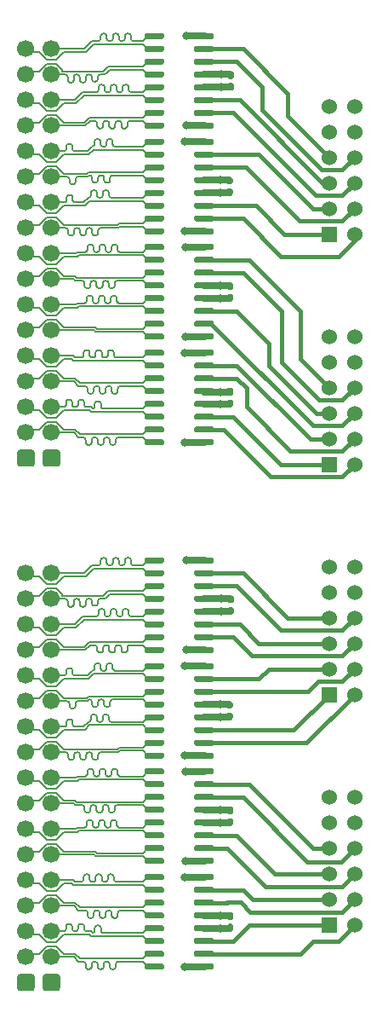
<source format=gbr>
%TF.GenerationSoftware,KiCad,Pcbnew,9.0.0-9.0.0-2~ubuntu24.04.1*%
%TF.CreationDate,2025-03-20T00:33:01-04:00*%
%TF.ProjectId,LVDS-PMOD,4c564453-2d50-44d4-9f44-2e6b69636164,1*%
%TF.SameCoordinates,Original*%
%TF.FileFunction,Copper,L1,Top*%
%TF.FilePolarity,Positive*%
%FSLAX46Y46*%
G04 Gerber Fmt 4.6, Leading zero omitted, Abs format (unit mm)*
G04 Created by KiCad (PCBNEW 9.0.0-9.0.0-2~ubuntu24.04.1) date 2025-03-20 00:33:01*
%MOMM*%
%LPD*%
G01*
G04 APERTURE LIST*
%TA.AperFunction,ComponentPad*%
%ADD10C,1.700000*%
%TD*%
%TA.AperFunction,ComponentPad*%
%ADD11C,1.524000*%
%TD*%
%TA.AperFunction,ComponentPad*%
%ADD12R,1.524000X1.524000*%
%TD*%
%TA.AperFunction,ViaPad*%
%ADD13C,0.812800*%
%TD*%
%TA.AperFunction,Conductor*%
%ADD14C,0.635000*%
%TD*%
%TA.AperFunction,Conductor*%
%ADD15C,0.381000*%
%TD*%
%TA.AperFunction,Conductor*%
%ADD16C,0.175260*%
%TD*%
G04 APERTURE END LIST*
%TO.P,U5,16,EN*%
%TO.N,+3V3C*%
%TA.AperFunction,SMDPad,CuDef*%
G36*
G01*
X54809500Y-91589000D02*
X54809500Y-91289000D01*
G75*
G02*
X54959500Y-91139000I150000J0D01*
G01*
X56609500Y-91139000D01*
G75*
G02*
X56759500Y-91289000I0J-150000D01*
G01*
X56759500Y-91589000D01*
G75*
G02*
X56609500Y-91739000I-150000J0D01*
G01*
X54959500Y-91739000D01*
G75*
G02*
X54809500Y-91589000I0J150000D01*
G01*
G37*
%TD.AperFunction*%
%TO.P,U5,15,OUT1*%
%TO.N,/LVDS Port CD/IN1*%
%TA.AperFunction,SMDPad,CuDef*%
G36*
G01*
X54809500Y-92859000D02*
X54809500Y-92559000D01*
G75*
G02*
X54959500Y-92409000I150000J0D01*
G01*
X56609500Y-92409000D01*
G75*
G02*
X56759500Y-92559000I0J-150000D01*
G01*
X56759500Y-92859000D01*
G75*
G02*
X56609500Y-93009000I-150000J0D01*
G01*
X54959500Y-93009000D01*
G75*
G02*
X54809500Y-92859000I0J150000D01*
G01*
G37*
%TD.AperFunction*%
%TO.P,U5,14,OUT2*%
%TO.N,/LVDS Port CD/IN2*%
%TA.AperFunction,SMDPad,CuDef*%
G36*
G01*
X54809500Y-94129000D02*
X54809500Y-93829000D01*
G75*
G02*
X54959500Y-93679000I150000J0D01*
G01*
X56609500Y-93679000D01*
G75*
G02*
X56759500Y-93829000I0J-150000D01*
G01*
X56759500Y-94129000D01*
G75*
G02*
X56609500Y-94279000I-150000J0D01*
G01*
X54959500Y-94279000D01*
G75*
G02*
X54809500Y-94129000I0J150000D01*
G01*
G37*
%TD.AperFunction*%
%TO.P,U5,13,VCC*%
%TO.N,+3V3C*%
%TA.AperFunction,SMDPad,CuDef*%
G36*
G01*
X54809500Y-95399000D02*
X54809500Y-95099000D01*
G75*
G02*
X54959500Y-94949000I150000J0D01*
G01*
X56609500Y-94949000D01*
G75*
G02*
X56759500Y-95099000I0J-150000D01*
G01*
X56759500Y-95399000D01*
G75*
G02*
X56609500Y-95549000I-150000J0D01*
G01*
X54959500Y-95549000D01*
G75*
G02*
X54809500Y-95399000I0J150000D01*
G01*
G37*
%TD.AperFunction*%
%TO.P,U5,12,GND*%
%TO.N,GND*%
%TA.AperFunction,SMDPad,CuDef*%
G36*
G01*
X54809500Y-96669000D02*
X54809500Y-96369000D01*
G75*
G02*
X54959500Y-96219000I150000J0D01*
G01*
X56609500Y-96219000D01*
G75*
G02*
X56759500Y-96369000I0J-150000D01*
G01*
X56759500Y-96669000D01*
G75*
G02*
X56609500Y-96819000I-150000J0D01*
G01*
X54959500Y-96819000D01*
G75*
G02*
X54809500Y-96669000I0J150000D01*
G01*
G37*
%TD.AperFunction*%
%TO.P,U5,11,OUT3*%
%TO.N,/LVDS Port CD/IN3*%
%TA.AperFunction,SMDPad,CuDef*%
G36*
G01*
X54809500Y-97939000D02*
X54809500Y-97639000D01*
G75*
G02*
X54959500Y-97489000I150000J0D01*
G01*
X56609500Y-97489000D01*
G75*
G02*
X56759500Y-97639000I0J-150000D01*
G01*
X56759500Y-97939000D01*
G75*
G02*
X56609500Y-98089000I-150000J0D01*
G01*
X54959500Y-98089000D01*
G75*
G02*
X54809500Y-97939000I0J150000D01*
G01*
G37*
%TD.AperFunction*%
%TO.P,U5,10,OUT4*%
%TO.N,/LVDS Port CD/IN4*%
%TA.AperFunction,SMDPad,CuDef*%
G36*
G01*
X54809500Y-99209000D02*
X54809500Y-98909000D01*
G75*
G02*
X54959500Y-98759000I150000J0D01*
G01*
X56609500Y-98759000D01*
G75*
G02*
X56759500Y-98909000I0J-150000D01*
G01*
X56759500Y-99209000D01*
G75*
G02*
X56609500Y-99359000I-150000J0D01*
G01*
X54959500Y-99359000D01*
G75*
G02*
X54809500Y-99209000I0J150000D01*
G01*
G37*
%TD.AperFunction*%
%TO.P,U5,9,~{EN}*%
%TO.N,GND*%
%TA.AperFunction,SMDPad,CuDef*%
G36*
G01*
X54809500Y-100479000D02*
X54809500Y-100179000D01*
G75*
G02*
X54959500Y-100029000I150000J0D01*
G01*
X56609500Y-100029000D01*
G75*
G02*
X56759500Y-100179000I0J-150000D01*
G01*
X56759500Y-100479000D01*
G75*
G02*
X56609500Y-100629000I-150000J0D01*
G01*
X54959500Y-100629000D01*
G75*
G02*
X54809500Y-100479000I0J150000D01*
G01*
G37*
%TD.AperFunction*%
%TO.P,U5,8,IN4-*%
%TO.N,/LVDS Port CD/IN4-*%
%TA.AperFunction,SMDPad,CuDef*%
G36*
G01*
X49859500Y-100479000D02*
X49859500Y-100179000D01*
G75*
G02*
X50009500Y-100029000I150000J0D01*
G01*
X51659500Y-100029000D01*
G75*
G02*
X51809500Y-100179000I0J-150000D01*
G01*
X51809500Y-100479000D01*
G75*
G02*
X51659500Y-100629000I-150000J0D01*
G01*
X50009500Y-100629000D01*
G75*
G02*
X49859500Y-100479000I0J150000D01*
G01*
G37*
%TD.AperFunction*%
%TO.P,U5,7,IN4+*%
%TO.N,/LVDS Port CD/IN4+*%
%TA.AperFunction,SMDPad,CuDef*%
G36*
G01*
X49859500Y-99209000D02*
X49859500Y-98909000D01*
G75*
G02*
X50009500Y-98759000I150000J0D01*
G01*
X51659500Y-98759000D01*
G75*
G02*
X51809500Y-98909000I0J-150000D01*
G01*
X51809500Y-99209000D01*
G75*
G02*
X51659500Y-99359000I-150000J0D01*
G01*
X50009500Y-99359000D01*
G75*
G02*
X49859500Y-99209000I0J150000D01*
G01*
G37*
%TD.AperFunction*%
%TO.P,U5,6,IN3+*%
%TO.N,/LVDS Port CD/IN3+*%
%TA.AperFunction,SMDPad,CuDef*%
G36*
G01*
X49859500Y-97939000D02*
X49859500Y-97639000D01*
G75*
G02*
X50009500Y-97489000I150000J0D01*
G01*
X51659500Y-97489000D01*
G75*
G02*
X51809500Y-97639000I0J-150000D01*
G01*
X51809500Y-97939000D01*
G75*
G02*
X51659500Y-98089000I-150000J0D01*
G01*
X50009500Y-98089000D01*
G75*
G02*
X49859500Y-97939000I0J150000D01*
G01*
G37*
%TD.AperFunction*%
%TO.P,U5,5,IN3-*%
%TO.N,/LVDS Port CD/IN3-*%
%TA.AperFunction,SMDPad,CuDef*%
G36*
G01*
X49859500Y-96669000D02*
X49859500Y-96369000D01*
G75*
G02*
X50009500Y-96219000I150000J0D01*
G01*
X51659500Y-96219000D01*
G75*
G02*
X51809500Y-96369000I0J-150000D01*
G01*
X51809500Y-96669000D01*
G75*
G02*
X51659500Y-96819000I-150000J0D01*
G01*
X50009500Y-96819000D01*
G75*
G02*
X49859500Y-96669000I0J150000D01*
G01*
G37*
%TD.AperFunction*%
%TO.P,U5,4,IN2-*%
%TO.N,/LVDS Port CD/IN2-*%
%TA.AperFunction,SMDPad,CuDef*%
G36*
G01*
X49859500Y-95399000D02*
X49859500Y-95099000D01*
G75*
G02*
X50009500Y-94949000I150000J0D01*
G01*
X51659500Y-94949000D01*
G75*
G02*
X51809500Y-95099000I0J-150000D01*
G01*
X51809500Y-95399000D01*
G75*
G02*
X51659500Y-95549000I-150000J0D01*
G01*
X50009500Y-95549000D01*
G75*
G02*
X49859500Y-95399000I0J150000D01*
G01*
G37*
%TD.AperFunction*%
%TO.P,U5,3,IN2+*%
%TO.N,/LVDS Port CD/IN2+*%
%TA.AperFunction,SMDPad,CuDef*%
G36*
G01*
X49859500Y-94129000D02*
X49859500Y-93829000D01*
G75*
G02*
X50009500Y-93679000I150000J0D01*
G01*
X51659500Y-93679000D01*
G75*
G02*
X51809500Y-93829000I0J-150000D01*
G01*
X51809500Y-94129000D01*
G75*
G02*
X51659500Y-94279000I-150000J0D01*
G01*
X50009500Y-94279000D01*
G75*
G02*
X49859500Y-94129000I0J150000D01*
G01*
G37*
%TD.AperFunction*%
%TO.P,U5,2,IN1+*%
%TO.N,/LVDS Port CD/IN1+*%
%TA.AperFunction,SMDPad,CuDef*%
G36*
G01*
X49859500Y-92859000D02*
X49859500Y-92559000D01*
G75*
G02*
X50009500Y-92409000I150000J0D01*
G01*
X51659500Y-92409000D01*
G75*
G02*
X51809500Y-92559000I0J-150000D01*
G01*
X51809500Y-92859000D01*
G75*
G02*
X51659500Y-93009000I-150000J0D01*
G01*
X50009500Y-93009000D01*
G75*
G02*
X49859500Y-92859000I0J150000D01*
G01*
G37*
%TD.AperFunction*%
%TO.P,U5,1,IN1-*%
%TO.N,/LVDS Port CD/IN1-*%
%TA.AperFunction,SMDPad,CuDef*%
G36*
G01*
X49859500Y-91589000D02*
X49859500Y-91289000D01*
G75*
G02*
X50009500Y-91139000I150000J0D01*
G01*
X51659500Y-91139000D01*
G75*
G02*
X51809500Y-91289000I0J-150000D01*
G01*
X51809500Y-91589000D01*
G75*
G02*
X51659500Y-91739000I-150000J0D01*
G01*
X50009500Y-91739000D01*
G75*
G02*
X49859500Y-91589000I0J150000D01*
G01*
G37*
%TD.AperFunction*%
%TD*%
%TO.P,U8,16,EN*%
%TO.N,+3V3D*%
%TA.AperFunction,SMDPad,CuDef*%
G36*
G01*
X54809500Y-123021500D02*
X54809500Y-122721500D01*
G75*
G02*
X54959500Y-122571500I150000J0D01*
G01*
X56609500Y-122571500D01*
G75*
G02*
X56759500Y-122721500I0J-150000D01*
G01*
X56759500Y-123021500D01*
G75*
G02*
X56609500Y-123171500I-150000J0D01*
G01*
X54959500Y-123171500D01*
G75*
G02*
X54809500Y-123021500I0J150000D01*
G01*
G37*
%TD.AperFunction*%
%TO.P,U8,15,OUT1*%
%TO.N,/LVDS Port CD/IN13*%
%TA.AperFunction,SMDPad,CuDef*%
G36*
G01*
X54809500Y-124291500D02*
X54809500Y-123991500D01*
G75*
G02*
X54959500Y-123841500I150000J0D01*
G01*
X56609500Y-123841500D01*
G75*
G02*
X56759500Y-123991500I0J-150000D01*
G01*
X56759500Y-124291500D01*
G75*
G02*
X56609500Y-124441500I-150000J0D01*
G01*
X54959500Y-124441500D01*
G75*
G02*
X54809500Y-124291500I0J150000D01*
G01*
G37*
%TD.AperFunction*%
%TO.P,U8,14,OUT2*%
%TO.N,/LVDS Port CD/IN14*%
%TA.AperFunction,SMDPad,CuDef*%
G36*
G01*
X54809500Y-125561500D02*
X54809500Y-125261500D01*
G75*
G02*
X54959500Y-125111500I150000J0D01*
G01*
X56609500Y-125111500D01*
G75*
G02*
X56759500Y-125261500I0J-150000D01*
G01*
X56759500Y-125561500D01*
G75*
G02*
X56609500Y-125711500I-150000J0D01*
G01*
X54959500Y-125711500D01*
G75*
G02*
X54809500Y-125561500I0J150000D01*
G01*
G37*
%TD.AperFunction*%
%TO.P,U8,13,VCC*%
%TO.N,+3V3D*%
%TA.AperFunction,SMDPad,CuDef*%
G36*
G01*
X54809500Y-126831500D02*
X54809500Y-126531500D01*
G75*
G02*
X54959500Y-126381500I150000J0D01*
G01*
X56609500Y-126381500D01*
G75*
G02*
X56759500Y-126531500I0J-150000D01*
G01*
X56759500Y-126831500D01*
G75*
G02*
X56609500Y-126981500I-150000J0D01*
G01*
X54959500Y-126981500D01*
G75*
G02*
X54809500Y-126831500I0J150000D01*
G01*
G37*
%TD.AperFunction*%
%TO.P,U8,12,GND*%
%TO.N,GND*%
%TA.AperFunction,SMDPad,CuDef*%
G36*
G01*
X54809500Y-128101500D02*
X54809500Y-127801500D01*
G75*
G02*
X54959500Y-127651500I150000J0D01*
G01*
X56609500Y-127651500D01*
G75*
G02*
X56759500Y-127801500I0J-150000D01*
G01*
X56759500Y-128101500D01*
G75*
G02*
X56609500Y-128251500I-150000J0D01*
G01*
X54959500Y-128251500D01*
G75*
G02*
X54809500Y-128101500I0J150000D01*
G01*
G37*
%TD.AperFunction*%
%TO.P,U8,11,OUT3*%
%TO.N,/LVDS Port CD/IN15*%
%TA.AperFunction,SMDPad,CuDef*%
G36*
G01*
X54809500Y-129371500D02*
X54809500Y-129071500D01*
G75*
G02*
X54959500Y-128921500I150000J0D01*
G01*
X56609500Y-128921500D01*
G75*
G02*
X56759500Y-129071500I0J-150000D01*
G01*
X56759500Y-129371500D01*
G75*
G02*
X56609500Y-129521500I-150000J0D01*
G01*
X54959500Y-129521500D01*
G75*
G02*
X54809500Y-129371500I0J150000D01*
G01*
G37*
%TD.AperFunction*%
%TO.P,U8,10,OUT4*%
%TO.N,/LVDS Port CD/IN16*%
%TA.AperFunction,SMDPad,CuDef*%
G36*
G01*
X54809500Y-130641500D02*
X54809500Y-130341500D01*
G75*
G02*
X54959500Y-130191500I150000J0D01*
G01*
X56609500Y-130191500D01*
G75*
G02*
X56759500Y-130341500I0J-150000D01*
G01*
X56759500Y-130641500D01*
G75*
G02*
X56609500Y-130791500I-150000J0D01*
G01*
X54959500Y-130791500D01*
G75*
G02*
X54809500Y-130641500I0J150000D01*
G01*
G37*
%TD.AperFunction*%
%TO.P,U8,9,~{EN}*%
%TO.N,GND*%
%TA.AperFunction,SMDPad,CuDef*%
G36*
G01*
X54809500Y-131911500D02*
X54809500Y-131611500D01*
G75*
G02*
X54959500Y-131461500I150000J0D01*
G01*
X56609500Y-131461500D01*
G75*
G02*
X56759500Y-131611500I0J-150000D01*
G01*
X56759500Y-131911500D01*
G75*
G02*
X56609500Y-132061500I-150000J0D01*
G01*
X54959500Y-132061500D01*
G75*
G02*
X54809500Y-131911500I0J150000D01*
G01*
G37*
%TD.AperFunction*%
%TO.P,U8,8,IN4-*%
%TO.N,/LVDS Port CD/IN16-*%
%TA.AperFunction,SMDPad,CuDef*%
G36*
G01*
X49859500Y-131911500D02*
X49859500Y-131611500D01*
G75*
G02*
X50009500Y-131461500I150000J0D01*
G01*
X51659500Y-131461500D01*
G75*
G02*
X51809500Y-131611500I0J-150000D01*
G01*
X51809500Y-131911500D01*
G75*
G02*
X51659500Y-132061500I-150000J0D01*
G01*
X50009500Y-132061500D01*
G75*
G02*
X49859500Y-131911500I0J150000D01*
G01*
G37*
%TD.AperFunction*%
%TO.P,U8,7,IN4+*%
%TO.N,/LVDS Port CD/IN16+*%
%TA.AperFunction,SMDPad,CuDef*%
G36*
G01*
X49859500Y-130641500D02*
X49859500Y-130341500D01*
G75*
G02*
X50009500Y-130191500I150000J0D01*
G01*
X51659500Y-130191500D01*
G75*
G02*
X51809500Y-130341500I0J-150000D01*
G01*
X51809500Y-130641500D01*
G75*
G02*
X51659500Y-130791500I-150000J0D01*
G01*
X50009500Y-130791500D01*
G75*
G02*
X49859500Y-130641500I0J150000D01*
G01*
G37*
%TD.AperFunction*%
%TO.P,U8,6,IN3+*%
%TO.N,/LVDS Port CD/IN15+*%
%TA.AperFunction,SMDPad,CuDef*%
G36*
G01*
X49859500Y-129371500D02*
X49859500Y-129071500D01*
G75*
G02*
X50009500Y-128921500I150000J0D01*
G01*
X51659500Y-128921500D01*
G75*
G02*
X51809500Y-129071500I0J-150000D01*
G01*
X51809500Y-129371500D01*
G75*
G02*
X51659500Y-129521500I-150000J0D01*
G01*
X50009500Y-129521500D01*
G75*
G02*
X49859500Y-129371500I0J150000D01*
G01*
G37*
%TD.AperFunction*%
%TO.P,U8,5,IN3-*%
%TO.N,/LVDS Port CD/IN15-*%
%TA.AperFunction,SMDPad,CuDef*%
G36*
G01*
X49859500Y-128101500D02*
X49859500Y-127801500D01*
G75*
G02*
X50009500Y-127651500I150000J0D01*
G01*
X51659500Y-127651500D01*
G75*
G02*
X51809500Y-127801500I0J-150000D01*
G01*
X51809500Y-128101500D01*
G75*
G02*
X51659500Y-128251500I-150000J0D01*
G01*
X50009500Y-128251500D01*
G75*
G02*
X49859500Y-128101500I0J150000D01*
G01*
G37*
%TD.AperFunction*%
%TO.P,U8,4,IN2-*%
%TO.N,/LVDS Port CD/IN14-*%
%TA.AperFunction,SMDPad,CuDef*%
G36*
G01*
X49859500Y-126831500D02*
X49859500Y-126531500D01*
G75*
G02*
X50009500Y-126381500I150000J0D01*
G01*
X51659500Y-126381500D01*
G75*
G02*
X51809500Y-126531500I0J-150000D01*
G01*
X51809500Y-126831500D01*
G75*
G02*
X51659500Y-126981500I-150000J0D01*
G01*
X50009500Y-126981500D01*
G75*
G02*
X49859500Y-126831500I0J150000D01*
G01*
G37*
%TD.AperFunction*%
%TO.P,U8,3,IN2+*%
%TO.N,/LVDS Port CD/IN14+*%
%TA.AperFunction,SMDPad,CuDef*%
G36*
G01*
X49859500Y-125561500D02*
X49859500Y-125261500D01*
G75*
G02*
X50009500Y-125111500I150000J0D01*
G01*
X51659500Y-125111500D01*
G75*
G02*
X51809500Y-125261500I0J-150000D01*
G01*
X51809500Y-125561500D01*
G75*
G02*
X51659500Y-125711500I-150000J0D01*
G01*
X50009500Y-125711500D01*
G75*
G02*
X49859500Y-125561500I0J150000D01*
G01*
G37*
%TD.AperFunction*%
%TO.P,U8,2,IN1+*%
%TO.N,/LVDS Port CD/IN13+*%
%TA.AperFunction,SMDPad,CuDef*%
G36*
G01*
X49859500Y-124291500D02*
X49859500Y-123991500D01*
G75*
G02*
X50009500Y-123841500I150000J0D01*
G01*
X51659500Y-123841500D01*
G75*
G02*
X51809500Y-123991500I0J-150000D01*
G01*
X51809500Y-124291500D01*
G75*
G02*
X51659500Y-124441500I-150000J0D01*
G01*
X50009500Y-124441500D01*
G75*
G02*
X49859500Y-124291500I0J150000D01*
G01*
G37*
%TD.AperFunction*%
%TO.P,U8,1,IN1-*%
%TO.N,/LVDS Port CD/IN13-*%
%TA.AperFunction,SMDPad,CuDef*%
G36*
G01*
X49859500Y-123021500D02*
X49859500Y-122721500D01*
G75*
G02*
X50009500Y-122571500I150000J0D01*
G01*
X51659500Y-122571500D01*
G75*
G02*
X51809500Y-122721500I0J-150000D01*
G01*
X51809500Y-123021500D01*
G75*
G02*
X51659500Y-123171500I-150000J0D01*
G01*
X50009500Y-123171500D01*
G75*
G02*
X49859500Y-123021500I0J150000D01*
G01*
G37*
%TD.AperFunction*%
%TD*%
D10*
%TO.P,J2,34,-1*%
%TO.N,/LVDS Port CD/IN1-*%
X40609500Y-92709000D03*
%TO.P,J2,33,-2*%
%TO.N,/LVDS Port CD/IN2-*%
X40609500Y-95249000D03*
%TO.P,J2,32,-3*%
%TO.N,/LVDS Port CD/IN3-*%
X40609500Y-97789000D03*
%TO.P,J2,31,-4*%
%TO.N,/LVDS Port CD/IN4-*%
X40609500Y-100329000D03*
%TO.P,J2,30,-5*%
%TO.N,/LVDS Port CD/IN5-*%
X40609500Y-102869000D03*
%TO.P,J2,29,-6*%
%TO.N,/LVDS Port CD/IN6-*%
X40609500Y-105409000D03*
%TO.P,J2,28,-7*%
%TO.N,/LVDS Port CD/IN7-*%
X40609500Y-107949000D03*
%TO.P,J2,27,-8*%
%TO.N,/LVDS Port CD/IN8-*%
X40609500Y-110489000D03*
%TO.P,J2,26,-9*%
%TO.N,/LVDS Port CD/IN9-*%
X40609500Y-113029000D03*
%TO.P,J2,25,-10*%
%TO.N,/LVDS Port CD/IN10-*%
X40609500Y-115569000D03*
%TO.P,J2,24,-11*%
%TO.N,/LVDS Port CD/IN11-*%
X40609500Y-118109000D03*
%TO.P,J2,23,-12*%
%TO.N,/LVDS Port CD/IN12-*%
X40609500Y-120649000D03*
%TO.P,J2,22,-13*%
%TO.N,/LVDS Port CD/IN13-*%
X40609500Y-123189000D03*
%TO.P,J2,21,-14*%
%TO.N,/LVDS Port CD/IN14-*%
X40609500Y-125729000D03*
%TO.P,J2,20,-15*%
%TO.N,/LVDS Port CD/IN15-*%
X40609500Y-128269000D03*
%TO.P,J2,19,-16*%
%TO.N,/LVDS Port CD/IN16-*%
X40609500Y-130809000D03*
%TO.P,J2,18,GND*%
%TO.N,/LVDS Port CD/CONNGND*%
%TA.AperFunction,ComponentPad*%
G36*
G01*
X39759500Y-133949000D02*
X39759500Y-132749000D01*
G75*
G02*
X40009500Y-132499000I250000J0D01*
G01*
X41209500Y-132499000D01*
G75*
G02*
X41459500Y-132749000I0J-250000D01*
G01*
X41459500Y-133949000D01*
G75*
G02*
X41209500Y-134199000I-250000J0D01*
G01*
X40009500Y-134199000D01*
G75*
G02*
X39759500Y-133949000I0J250000D01*
G01*
G37*
%TD.AperFunction*%
%TO.P,J2,17,GND*%
%TA.AperFunction,ComponentPad*%
G36*
G01*
X37219500Y-133949000D02*
X37219500Y-132749000D01*
G75*
G02*
X37469500Y-132499000I250000J0D01*
G01*
X38669500Y-132499000D01*
G75*
G02*
X38919500Y-132749000I0J-250000D01*
G01*
X38919500Y-133949000D01*
G75*
G02*
X38669500Y-134199000I-250000J0D01*
G01*
X37469500Y-134199000D01*
G75*
G02*
X37219500Y-133949000I0J250000D01*
G01*
G37*
%TD.AperFunction*%
%TO.P,J2,16,16+*%
%TO.N,/LVDS Port CD/IN16+*%
X38069500Y-130809000D03*
%TO.P,J2,15,15+*%
%TO.N,/LVDS Port CD/IN15+*%
X38069500Y-128269000D03*
%TO.P,J2,14,14+*%
%TO.N,/LVDS Port CD/IN14+*%
X38069500Y-125729000D03*
%TO.P,J2,13,13+*%
%TO.N,/LVDS Port CD/IN13+*%
X38069500Y-123189000D03*
%TO.P,J2,12,12+*%
%TO.N,/LVDS Port CD/IN12+*%
X38069500Y-120649000D03*
%TO.P,J2,11,11+*%
%TO.N,/LVDS Port CD/IN11+*%
X38069500Y-118109000D03*
%TO.P,J2,10,10+*%
%TO.N,/LVDS Port CD/IN10+*%
X38069500Y-115569000D03*
%TO.P,J2,9,9+*%
%TO.N,/LVDS Port CD/IN9+*%
X38069500Y-113029000D03*
%TO.P,J2,8,8+*%
%TO.N,/LVDS Port CD/IN8+*%
X38069500Y-110489000D03*
%TO.P,J2,7,7+*%
%TO.N,/LVDS Port CD/IN7+*%
X38069500Y-107949000D03*
%TO.P,J2,6,6+*%
%TO.N,/LVDS Port CD/IN6+*%
X38069500Y-105409000D03*
%TO.P,J2,5,5+*%
%TO.N,/LVDS Port CD/IN5+*%
X38069500Y-102869000D03*
%TO.P,J2,4,4+*%
%TO.N,/LVDS Port CD/IN4+*%
X38069500Y-100329000D03*
%TO.P,J2,3,3+*%
%TO.N,/LVDS Port CD/IN3+*%
X38069500Y-97789000D03*
%TO.P,J2,2,2+*%
%TO.N,/LVDS Port CD/IN2+*%
X38069500Y-95249000D03*
%TO.P,J2,1,1+*%
%TO.N,/LVDS Port CD/IN1+*%
X38069500Y-92709000D03*
%TD*%
%TO.P,C7,2*%
%TO.N,GND*%
%TA.AperFunction,SMDPad,CuDef*%
G36*
G01*
X58234500Y-117039000D02*
X58544500Y-117039000D01*
G75*
G02*
X58699500Y-117194000I0J-155000D01*
G01*
X58699500Y-117619000D01*
G75*
G02*
X58544500Y-117774000I-155000J0D01*
G01*
X58234500Y-117774000D01*
G75*
G02*
X58079500Y-117619000I0J155000D01*
G01*
X58079500Y-117194000D01*
G75*
G02*
X58234500Y-117039000I155000J0D01*
G01*
G37*
%TD.AperFunction*%
%TO.P,C7,1*%
%TO.N,+3V3D*%
%TA.AperFunction,SMDPad,CuDef*%
G36*
G01*
X58234500Y-115904000D02*
X58544500Y-115904000D01*
G75*
G02*
X58699500Y-116059000I0J-155000D01*
G01*
X58699500Y-116484000D01*
G75*
G02*
X58544500Y-116639000I-155000J0D01*
G01*
X58234500Y-116639000D01*
G75*
G02*
X58079500Y-116484000I0J155000D01*
G01*
X58079500Y-116059000D01*
G75*
G02*
X58234500Y-115904000I155000J0D01*
G01*
G37*
%TD.AperFunction*%
%TD*%
%TO.P,C6,2*%
%TO.N,GND*%
%TA.AperFunction,SMDPad,CuDef*%
G36*
G01*
X58169500Y-106561500D02*
X58479500Y-106561500D01*
G75*
G02*
X58634500Y-106716500I0J-155000D01*
G01*
X58634500Y-107141500D01*
G75*
G02*
X58479500Y-107296500I-155000J0D01*
G01*
X58169500Y-107296500D01*
G75*
G02*
X58014500Y-107141500I0J155000D01*
G01*
X58014500Y-106716500D01*
G75*
G02*
X58169500Y-106561500I155000J0D01*
G01*
G37*
%TD.AperFunction*%
%TO.P,C6,1*%
%TO.N,+3V3C*%
%TA.AperFunction,SMDPad,CuDef*%
G36*
G01*
X58169500Y-105426500D02*
X58479500Y-105426500D01*
G75*
G02*
X58634500Y-105581500I0J-155000D01*
G01*
X58634500Y-106006500D01*
G75*
G02*
X58479500Y-106161500I-155000J0D01*
G01*
X58169500Y-106161500D01*
G75*
G02*
X58014500Y-106006500I0J155000D01*
G01*
X58014500Y-105581500D01*
G75*
G02*
X58169500Y-105426500I155000J0D01*
G01*
G37*
%TD.AperFunction*%
%TD*%
%TO.P,U7,16,EN*%
%TO.N,+3V3D*%
%TA.AperFunction,SMDPad,CuDef*%
G36*
G01*
X54809500Y-112544000D02*
X54809500Y-112244000D01*
G75*
G02*
X54959500Y-112094000I150000J0D01*
G01*
X56609500Y-112094000D01*
G75*
G02*
X56759500Y-112244000I0J-150000D01*
G01*
X56759500Y-112544000D01*
G75*
G02*
X56609500Y-112694000I-150000J0D01*
G01*
X54959500Y-112694000D01*
G75*
G02*
X54809500Y-112544000I0J150000D01*
G01*
G37*
%TD.AperFunction*%
%TO.P,U7,15,OUT1*%
%TO.N,/LVDS Port CD/IN9*%
%TA.AperFunction,SMDPad,CuDef*%
G36*
G01*
X54809500Y-113814000D02*
X54809500Y-113514000D01*
G75*
G02*
X54959500Y-113364000I150000J0D01*
G01*
X56609500Y-113364000D01*
G75*
G02*
X56759500Y-113514000I0J-150000D01*
G01*
X56759500Y-113814000D01*
G75*
G02*
X56609500Y-113964000I-150000J0D01*
G01*
X54959500Y-113964000D01*
G75*
G02*
X54809500Y-113814000I0J150000D01*
G01*
G37*
%TD.AperFunction*%
%TO.P,U7,14,OUT2*%
%TO.N,/LVDS Port CD/IN10*%
%TA.AperFunction,SMDPad,CuDef*%
G36*
G01*
X54809500Y-115084000D02*
X54809500Y-114784000D01*
G75*
G02*
X54959500Y-114634000I150000J0D01*
G01*
X56609500Y-114634000D01*
G75*
G02*
X56759500Y-114784000I0J-150000D01*
G01*
X56759500Y-115084000D01*
G75*
G02*
X56609500Y-115234000I-150000J0D01*
G01*
X54959500Y-115234000D01*
G75*
G02*
X54809500Y-115084000I0J150000D01*
G01*
G37*
%TD.AperFunction*%
%TO.P,U7,13,VCC*%
%TO.N,+3V3D*%
%TA.AperFunction,SMDPad,CuDef*%
G36*
G01*
X54809500Y-116354000D02*
X54809500Y-116054000D01*
G75*
G02*
X54959500Y-115904000I150000J0D01*
G01*
X56609500Y-115904000D01*
G75*
G02*
X56759500Y-116054000I0J-150000D01*
G01*
X56759500Y-116354000D01*
G75*
G02*
X56609500Y-116504000I-150000J0D01*
G01*
X54959500Y-116504000D01*
G75*
G02*
X54809500Y-116354000I0J150000D01*
G01*
G37*
%TD.AperFunction*%
%TO.P,U7,12,GND*%
%TO.N,GND*%
%TA.AperFunction,SMDPad,CuDef*%
G36*
G01*
X54809500Y-117624000D02*
X54809500Y-117324000D01*
G75*
G02*
X54959500Y-117174000I150000J0D01*
G01*
X56609500Y-117174000D01*
G75*
G02*
X56759500Y-117324000I0J-150000D01*
G01*
X56759500Y-117624000D01*
G75*
G02*
X56609500Y-117774000I-150000J0D01*
G01*
X54959500Y-117774000D01*
G75*
G02*
X54809500Y-117624000I0J150000D01*
G01*
G37*
%TD.AperFunction*%
%TO.P,U7,11,OUT3*%
%TO.N,/LVDS Port CD/IN11*%
%TA.AperFunction,SMDPad,CuDef*%
G36*
G01*
X54809500Y-118894000D02*
X54809500Y-118594000D01*
G75*
G02*
X54959500Y-118444000I150000J0D01*
G01*
X56609500Y-118444000D01*
G75*
G02*
X56759500Y-118594000I0J-150000D01*
G01*
X56759500Y-118894000D01*
G75*
G02*
X56609500Y-119044000I-150000J0D01*
G01*
X54959500Y-119044000D01*
G75*
G02*
X54809500Y-118894000I0J150000D01*
G01*
G37*
%TD.AperFunction*%
%TO.P,U7,10,OUT4*%
%TO.N,/LVDS Port CD/IN12*%
%TA.AperFunction,SMDPad,CuDef*%
G36*
G01*
X54809500Y-120164000D02*
X54809500Y-119864000D01*
G75*
G02*
X54959500Y-119714000I150000J0D01*
G01*
X56609500Y-119714000D01*
G75*
G02*
X56759500Y-119864000I0J-150000D01*
G01*
X56759500Y-120164000D01*
G75*
G02*
X56609500Y-120314000I-150000J0D01*
G01*
X54959500Y-120314000D01*
G75*
G02*
X54809500Y-120164000I0J150000D01*
G01*
G37*
%TD.AperFunction*%
%TO.P,U7,9,~{EN}*%
%TO.N,GND*%
%TA.AperFunction,SMDPad,CuDef*%
G36*
G01*
X54809500Y-121434000D02*
X54809500Y-121134000D01*
G75*
G02*
X54959500Y-120984000I150000J0D01*
G01*
X56609500Y-120984000D01*
G75*
G02*
X56759500Y-121134000I0J-150000D01*
G01*
X56759500Y-121434000D01*
G75*
G02*
X56609500Y-121584000I-150000J0D01*
G01*
X54959500Y-121584000D01*
G75*
G02*
X54809500Y-121434000I0J150000D01*
G01*
G37*
%TD.AperFunction*%
%TO.P,U7,8,IN4-*%
%TO.N,/LVDS Port CD/IN12-*%
%TA.AperFunction,SMDPad,CuDef*%
G36*
G01*
X49859500Y-121434000D02*
X49859500Y-121134000D01*
G75*
G02*
X50009500Y-120984000I150000J0D01*
G01*
X51659500Y-120984000D01*
G75*
G02*
X51809500Y-121134000I0J-150000D01*
G01*
X51809500Y-121434000D01*
G75*
G02*
X51659500Y-121584000I-150000J0D01*
G01*
X50009500Y-121584000D01*
G75*
G02*
X49859500Y-121434000I0J150000D01*
G01*
G37*
%TD.AperFunction*%
%TO.P,U7,7,IN4+*%
%TO.N,/LVDS Port CD/IN12+*%
%TA.AperFunction,SMDPad,CuDef*%
G36*
G01*
X49859500Y-120164000D02*
X49859500Y-119864000D01*
G75*
G02*
X50009500Y-119714000I150000J0D01*
G01*
X51659500Y-119714000D01*
G75*
G02*
X51809500Y-119864000I0J-150000D01*
G01*
X51809500Y-120164000D01*
G75*
G02*
X51659500Y-120314000I-150000J0D01*
G01*
X50009500Y-120314000D01*
G75*
G02*
X49859500Y-120164000I0J150000D01*
G01*
G37*
%TD.AperFunction*%
%TO.P,U7,6,IN3+*%
%TO.N,/LVDS Port CD/IN11+*%
%TA.AperFunction,SMDPad,CuDef*%
G36*
G01*
X49859500Y-118894000D02*
X49859500Y-118594000D01*
G75*
G02*
X50009500Y-118444000I150000J0D01*
G01*
X51659500Y-118444000D01*
G75*
G02*
X51809500Y-118594000I0J-150000D01*
G01*
X51809500Y-118894000D01*
G75*
G02*
X51659500Y-119044000I-150000J0D01*
G01*
X50009500Y-119044000D01*
G75*
G02*
X49859500Y-118894000I0J150000D01*
G01*
G37*
%TD.AperFunction*%
%TO.P,U7,5,IN3-*%
%TO.N,/LVDS Port CD/IN11-*%
%TA.AperFunction,SMDPad,CuDef*%
G36*
G01*
X49859500Y-117624000D02*
X49859500Y-117324000D01*
G75*
G02*
X50009500Y-117174000I150000J0D01*
G01*
X51659500Y-117174000D01*
G75*
G02*
X51809500Y-117324000I0J-150000D01*
G01*
X51809500Y-117624000D01*
G75*
G02*
X51659500Y-117774000I-150000J0D01*
G01*
X50009500Y-117774000D01*
G75*
G02*
X49859500Y-117624000I0J150000D01*
G01*
G37*
%TD.AperFunction*%
%TO.P,U7,4,IN2-*%
%TO.N,/LVDS Port CD/IN10-*%
%TA.AperFunction,SMDPad,CuDef*%
G36*
G01*
X49859500Y-116354000D02*
X49859500Y-116054000D01*
G75*
G02*
X50009500Y-115904000I150000J0D01*
G01*
X51659500Y-115904000D01*
G75*
G02*
X51809500Y-116054000I0J-150000D01*
G01*
X51809500Y-116354000D01*
G75*
G02*
X51659500Y-116504000I-150000J0D01*
G01*
X50009500Y-116504000D01*
G75*
G02*
X49859500Y-116354000I0J150000D01*
G01*
G37*
%TD.AperFunction*%
%TO.P,U7,3,IN2+*%
%TO.N,/LVDS Port CD/IN10+*%
%TA.AperFunction,SMDPad,CuDef*%
G36*
G01*
X49859500Y-115084000D02*
X49859500Y-114784000D01*
G75*
G02*
X50009500Y-114634000I150000J0D01*
G01*
X51659500Y-114634000D01*
G75*
G02*
X51809500Y-114784000I0J-150000D01*
G01*
X51809500Y-115084000D01*
G75*
G02*
X51659500Y-115234000I-150000J0D01*
G01*
X50009500Y-115234000D01*
G75*
G02*
X49859500Y-115084000I0J150000D01*
G01*
G37*
%TD.AperFunction*%
%TO.P,U7,2,IN1+*%
%TO.N,/LVDS Port CD/IN9+*%
%TA.AperFunction,SMDPad,CuDef*%
G36*
G01*
X49859500Y-113814000D02*
X49859500Y-113514000D01*
G75*
G02*
X50009500Y-113364000I150000J0D01*
G01*
X51659500Y-113364000D01*
G75*
G02*
X51809500Y-113514000I0J-150000D01*
G01*
X51809500Y-113814000D01*
G75*
G02*
X51659500Y-113964000I-150000J0D01*
G01*
X50009500Y-113964000D01*
G75*
G02*
X49859500Y-113814000I0J150000D01*
G01*
G37*
%TD.AperFunction*%
%TO.P,U7,1,IN1-*%
%TO.N,/LVDS Port CD/IN9-*%
%TA.AperFunction,SMDPad,CuDef*%
G36*
G01*
X49859500Y-112544000D02*
X49859500Y-112244000D01*
G75*
G02*
X50009500Y-112094000I150000J0D01*
G01*
X51659500Y-112094000D01*
G75*
G02*
X51809500Y-112244000I0J-150000D01*
G01*
X51809500Y-112544000D01*
G75*
G02*
X51659500Y-112694000I-150000J0D01*
G01*
X50009500Y-112694000D01*
G75*
G02*
X49859500Y-112544000I0J150000D01*
G01*
G37*
%TD.AperFunction*%
%TD*%
%TO.P,C8,2*%
%TO.N,GND*%
%TA.AperFunction,SMDPad,CuDef*%
G36*
G01*
X58234500Y-127516500D02*
X58544500Y-127516500D01*
G75*
G02*
X58699500Y-127671500I0J-155000D01*
G01*
X58699500Y-128096500D01*
G75*
G02*
X58544500Y-128251500I-155000J0D01*
G01*
X58234500Y-128251500D01*
G75*
G02*
X58079500Y-128096500I0J155000D01*
G01*
X58079500Y-127671500D01*
G75*
G02*
X58234500Y-127516500I155000J0D01*
G01*
G37*
%TD.AperFunction*%
%TO.P,C8,1*%
%TO.N,+3V3D*%
%TA.AperFunction,SMDPad,CuDef*%
G36*
G01*
X58234500Y-126381500D02*
X58544500Y-126381500D01*
G75*
G02*
X58699500Y-126536500I0J-155000D01*
G01*
X58699500Y-126961500D01*
G75*
G02*
X58544500Y-127116500I-155000J0D01*
G01*
X58234500Y-127116500D01*
G75*
G02*
X58079500Y-126961500I0J155000D01*
G01*
X58079500Y-126536500D01*
G75*
G02*
X58234500Y-126381500I155000J0D01*
G01*
G37*
%TD.AperFunction*%
%TD*%
%TO.P,U6,16,EN*%
%TO.N,+3V3C*%
%TA.AperFunction,SMDPad,CuDef*%
G36*
G01*
X54809500Y-102066500D02*
X54809500Y-101766500D01*
G75*
G02*
X54959500Y-101616500I150000J0D01*
G01*
X56609500Y-101616500D01*
G75*
G02*
X56759500Y-101766500I0J-150000D01*
G01*
X56759500Y-102066500D01*
G75*
G02*
X56609500Y-102216500I-150000J0D01*
G01*
X54959500Y-102216500D01*
G75*
G02*
X54809500Y-102066500I0J150000D01*
G01*
G37*
%TD.AperFunction*%
%TO.P,U6,15,OUT1*%
%TO.N,/LVDS Port CD/IN5*%
%TA.AperFunction,SMDPad,CuDef*%
G36*
G01*
X54809500Y-103336500D02*
X54809500Y-103036500D01*
G75*
G02*
X54959500Y-102886500I150000J0D01*
G01*
X56609500Y-102886500D01*
G75*
G02*
X56759500Y-103036500I0J-150000D01*
G01*
X56759500Y-103336500D01*
G75*
G02*
X56609500Y-103486500I-150000J0D01*
G01*
X54959500Y-103486500D01*
G75*
G02*
X54809500Y-103336500I0J150000D01*
G01*
G37*
%TD.AperFunction*%
%TO.P,U6,14,OUT2*%
%TO.N,/LVDS Port CD/IN6*%
%TA.AperFunction,SMDPad,CuDef*%
G36*
G01*
X54809500Y-104606500D02*
X54809500Y-104306500D01*
G75*
G02*
X54959500Y-104156500I150000J0D01*
G01*
X56609500Y-104156500D01*
G75*
G02*
X56759500Y-104306500I0J-150000D01*
G01*
X56759500Y-104606500D01*
G75*
G02*
X56609500Y-104756500I-150000J0D01*
G01*
X54959500Y-104756500D01*
G75*
G02*
X54809500Y-104606500I0J150000D01*
G01*
G37*
%TD.AperFunction*%
%TO.P,U6,13,VCC*%
%TO.N,+3V3C*%
%TA.AperFunction,SMDPad,CuDef*%
G36*
G01*
X54809500Y-105876500D02*
X54809500Y-105576500D01*
G75*
G02*
X54959500Y-105426500I150000J0D01*
G01*
X56609500Y-105426500D01*
G75*
G02*
X56759500Y-105576500I0J-150000D01*
G01*
X56759500Y-105876500D01*
G75*
G02*
X56609500Y-106026500I-150000J0D01*
G01*
X54959500Y-106026500D01*
G75*
G02*
X54809500Y-105876500I0J150000D01*
G01*
G37*
%TD.AperFunction*%
%TO.P,U6,12,GND*%
%TO.N,GND*%
%TA.AperFunction,SMDPad,CuDef*%
G36*
G01*
X54809500Y-107146500D02*
X54809500Y-106846500D01*
G75*
G02*
X54959500Y-106696500I150000J0D01*
G01*
X56609500Y-106696500D01*
G75*
G02*
X56759500Y-106846500I0J-150000D01*
G01*
X56759500Y-107146500D01*
G75*
G02*
X56609500Y-107296500I-150000J0D01*
G01*
X54959500Y-107296500D01*
G75*
G02*
X54809500Y-107146500I0J150000D01*
G01*
G37*
%TD.AperFunction*%
%TO.P,U6,11,OUT3*%
%TO.N,/LVDS Port CD/IN7*%
%TA.AperFunction,SMDPad,CuDef*%
G36*
G01*
X54809500Y-108416500D02*
X54809500Y-108116500D01*
G75*
G02*
X54959500Y-107966500I150000J0D01*
G01*
X56609500Y-107966500D01*
G75*
G02*
X56759500Y-108116500I0J-150000D01*
G01*
X56759500Y-108416500D01*
G75*
G02*
X56609500Y-108566500I-150000J0D01*
G01*
X54959500Y-108566500D01*
G75*
G02*
X54809500Y-108416500I0J150000D01*
G01*
G37*
%TD.AperFunction*%
%TO.P,U6,10,OUT4*%
%TO.N,/LVDS Port CD/IN8*%
%TA.AperFunction,SMDPad,CuDef*%
G36*
G01*
X54809500Y-109686500D02*
X54809500Y-109386500D01*
G75*
G02*
X54959500Y-109236500I150000J0D01*
G01*
X56609500Y-109236500D01*
G75*
G02*
X56759500Y-109386500I0J-150000D01*
G01*
X56759500Y-109686500D01*
G75*
G02*
X56609500Y-109836500I-150000J0D01*
G01*
X54959500Y-109836500D01*
G75*
G02*
X54809500Y-109686500I0J150000D01*
G01*
G37*
%TD.AperFunction*%
%TO.P,U6,9,~{EN}*%
%TO.N,GND*%
%TA.AperFunction,SMDPad,CuDef*%
G36*
G01*
X54809500Y-110956500D02*
X54809500Y-110656500D01*
G75*
G02*
X54959500Y-110506500I150000J0D01*
G01*
X56609500Y-110506500D01*
G75*
G02*
X56759500Y-110656500I0J-150000D01*
G01*
X56759500Y-110956500D01*
G75*
G02*
X56609500Y-111106500I-150000J0D01*
G01*
X54959500Y-111106500D01*
G75*
G02*
X54809500Y-110956500I0J150000D01*
G01*
G37*
%TD.AperFunction*%
%TO.P,U6,8,IN4-*%
%TO.N,/LVDS Port CD/IN8-*%
%TA.AperFunction,SMDPad,CuDef*%
G36*
G01*
X49859500Y-110956500D02*
X49859500Y-110656500D01*
G75*
G02*
X50009500Y-110506500I150000J0D01*
G01*
X51659500Y-110506500D01*
G75*
G02*
X51809500Y-110656500I0J-150000D01*
G01*
X51809500Y-110956500D01*
G75*
G02*
X51659500Y-111106500I-150000J0D01*
G01*
X50009500Y-111106500D01*
G75*
G02*
X49859500Y-110956500I0J150000D01*
G01*
G37*
%TD.AperFunction*%
%TO.P,U6,7,IN4+*%
%TO.N,/LVDS Port CD/IN8+*%
%TA.AperFunction,SMDPad,CuDef*%
G36*
G01*
X49859500Y-109686500D02*
X49859500Y-109386500D01*
G75*
G02*
X50009500Y-109236500I150000J0D01*
G01*
X51659500Y-109236500D01*
G75*
G02*
X51809500Y-109386500I0J-150000D01*
G01*
X51809500Y-109686500D01*
G75*
G02*
X51659500Y-109836500I-150000J0D01*
G01*
X50009500Y-109836500D01*
G75*
G02*
X49859500Y-109686500I0J150000D01*
G01*
G37*
%TD.AperFunction*%
%TO.P,U6,6,IN3+*%
%TO.N,/LVDS Port CD/IN7+*%
%TA.AperFunction,SMDPad,CuDef*%
G36*
G01*
X49859500Y-108416500D02*
X49859500Y-108116500D01*
G75*
G02*
X50009500Y-107966500I150000J0D01*
G01*
X51659500Y-107966500D01*
G75*
G02*
X51809500Y-108116500I0J-150000D01*
G01*
X51809500Y-108416500D01*
G75*
G02*
X51659500Y-108566500I-150000J0D01*
G01*
X50009500Y-108566500D01*
G75*
G02*
X49859500Y-108416500I0J150000D01*
G01*
G37*
%TD.AperFunction*%
%TO.P,U6,5,IN3-*%
%TO.N,/LVDS Port CD/IN7-*%
%TA.AperFunction,SMDPad,CuDef*%
G36*
G01*
X49859500Y-107146500D02*
X49859500Y-106846500D01*
G75*
G02*
X50009500Y-106696500I150000J0D01*
G01*
X51659500Y-106696500D01*
G75*
G02*
X51809500Y-106846500I0J-150000D01*
G01*
X51809500Y-107146500D01*
G75*
G02*
X51659500Y-107296500I-150000J0D01*
G01*
X50009500Y-107296500D01*
G75*
G02*
X49859500Y-107146500I0J150000D01*
G01*
G37*
%TD.AperFunction*%
%TO.P,U6,4,IN2-*%
%TO.N,/LVDS Port CD/IN6-*%
%TA.AperFunction,SMDPad,CuDef*%
G36*
G01*
X49859500Y-105876500D02*
X49859500Y-105576500D01*
G75*
G02*
X50009500Y-105426500I150000J0D01*
G01*
X51659500Y-105426500D01*
G75*
G02*
X51809500Y-105576500I0J-150000D01*
G01*
X51809500Y-105876500D01*
G75*
G02*
X51659500Y-106026500I-150000J0D01*
G01*
X50009500Y-106026500D01*
G75*
G02*
X49859500Y-105876500I0J150000D01*
G01*
G37*
%TD.AperFunction*%
%TO.P,U6,3,IN2+*%
%TO.N,/LVDS Port CD/IN6+*%
%TA.AperFunction,SMDPad,CuDef*%
G36*
G01*
X49859500Y-104606500D02*
X49859500Y-104306500D01*
G75*
G02*
X50009500Y-104156500I150000J0D01*
G01*
X51659500Y-104156500D01*
G75*
G02*
X51809500Y-104306500I0J-150000D01*
G01*
X51809500Y-104606500D01*
G75*
G02*
X51659500Y-104756500I-150000J0D01*
G01*
X50009500Y-104756500D01*
G75*
G02*
X49859500Y-104606500I0J150000D01*
G01*
G37*
%TD.AperFunction*%
%TO.P,U6,2,IN1+*%
%TO.N,/LVDS Port CD/IN5+*%
%TA.AperFunction,SMDPad,CuDef*%
G36*
G01*
X49859500Y-103336500D02*
X49859500Y-103036500D01*
G75*
G02*
X50009500Y-102886500I150000J0D01*
G01*
X51659500Y-102886500D01*
G75*
G02*
X51809500Y-103036500I0J-150000D01*
G01*
X51809500Y-103336500D01*
G75*
G02*
X51659500Y-103486500I-150000J0D01*
G01*
X50009500Y-103486500D01*
G75*
G02*
X49859500Y-103336500I0J150000D01*
G01*
G37*
%TD.AperFunction*%
%TO.P,U6,1,IN1-*%
%TO.N,/LVDS Port CD/IN5-*%
%TA.AperFunction,SMDPad,CuDef*%
G36*
G01*
X49859500Y-102066500D02*
X49859500Y-101766500D01*
G75*
G02*
X50009500Y-101616500I150000J0D01*
G01*
X51659500Y-101616500D01*
G75*
G02*
X51809500Y-101766500I0J-150000D01*
G01*
X51809500Y-102066500D01*
G75*
G02*
X51659500Y-102216500I-150000J0D01*
G01*
X50009500Y-102216500D01*
G75*
G02*
X49859500Y-102066500I0J150000D01*
G01*
G37*
%TD.AperFunction*%
%TD*%
%TO.P,C5,2*%
%TO.N,GND*%
%TA.AperFunction,SMDPad,CuDef*%
G36*
G01*
X58299500Y-96084000D02*
X58609500Y-96084000D01*
G75*
G02*
X58764500Y-96239000I0J-155000D01*
G01*
X58764500Y-96664000D01*
G75*
G02*
X58609500Y-96819000I-155000J0D01*
G01*
X58299500Y-96819000D01*
G75*
G02*
X58144500Y-96664000I0J155000D01*
G01*
X58144500Y-96239000D01*
G75*
G02*
X58299500Y-96084000I155000J0D01*
G01*
G37*
%TD.AperFunction*%
%TO.P,C5,1*%
%TO.N,+3V3C*%
%TA.AperFunction,SMDPad,CuDef*%
G36*
G01*
X58299500Y-94949000D02*
X58609500Y-94949000D01*
G75*
G02*
X58764500Y-95104000I0J-155000D01*
G01*
X58764500Y-95529000D01*
G75*
G02*
X58609500Y-95684000I-155000J0D01*
G01*
X58299500Y-95684000D01*
G75*
G02*
X58144500Y-95529000I0J155000D01*
G01*
X58144500Y-95104000D01*
G75*
G02*
X58299500Y-94949000I155000J0D01*
G01*
G37*
%TD.AperFunction*%
%TD*%
%TO.P,J1,1,1+*%
%TO.N,/LVDS Port AB/IN1+*%
X38069500Y-40650000D03*
%TO.P,J1,2,2+*%
%TO.N,/LVDS Port AB/IN2+*%
X38069500Y-43190000D03*
%TO.P,J1,3,3+*%
%TO.N,/LVDS Port AB/IN3+*%
X38069500Y-45730000D03*
%TO.P,J1,4,4+*%
%TO.N,/LVDS Port AB/IN4+*%
X38069500Y-48270000D03*
%TO.P,J1,5,5+*%
%TO.N,/LVDS Port AB/IN5+*%
X38069500Y-50810000D03*
%TO.P,J1,6,6+*%
%TO.N,/LVDS Port AB/IN6+*%
X38069500Y-53350000D03*
%TO.P,J1,7,7+*%
%TO.N,/LVDS Port AB/IN7+*%
X38069500Y-55890000D03*
%TO.P,J1,8,8+*%
%TO.N,/LVDS Port AB/IN8+*%
X38069500Y-58430000D03*
%TO.P,J1,9,9+*%
%TO.N,/LVDS Port AB/IN9+*%
X38069500Y-60970000D03*
%TO.P,J1,10,10+*%
%TO.N,/LVDS Port AB/IN10+*%
X38069500Y-63510000D03*
%TO.P,J1,11,11+*%
%TO.N,/LVDS Port AB/IN11+*%
X38069500Y-66050000D03*
%TO.P,J1,12,12+*%
%TO.N,/LVDS Port AB/IN12+*%
X38069500Y-68590000D03*
%TO.P,J1,13,13+*%
%TO.N,/LVDS Port AB/IN13+*%
X38069500Y-71130000D03*
%TO.P,J1,14,14+*%
%TO.N,/LVDS Port AB/IN14+*%
X38069500Y-73670000D03*
%TO.P,J1,15,15+*%
%TO.N,/LVDS Port AB/IN15+*%
X38069500Y-76210000D03*
%TO.P,J1,16,16+*%
%TO.N,/LVDS Port AB/IN16+*%
X38069500Y-78750000D03*
%TO.P,J1,17,GND*%
%TO.N,/LVDS Port AB/CONNGND*%
%TA.AperFunction,ComponentPad*%
G36*
G01*
X37219500Y-81890000D02*
X37219500Y-80690000D01*
G75*
G02*
X37469500Y-80440000I250000J0D01*
G01*
X38669500Y-80440000D01*
G75*
G02*
X38919500Y-80690000I0J-250000D01*
G01*
X38919500Y-81890000D01*
G75*
G02*
X38669500Y-82140000I-250000J0D01*
G01*
X37469500Y-82140000D01*
G75*
G02*
X37219500Y-81890000I0J250000D01*
G01*
G37*
%TD.AperFunction*%
%TO.P,J1,18,GND*%
%TA.AperFunction,ComponentPad*%
G36*
G01*
X39759500Y-81890000D02*
X39759500Y-80690000D01*
G75*
G02*
X40009500Y-80440000I250000J0D01*
G01*
X41209500Y-80440000D01*
G75*
G02*
X41459500Y-80690000I0J-250000D01*
G01*
X41459500Y-81890000D01*
G75*
G02*
X41209500Y-82140000I-250000J0D01*
G01*
X40009500Y-82140000D01*
G75*
G02*
X39759500Y-81890000I0J250000D01*
G01*
G37*
%TD.AperFunction*%
%TO.P,J1,19,-16*%
%TO.N,/LVDS Port AB/IN16-*%
X40609500Y-78750000D03*
%TO.P,J1,20,-15*%
%TO.N,/LVDS Port AB/IN15-*%
X40609500Y-76210000D03*
%TO.P,J1,21,-14*%
%TO.N,/LVDS Port AB/IN14-*%
X40609500Y-73670000D03*
%TO.P,J1,22,-13*%
%TO.N,/LVDS Port AB/IN13-*%
X40609500Y-71130000D03*
%TO.P,J1,23,-12*%
%TO.N,/LVDS Port AB/IN12-*%
X40609500Y-68590000D03*
%TO.P,J1,24,-11*%
%TO.N,/LVDS Port AB/IN11-*%
X40609500Y-66050000D03*
%TO.P,J1,25,-10*%
%TO.N,/LVDS Port AB/IN10-*%
X40609500Y-63510000D03*
%TO.P,J1,26,-9*%
%TO.N,/LVDS Port AB/IN9-*%
X40609500Y-60970000D03*
%TO.P,J1,27,-8*%
%TO.N,/LVDS Port AB/IN8-*%
X40609500Y-58430000D03*
%TO.P,J1,28,-7*%
%TO.N,/LVDS Port AB/IN7-*%
X40609500Y-55890000D03*
%TO.P,J1,29,-6*%
%TO.N,/LVDS Port AB/IN6-*%
X40609500Y-53350000D03*
%TO.P,J1,30,-5*%
%TO.N,/LVDS Port AB/IN5-*%
X40609500Y-50810000D03*
%TO.P,J1,31,-4*%
%TO.N,/LVDS Port AB/IN4-*%
X40609500Y-48270000D03*
%TO.P,J1,32,-3*%
%TO.N,/LVDS Port AB/IN3-*%
X40609500Y-45730000D03*
%TO.P,J1,33,-2*%
%TO.N,/LVDS Port AB/IN2-*%
X40609500Y-43190000D03*
%TO.P,J1,34,-1*%
%TO.N,/LVDS Port AB/IN1-*%
X40609500Y-40650000D03*
%TD*%
%TO.P,U1,16,EN*%
%TO.N,+3V3A*%
%TA.AperFunction,SMDPad,CuDef*%
G36*
G01*
X54809500Y-39530000D02*
X54809500Y-39230000D01*
G75*
G02*
X54959500Y-39080000I150000J0D01*
G01*
X56609500Y-39080000D01*
G75*
G02*
X56759500Y-39230000I0J-150000D01*
G01*
X56759500Y-39530000D01*
G75*
G02*
X56609500Y-39680000I-150000J0D01*
G01*
X54959500Y-39680000D01*
G75*
G02*
X54809500Y-39530000I0J150000D01*
G01*
G37*
%TD.AperFunction*%
%TO.P,U1,15,OUT1*%
%TO.N,/LVDS Port AB/IN1*%
%TA.AperFunction,SMDPad,CuDef*%
G36*
G01*
X54809500Y-40800000D02*
X54809500Y-40500000D01*
G75*
G02*
X54959500Y-40350000I150000J0D01*
G01*
X56609500Y-40350000D01*
G75*
G02*
X56759500Y-40500000I0J-150000D01*
G01*
X56759500Y-40800000D01*
G75*
G02*
X56609500Y-40950000I-150000J0D01*
G01*
X54959500Y-40950000D01*
G75*
G02*
X54809500Y-40800000I0J150000D01*
G01*
G37*
%TD.AperFunction*%
%TO.P,U1,14,OUT2*%
%TO.N,/LVDS Port AB/IN2*%
%TA.AperFunction,SMDPad,CuDef*%
G36*
G01*
X54809500Y-42070000D02*
X54809500Y-41770000D01*
G75*
G02*
X54959500Y-41620000I150000J0D01*
G01*
X56609500Y-41620000D01*
G75*
G02*
X56759500Y-41770000I0J-150000D01*
G01*
X56759500Y-42070000D01*
G75*
G02*
X56609500Y-42220000I-150000J0D01*
G01*
X54959500Y-42220000D01*
G75*
G02*
X54809500Y-42070000I0J150000D01*
G01*
G37*
%TD.AperFunction*%
%TO.P,U1,13,VCC*%
%TO.N,+3V3A*%
%TA.AperFunction,SMDPad,CuDef*%
G36*
G01*
X54809500Y-43340000D02*
X54809500Y-43040000D01*
G75*
G02*
X54959500Y-42890000I150000J0D01*
G01*
X56609500Y-42890000D01*
G75*
G02*
X56759500Y-43040000I0J-150000D01*
G01*
X56759500Y-43340000D01*
G75*
G02*
X56609500Y-43490000I-150000J0D01*
G01*
X54959500Y-43490000D01*
G75*
G02*
X54809500Y-43340000I0J150000D01*
G01*
G37*
%TD.AperFunction*%
%TO.P,U1,12,GND*%
%TO.N,GND*%
%TA.AperFunction,SMDPad,CuDef*%
G36*
G01*
X54809500Y-44610000D02*
X54809500Y-44310000D01*
G75*
G02*
X54959500Y-44160000I150000J0D01*
G01*
X56609500Y-44160000D01*
G75*
G02*
X56759500Y-44310000I0J-150000D01*
G01*
X56759500Y-44610000D01*
G75*
G02*
X56609500Y-44760000I-150000J0D01*
G01*
X54959500Y-44760000D01*
G75*
G02*
X54809500Y-44610000I0J150000D01*
G01*
G37*
%TD.AperFunction*%
%TO.P,U1,11,OUT3*%
%TO.N,/LVDS Port AB/IN3*%
%TA.AperFunction,SMDPad,CuDef*%
G36*
G01*
X54809500Y-45880000D02*
X54809500Y-45580000D01*
G75*
G02*
X54959500Y-45430000I150000J0D01*
G01*
X56609500Y-45430000D01*
G75*
G02*
X56759500Y-45580000I0J-150000D01*
G01*
X56759500Y-45880000D01*
G75*
G02*
X56609500Y-46030000I-150000J0D01*
G01*
X54959500Y-46030000D01*
G75*
G02*
X54809500Y-45880000I0J150000D01*
G01*
G37*
%TD.AperFunction*%
%TO.P,U1,10,OUT4*%
%TO.N,/LVDS Port AB/IN4*%
%TA.AperFunction,SMDPad,CuDef*%
G36*
G01*
X54809500Y-47150000D02*
X54809500Y-46850000D01*
G75*
G02*
X54959500Y-46700000I150000J0D01*
G01*
X56609500Y-46700000D01*
G75*
G02*
X56759500Y-46850000I0J-150000D01*
G01*
X56759500Y-47150000D01*
G75*
G02*
X56609500Y-47300000I-150000J0D01*
G01*
X54959500Y-47300000D01*
G75*
G02*
X54809500Y-47150000I0J150000D01*
G01*
G37*
%TD.AperFunction*%
%TO.P,U1,9,~{EN}*%
%TO.N,GND*%
%TA.AperFunction,SMDPad,CuDef*%
G36*
G01*
X54809500Y-48420000D02*
X54809500Y-48120000D01*
G75*
G02*
X54959500Y-47970000I150000J0D01*
G01*
X56609500Y-47970000D01*
G75*
G02*
X56759500Y-48120000I0J-150000D01*
G01*
X56759500Y-48420000D01*
G75*
G02*
X56609500Y-48570000I-150000J0D01*
G01*
X54959500Y-48570000D01*
G75*
G02*
X54809500Y-48420000I0J150000D01*
G01*
G37*
%TD.AperFunction*%
%TO.P,U1,8,IN4-*%
%TO.N,/LVDS Port AB/IN4-*%
%TA.AperFunction,SMDPad,CuDef*%
G36*
G01*
X49859500Y-48420000D02*
X49859500Y-48120000D01*
G75*
G02*
X50009500Y-47970000I150000J0D01*
G01*
X51659500Y-47970000D01*
G75*
G02*
X51809500Y-48120000I0J-150000D01*
G01*
X51809500Y-48420000D01*
G75*
G02*
X51659500Y-48570000I-150000J0D01*
G01*
X50009500Y-48570000D01*
G75*
G02*
X49859500Y-48420000I0J150000D01*
G01*
G37*
%TD.AperFunction*%
%TO.P,U1,7,IN4+*%
%TO.N,/LVDS Port AB/IN4+*%
%TA.AperFunction,SMDPad,CuDef*%
G36*
G01*
X49859500Y-47150000D02*
X49859500Y-46850000D01*
G75*
G02*
X50009500Y-46700000I150000J0D01*
G01*
X51659500Y-46700000D01*
G75*
G02*
X51809500Y-46850000I0J-150000D01*
G01*
X51809500Y-47150000D01*
G75*
G02*
X51659500Y-47300000I-150000J0D01*
G01*
X50009500Y-47300000D01*
G75*
G02*
X49859500Y-47150000I0J150000D01*
G01*
G37*
%TD.AperFunction*%
%TO.P,U1,6,IN3+*%
%TO.N,/LVDS Port AB/IN3+*%
%TA.AperFunction,SMDPad,CuDef*%
G36*
G01*
X49859500Y-45880000D02*
X49859500Y-45580000D01*
G75*
G02*
X50009500Y-45430000I150000J0D01*
G01*
X51659500Y-45430000D01*
G75*
G02*
X51809500Y-45580000I0J-150000D01*
G01*
X51809500Y-45880000D01*
G75*
G02*
X51659500Y-46030000I-150000J0D01*
G01*
X50009500Y-46030000D01*
G75*
G02*
X49859500Y-45880000I0J150000D01*
G01*
G37*
%TD.AperFunction*%
%TO.P,U1,5,IN3-*%
%TO.N,/LVDS Port AB/IN3-*%
%TA.AperFunction,SMDPad,CuDef*%
G36*
G01*
X49859500Y-44610000D02*
X49859500Y-44310000D01*
G75*
G02*
X50009500Y-44160000I150000J0D01*
G01*
X51659500Y-44160000D01*
G75*
G02*
X51809500Y-44310000I0J-150000D01*
G01*
X51809500Y-44610000D01*
G75*
G02*
X51659500Y-44760000I-150000J0D01*
G01*
X50009500Y-44760000D01*
G75*
G02*
X49859500Y-44610000I0J150000D01*
G01*
G37*
%TD.AperFunction*%
%TO.P,U1,4,IN2-*%
%TO.N,/LVDS Port AB/IN2-*%
%TA.AperFunction,SMDPad,CuDef*%
G36*
G01*
X49859500Y-43340000D02*
X49859500Y-43040000D01*
G75*
G02*
X50009500Y-42890000I150000J0D01*
G01*
X51659500Y-42890000D01*
G75*
G02*
X51809500Y-43040000I0J-150000D01*
G01*
X51809500Y-43340000D01*
G75*
G02*
X51659500Y-43490000I-150000J0D01*
G01*
X50009500Y-43490000D01*
G75*
G02*
X49859500Y-43340000I0J150000D01*
G01*
G37*
%TD.AperFunction*%
%TO.P,U1,3,IN2+*%
%TO.N,/LVDS Port AB/IN2+*%
%TA.AperFunction,SMDPad,CuDef*%
G36*
G01*
X49859500Y-42070000D02*
X49859500Y-41770000D01*
G75*
G02*
X50009500Y-41620000I150000J0D01*
G01*
X51659500Y-41620000D01*
G75*
G02*
X51809500Y-41770000I0J-150000D01*
G01*
X51809500Y-42070000D01*
G75*
G02*
X51659500Y-42220000I-150000J0D01*
G01*
X50009500Y-42220000D01*
G75*
G02*
X49859500Y-42070000I0J150000D01*
G01*
G37*
%TD.AperFunction*%
%TO.P,U1,2,IN1+*%
%TO.N,/LVDS Port AB/IN1+*%
%TA.AperFunction,SMDPad,CuDef*%
G36*
G01*
X49859500Y-40800000D02*
X49859500Y-40500000D01*
G75*
G02*
X50009500Y-40350000I150000J0D01*
G01*
X51659500Y-40350000D01*
G75*
G02*
X51809500Y-40500000I0J-150000D01*
G01*
X51809500Y-40800000D01*
G75*
G02*
X51659500Y-40950000I-150000J0D01*
G01*
X50009500Y-40950000D01*
G75*
G02*
X49859500Y-40800000I0J150000D01*
G01*
G37*
%TD.AperFunction*%
%TO.P,U1,1,IN1-*%
%TO.N,/LVDS Port AB/IN1-*%
%TA.AperFunction,SMDPad,CuDef*%
G36*
G01*
X49859500Y-39530000D02*
X49859500Y-39230000D01*
G75*
G02*
X50009500Y-39080000I150000J0D01*
G01*
X51659500Y-39080000D01*
G75*
G02*
X51809500Y-39230000I0J-150000D01*
G01*
X51809500Y-39530000D01*
G75*
G02*
X51659500Y-39680000I-150000J0D01*
G01*
X50009500Y-39680000D01*
G75*
G02*
X49859500Y-39530000I0J150000D01*
G01*
G37*
%TD.AperFunction*%
%TD*%
%TO.P,U4,1,IN1-*%
%TO.N,/LVDS Port AB/IN13-*%
%TA.AperFunction,SMDPad,CuDef*%
G36*
G01*
X49859500Y-70962500D02*
X49859500Y-70662500D01*
G75*
G02*
X50009500Y-70512500I150000J0D01*
G01*
X51659500Y-70512500D01*
G75*
G02*
X51809500Y-70662500I0J-150000D01*
G01*
X51809500Y-70962500D01*
G75*
G02*
X51659500Y-71112500I-150000J0D01*
G01*
X50009500Y-71112500D01*
G75*
G02*
X49859500Y-70962500I0J150000D01*
G01*
G37*
%TD.AperFunction*%
%TO.P,U4,2,IN1+*%
%TO.N,/LVDS Port AB/IN13+*%
%TA.AperFunction,SMDPad,CuDef*%
G36*
G01*
X49859500Y-72232500D02*
X49859500Y-71932500D01*
G75*
G02*
X50009500Y-71782500I150000J0D01*
G01*
X51659500Y-71782500D01*
G75*
G02*
X51809500Y-71932500I0J-150000D01*
G01*
X51809500Y-72232500D01*
G75*
G02*
X51659500Y-72382500I-150000J0D01*
G01*
X50009500Y-72382500D01*
G75*
G02*
X49859500Y-72232500I0J150000D01*
G01*
G37*
%TD.AperFunction*%
%TO.P,U4,3,IN2+*%
%TO.N,/LVDS Port AB/IN14+*%
%TA.AperFunction,SMDPad,CuDef*%
G36*
G01*
X49859500Y-73502500D02*
X49859500Y-73202500D01*
G75*
G02*
X50009500Y-73052500I150000J0D01*
G01*
X51659500Y-73052500D01*
G75*
G02*
X51809500Y-73202500I0J-150000D01*
G01*
X51809500Y-73502500D01*
G75*
G02*
X51659500Y-73652500I-150000J0D01*
G01*
X50009500Y-73652500D01*
G75*
G02*
X49859500Y-73502500I0J150000D01*
G01*
G37*
%TD.AperFunction*%
%TO.P,U4,4,IN2-*%
%TO.N,/LVDS Port AB/IN14-*%
%TA.AperFunction,SMDPad,CuDef*%
G36*
G01*
X49859500Y-74772500D02*
X49859500Y-74472500D01*
G75*
G02*
X50009500Y-74322500I150000J0D01*
G01*
X51659500Y-74322500D01*
G75*
G02*
X51809500Y-74472500I0J-150000D01*
G01*
X51809500Y-74772500D01*
G75*
G02*
X51659500Y-74922500I-150000J0D01*
G01*
X50009500Y-74922500D01*
G75*
G02*
X49859500Y-74772500I0J150000D01*
G01*
G37*
%TD.AperFunction*%
%TO.P,U4,5,IN3-*%
%TO.N,/LVDS Port AB/IN15-*%
%TA.AperFunction,SMDPad,CuDef*%
G36*
G01*
X49859500Y-76042500D02*
X49859500Y-75742500D01*
G75*
G02*
X50009500Y-75592500I150000J0D01*
G01*
X51659500Y-75592500D01*
G75*
G02*
X51809500Y-75742500I0J-150000D01*
G01*
X51809500Y-76042500D01*
G75*
G02*
X51659500Y-76192500I-150000J0D01*
G01*
X50009500Y-76192500D01*
G75*
G02*
X49859500Y-76042500I0J150000D01*
G01*
G37*
%TD.AperFunction*%
%TO.P,U4,6,IN3+*%
%TO.N,/LVDS Port AB/IN15+*%
%TA.AperFunction,SMDPad,CuDef*%
G36*
G01*
X49859500Y-77312500D02*
X49859500Y-77012500D01*
G75*
G02*
X50009500Y-76862500I150000J0D01*
G01*
X51659500Y-76862500D01*
G75*
G02*
X51809500Y-77012500I0J-150000D01*
G01*
X51809500Y-77312500D01*
G75*
G02*
X51659500Y-77462500I-150000J0D01*
G01*
X50009500Y-77462500D01*
G75*
G02*
X49859500Y-77312500I0J150000D01*
G01*
G37*
%TD.AperFunction*%
%TO.P,U4,7,IN4+*%
%TO.N,/LVDS Port AB/IN16+*%
%TA.AperFunction,SMDPad,CuDef*%
G36*
G01*
X49859500Y-78582500D02*
X49859500Y-78282500D01*
G75*
G02*
X50009500Y-78132500I150000J0D01*
G01*
X51659500Y-78132500D01*
G75*
G02*
X51809500Y-78282500I0J-150000D01*
G01*
X51809500Y-78582500D01*
G75*
G02*
X51659500Y-78732500I-150000J0D01*
G01*
X50009500Y-78732500D01*
G75*
G02*
X49859500Y-78582500I0J150000D01*
G01*
G37*
%TD.AperFunction*%
%TO.P,U4,8,IN4-*%
%TO.N,/LVDS Port AB/IN16-*%
%TA.AperFunction,SMDPad,CuDef*%
G36*
G01*
X49859500Y-79852500D02*
X49859500Y-79552500D01*
G75*
G02*
X50009500Y-79402500I150000J0D01*
G01*
X51659500Y-79402500D01*
G75*
G02*
X51809500Y-79552500I0J-150000D01*
G01*
X51809500Y-79852500D01*
G75*
G02*
X51659500Y-80002500I-150000J0D01*
G01*
X50009500Y-80002500D01*
G75*
G02*
X49859500Y-79852500I0J150000D01*
G01*
G37*
%TD.AperFunction*%
%TO.P,U4,9,~{EN}*%
%TO.N,GND*%
%TA.AperFunction,SMDPad,CuDef*%
G36*
G01*
X54809500Y-79852500D02*
X54809500Y-79552500D01*
G75*
G02*
X54959500Y-79402500I150000J0D01*
G01*
X56609500Y-79402500D01*
G75*
G02*
X56759500Y-79552500I0J-150000D01*
G01*
X56759500Y-79852500D01*
G75*
G02*
X56609500Y-80002500I-150000J0D01*
G01*
X54959500Y-80002500D01*
G75*
G02*
X54809500Y-79852500I0J150000D01*
G01*
G37*
%TD.AperFunction*%
%TO.P,U4,10,OUT4*%
%TO.N,/LVDS Port AB/IN16*%
%TA.AperFunction,SMDPad,CuDef*%
G36*
G01*
X54809500Y-78582500D02*
X54809500Y-78282500D01*
G75*
G02*
X54959500Y-78132500I150000J0D01*
G01*
X56609500Y-78132500D01*
G75*
G02*
X56759500Y-78282500I0J-150000D01*
G01*
X56759500Y-78582500D01*
G75*
G02*
X56609500Y-78732500I-150000J0D01*
G01*
X54959500Y-78732500D01*
G75*
G02*
X54809500Y-78582500I0J150000D01*
G01*
G37*
%TD.AperFunction*%
%TO.P,U4,11,OUT3*%
%TO.N,/LVDS Port AB/IN15*%
%TA.AperFunction,SMDPad,CuDef*%
G36*
G01*
X54809500Y-77312500D02*
X54809500Y-77012500D01*
G75*
G02*
X54959500Y-76862500I150000J0D01*
G01*
X56609500Y-76862500D01*
G75*
G02*
X56759500Y-77012500I0J-150000D01*
G01*
X56759500Y-77312500D01*
G75*
G02*
X56609500Y-77462500I-150000J0D01*
G01*
X54959500Y-77462500D01*
G75*
G02*
X54809500Y-77312500I0J150000D01*
G01*
G37*
%TD.AperFunction*%
%TO.P,U4,12,GND*%
%TO.N,GND*%
%TA.AperFunction,SMDPad,CuDef*%
G36*
G01*
X54809500Y-76042500D02*
X54809500Y-75742500D01*
G75*
G02*
X54959500Y-75592500I150000J0D01*
G01*
X56609500Y-75592500D01*
G75*
G02*
X56759500Y-75742500I0J-150000D01*
G01*
X56759500Y-76042500D01*
G75*
G02*
X56609500Y-76192500I-150000J0D01*
G01*
X54959500Y-76192500D01*
G75*
G02*
X54809500Y-76042500I0J150000D01*
G01*
G37*
%TD.AperFunction*%
%TO.P,U4,13,VCC*%
%TO.N,+3V3B*%
%TA.AperFunction,SMDPad,CuDef*%
G36*
G01*
X54809500Y-74772500D02*
X54809500Y-74472500D01*
G75*
G02*
X54959500Y-74322500I150000J0D01*
G01*
X56609500Y-74322500D01*
G75*
G02*
X56759500Y-74472500I0J-150000D01*
G01*
X56759500Y-74772500D01*
G75*
G02*
X56609500Y-74922500I-150000J0D01*
G01*
X54959500Y-74922500D01*
G75*
G02*
X54809500Y-74772500I0J150000D01*
G01*
G37*
%TD.AperFunction*%
%TO.P,U4,14,OUT2*%
%TO.N,/LVDS Port AB/IN14*%
%TA.AperFunction,SMDPad,CuDef*%
G36*
G01*
X54809500Y-73502500D02*
X54809500Y-73202500D01*
G75*
G02*
X54959500Y-73052500I150000J0D01*
G01*
X56609500Y-73052500D01*
G75*
G02*
X56759500Y-73202500I0J-150000D01*
G01*
X56759500Y-73502500D01*
G75*
G02*
X56609500Y-73652500I-150000J0D01*
G01*
X54959500Y-73652500D01*
G75*
G02*
X54809500Y-73502500I0J150000D01*
G01*
G37*
%TD.AperFunction*%
%TO.P,U4,15,OUT1*%
%TO.N,/LVDS Port AB/IN13*%
%TA.AperFunction,SMDPad,CuDef*%
G36*
G01*
X54809500Y-72232500D02*
X54809500Y-71932500D01*
G75*
G02*
X54959500Y-71782500I150000J0D01*
G01*
X56609500Y-71782500D01*
G75*
G02*
X56759500Y-71932500I0J-150000D01*
G01*
X56759500Y-72232500D01*
G75*
G02*
X56609500Y-72382500I-150000J0D01*
G01*
X54959500Y-72382500D01*
G75*
G02*
X54809500Y-72232500I0J150000D01*
G01*
G37*
%TD.AperFunction*%
%TO.P,U4,16,EN*%
%TO.N,+3V3B*%
%TA.AperFunction,SMDPad,CuDef*%
G36*
G01*
X54809500Y-70962500D02*
X54809500Y-70662500D01*
G75*
G02*
X54959500Y-70512500I150000J0D01*
G01*
X56609500Y-70512500D01*
G75*
G02*
X56759500Y-70662500I0J-150000D01*
G01*
X56759500Y-70962500D01*
G75*
G02*
X56609500Y-71112500I-150000J0D01*
G01*
X54959500Y-71112500D01*
G75*
G02*
X54809500Y-70962500I0J150000D01*
G01*
G37*
%TD.AperFunction*%
%TD*%
%TO.P,C4,1*%
%TO.N,+3V3B*%
%TA.AperFunction,SMDPad,CuDef*%
G36*
G01*
X58234500Y-63845000D02*
X58544500Y-63845000D01*
G75*
G02*
X58699500Y-64000000I0J-155000D01*
G01*
X58699500Y-64425000D01*
G75*
G02*
X58544500Y-64580000I-155000J0D01*
G01*
X58234500Y-64580000D01*
G75*
G02*
X58079500Y-64425000I0J155000D01*
G01*
X58079500Y-64000000D01*
G75*
G02*
X58234500Y-63845000I155000J0D01*
G01*
G37*
%TD.AperFunction*%
%TO.P,C4,2*%
%TO.N,GND*%
%TA.AperFunction,SMDPad,CuDef*%
G36*
G01*
X58234500Y-64980000D02*
X58544500Y-64980000D01*
G75*
G02*
X58699500Y-65135000I0J-155000D01*
G01*
X58699500Y-65560000D01*
G75*
G02*
X58544500Y-65715000I-155000J0D01*
G01*
X58234500Y-65715000D01*
G75*
G02*
X58079500Y-65560000I0J155000D01*
G01*
X58079500Y-65135000D01*
G75*
G02*
X58234500Y-64980000I155000J0D01*
G01*
G37*
%TD.AperFunction*%
%TD*%
%TO.P,C2,2*%
%TO.N,GND*%
%TA.AperFunction,SMDPad,CuDef*%
G36*
G01*
X58169500Y-54502500D02*
X58479500Y-54502500D01*
G75*
G02*
X58634500Y-54657500I0J-155000D01*
G01*
X58634500Y-55082500D01*
G75*
G02*
X58479500Y-55237500I-155000J0D01*
G01*
X58169500Y-55237500D01*
G75*
G02*
X58014500Y-55082500I0J155000D01*
G01*
X58014500Y-54657500D01*
G75*
G02*
X58169500Y-54502500I155000J0D01*
G01*
G37*
%TD.AperFunction*%
%TO.P,C2,1*%
%TO.N,+3V3A*%
%TA.AperFunction,SMDPad,CuDef*%
G36*
G01*
X58169500Y-53367500D02*
X58479500Y-53367500D01*
G75*
G02*
X58634500Y-53522500I0J-155000D01*
G01*
X58634500Y-53947500D01*
G75*
G02*
X58479500Y-54102500I-155000J0D01*
G01*
X58169500Y-54102500D01*
G75*
G02*
X58014500Y-53947500I0J155000D01*
G01*
X58014500Y-53522500D01*
G75*
G02*
X58169500Y-53367500I155000J0D01*
G01*
G37*
%TD.AperFunction*%
%TD*%
%TO.P,U3,1,IN1-*%
%TO.N,/LVDS Port AB/IN9-*%
%TA.AperFunction,SMDPad,CuDef*%
G36*
G01*
X49859500Y-60485000D02*
X49859500Y-60185000D01*
G75*
G02*
X50009500Y-60035000I150000J0D01*
G01*
X51659500Y-60035000D01*
G75*
G02*
X51809500Y-60185000I0J-150000D01*
G01*
X51809500Y-60485000D01*
G75*
G02*
X51659500Y-60635000I-150000J0D01*
G01*
X50009500Y-60635000D01*
G75*
G02*
X49859500Y-60485000I0J150000D01*
G01*
G37*
%TD.AperFunction*%
%TO.P,U3,2,IN1+*%
%TO.N,/LVDS Port AB/IN9+*%
%TA.AperFunction,SMDPad,CuDef*%
G36*
G01*
X49859500Y-61755000D02*
X49859500Y-61455000D01*
G75*
G02*
X50009500Y-61305000I150000J0D01*
G01*
X51659500Y-61305000D01*
G75*
G02*
X51809500Y-61455000I0J-150000D01*
G01*
X51809500Y-61755000D01*
G75*
G02*
X51659500Y-61905000I-150000J0D01*
G01*
X50009500Y-61905000D01*
G75*
G02*
X49859500Y-61755000I0J150000D01*
G01*
G37*
%TD.AperFunction*%
%TO.P,U3,3,IN2+*%
%TO.N,/LVDS Port AB/IN10+*%
%TA.AperFunction,SMDPad,CuDef*%
G36*
G01*
X49859500Y-63025000D02*
X49859500Y-62725000D01*
G75*
G02*
X50009500Y-62575000I150000J0D01*
G01*
X51659500Y-62575000D01*
G75*
G02*
X51809500Y-62725000I0J-150000D01*
G01*
X51809500Y-63025000D01*
G75*
G02*
X51659500Y-63175000I-150000J0D01*
G01*
X50009500Y-63175000D01*
G75*
G02*
X49859500Y-63025000I0J150000D01*
G01*
G37*
%TD.AperFunction*%
%TO.P,U3,4,IN2-*%
%TO.N,/LVDS Port AB/IN10-*%
%TA.AperFunction,SMDPad,CuDef*%
G36*
G01*
X49859500Y-64295000D02*
X49859500Y-63995000D01*
G75*
G02*
X50009500Y-63845000I150000J0D01*
G01*
X51659500Y-63845000D01*
G75*
G02*
X51809500Y-63995000I0J-150000D01*
G01*
X51809500Y-64295000D01*
G75*
G02*
X51659500Y-64445000I-150000J0D01*
G01*
X50009500Y-64445000D01*
G75*
G02*
X49859500Y-64295000I0J150000D01*
G01*
G37*
%TD.AperFunction*%
%TO.P,U3,5,IN3-*%
%TO.N,/LVDS Port AB/IN11-*%
%TA.AperFunction,SMDPad,CuDef*%
G36*
G01*
X49859500Y-65565000D02*
X49859500Y-65265000D01*
G75*
G02*
X50009500Y-65115000I150000J0D01*
G01*
X51659500Y-65115000D01*
G75*
G02*
X51809500Y-65265000I0J-150000D01*
G01*
X51809500Y-65565000D01*
G75*
G02*
X51659500Y-65715000I-150000J0D01*
G01*
X50009500Y-65715000D01*
G75*
G02*
X49859500Y-65565000I0J150000D01*
G01*
G37*
%TD.AperFunction*%
%TO.P,U3,6,IN3+*%
%TO.N,/LVDS Port AB/IN11+*%
%TA.AperFunction,SMDPad,CuDef*%
G36*
G01*
X49859500Y-66835000D02*
X49859500Y-66535000D01*
G75*
G02*
X50009500Y-66385000I150000J0D01*
G01*
X51659500Y-66385000D01*
G75*
G02*
X51809500Y-66535000I0J-150000D01*
G01*
X51809500Y-66835000D01*
G75*
G02*
X51659500Y-66985000I-150000J0D01*
G01*
X50009500Y-66985000D01*
G75*
G02*
X49859500Y-66835000I0J150000D01*
G01*
G37*
%TD.AperFunction*%
%TO.P,U3,7,IN4+*%
%TO.N,/LVDS Port AB/IN12+*%
%TA.AperFunction,SMDPad,CuDef*%
G36*
G01*
X49859500Y-68105000D02*
X49859500Y-67805000D01*
G75*
G02*
X50009500Y-67655000I150000J0D01*
G01*
X51659500Y-67655000D01*
G75*
G02*
X51809500Y-67805000I0J-150000D01*
G01*
X51809500Y-68105000D01*
G75*
G02*
X51659500Y-68255000I-150000J0D01*
G01*
X50009500Y-68255000D01*
G75*
G02*
X49859500Y-68105000I0J150000D01*
G01*
G37*
%TD.AperFunction*%
%TO.P,U3,8,IN4-*%
%TO.N,/LVDS Port AB/IN12-*%
%TA.AperFunction,SMDPad,CuDef*%
G36*
G01*
X49859500Y-69375000D02*
X49859500Y-69075000D01*
G75*
G02*
X50009500Y-68925000I150000J0D01*
G01*
X51659500Y-68925000D01*
G75*
G02*
X51809500Y-69075000I0J-150000D01*
G01*
X51809500Y-69375000D01*
G75*
G02*
X51659500Y-69525000I-150000J0D01*
G01*
X50009500Y-69525000D01*
G75*
G02*
X49859500Y-69375000I0J150000D01*
G01*
G37*
%TD.AperFunction*%
%TO.P,U3,9,~{EN}*%
%TO.N,GND*%
%TA.AperFunction,SMDPad,CuDef*%
G36*
G01*
X54809500Y-69375000D02*
X54809500Y-69075000D01*
G75*
G02*
X54959500Y-68925000I150000J0D01*
G01*
X56609500Y-68925000D01*
G75*
G02*
X56759500Y-69075000I0J-150000D01*
G01*
X56759500Y-69375000D01*
G75*
G02*
X56609500Y-69525000I-150000J0D01*
G01*
X54959500Y-69525000D01*
G75*
G02*
X54809500Y-69375000I0J150000D01*
G01*
G37*
%TD.AperFunction*%
%TO.P,U3,10,OUT4*%
%TO.N,/LVDS Port AB/IN12*%
%TA.AperFunction,SMDPad,CuDef*%
G36*
G01*
X54809500Y-68105000D02*
X54809500Y-67805000D01*
G75*
G02*
X54959500Y-67655000I150000J0D01*
G01*
X56609500Y-67655000D01*
G75*
G02*
X56759500Y-67805000I0J-150000D01*
G01*
X56759500Y-68105000D01*
G75*
G02*
X56609500Y-68255000I-150000J0D01*
G01*
X54959500Y-68255000D01*
G75*
G02*
X54809500Y-68105000I0J150000D01*
G01*
G37*
%TD.AperFunction*%
%TO.P,U3,11,OUT3*%
%TO.N,/LVDS Port AB/IN11*%
%TA.AperFunction,SMDPad,CuDef*%
G36*
G01*
X54809500Y-66835000D02*
X54809500Y-66535000D01*
G75*
G02*
X54959500Y-66385000I150000J0D01*
G01*
X56609500Y-66385000D01*
G75*
G02*
X56759500Y-66535000I0J-150000D01*
G01*
X56759500Y-66835000D01*
G75*
G02*
X56609500Y-66985000I-150000J0D01*
G01*
X54959500Y-66985000D01*
G75*
G02*
X54809500Y-66835000I0J150000D01*
G01*
G37*
%TD.AperFunction*%
%TO.P,U3,12,GND*%
%TO.N,GND*%
%TA.AperFunction,SMDPad,CuDef*%
G36*
G01*
X54809500Y-65565000D02*
X54809500Y-65265000D01*
G75*
G02*
X54959500Y-65115000I150000J0D01*
G01*
X56609500Y-65115000D01*
G75*
G02*
X56759500Y-65265000I0J-150000D01*
G01*
X56759500Y-65565000D01*
G75*
G02*
X56609500Y-65715000I-150000J0D01*
G01*
X54959500Y-65715000D01*
G75*
G02*
X54809500Y-65565000I0J150000D01*
G01*
G37*
%TD.AperFunction*%
%TO.P,U3,13,VCC*%
%TO.N,+3V3B*%
%TA.AperFunction,SMDPad,CuDef*%
G36*
G01*
X54809500Y-64295000D02*
X54809500Y-63995000D01*
G75*
G02*
X54959500Y-63845000I150000J0D01*
G01*
X56609500Y-63845000D01*
G75*
G02*
X56759500Y-63995000I0J-150000D01*
G01*
X56759500Y-64295000D01*
G75*
G02*
X56609500Y-64445000I-150000J0D01*
G01*
X54959500Y-64445000D01*
G75*
G02*
X54809500Y-64295000I0J150000D01*
G01*
G37*
%TD.AperFunction*%
%TO.P,U3,14,OUT2*%
%TO.N,/LVDS Port AB/IN10*%
%TA.AperFunction,SMDPad,CuDef*%
G36*
G01*
X54809500Y-63025000D02*
X54809500Y-62725000D01*
G75*
G02*
X54959500Y-62575000I150000J0D01*
G01*
X56609500Y-62575000D01*
G75*
G02*
X56759500Y-62725000I0J-150000D01*
G01*
X56759500Y-63025000D01*
G75*
G02*
X56609500Y-63175000I-150000J0D01*
G01*
X54959500Y-63175000D01*
G75*
G02*
X54809500Y-63025000I0J150000D01*
G01*
G37*
%TD.AperFunction*%
%TO.P,U3,15,OUT1*%
%TO.N,/LVDS Port AB/IN9*%
%TA.AperFunction,SMDPad,CuDef*%
G36*
G01*
X54809500Y-61755000D02*
X54809500Y-61455000D01*
G75*
G02*
X54959500Y-61305000I150000J0D01*
G01*
X56609500Y-61305000D01*
G75*
G02*
X56759500Y-61455000I0J-150000D01*
G01*
X56759500Y-61755000D01*
G75*
G02*
X56609500Y-61905000I-150000J0D01*
G01*
X54959500Y-61905000D01*
G75*
G02*
X54809500Y-61755000I0J150000D01*
G01*
G37*
%TD.AperFunction*%
%TO.P,U3,16,EN*%
%TO.N,+3V3B*%
%TA.AperFunction,SMDPad,CuDef*%
G36*
G01*
X54809500Y-60485000D02*
X54809500Y-60185000D01*
G75*
G02*
X54959500Y-60035000I150000J0D01*
G01*
X56609500Y-60035000D01*
G75*
G02*
X56759500Y-60185000I0J-150000D01*
G01*
X56759500Y-60485000D01*
G75*
G02*
X56609500Y-60635000I-150000J0D01*
G01*
X54959500Y-60635000D01*
G75*
G02*
X54809500Y-60485000I0J150000D01*
G01*
G37*
%TD.AperFunction*%
%TD*%
%TO.P,C3,1*%
%TO.N,+3V3B*%
%TA.AperFunction,SMDPad,CuDef*%
G36*
G01*
X58234500Y-74322500D02*
X58544500Y-74322500D01*
G75*
G02*
X58699500Y-74477500I0J-155000D01*
G01*
X58699500Y-74902500D01*
G75*
G02*
X58544500Y-75057500I-155000J0D01*
G01*
X58234500Y-75057500D01*
G75*
G02*
X58079500Y-74902500I0J155000D01*
G01*
X58079500Y-74477500D01*
G75*
G02*
X58234500Y-74322500I155000J0D01*
G01*
G37*
%TD.AperFunction*%
%TO.P,C3,2*%
%TO.N,GND*%
%TA.AperFunction,SMDPad,CuDef*%
G36*
G01*
X58234500Y-75457500D02*
X58544500Y-75457500D01*
G75*
G02*
X58699500Y-75612500I0J-155000D01*
G01*
X58699500Y-76037500D01*
G75*
G02*
X58544500Y-76192500I-155000J0D01*
G01*
X58234500Y-76192500D01*
G75*
G02*
X58079500Y-76037500I0J155000D01*
G01*
X58079500Y-75612500D01*
G75*
G02*
X58234500Y-75457500I155000J0D01*
G01*
G37*
%TD.AperFunction*%
%TD*%
%TO.P,U2,16,EN*%
%TO.N,+3V3A*%
%TA.AperFunction,SMDPad,CuDef*%
G36*
G01*
X54809500Y-50007500D02*
X54809500Y-49707500D01*
G75*
G02*
X54959500Y-49557500I150000J0D01*
G01*
X56609500Y-49557500D01*
G75*
G02*
X56759500Y-49707500I0J-150000D01*
G01*
X56759500Y-50007500D01*
G75*
G02*
X56609500Y-50157500I-150000J0D01*
G01*
X54959500Y-50157500D01*
G75*
G02*
X54809500Y-50007500I0J150000D01*
G01*
G37*
%TD.AperFunction*%
%TO.P,U2,15,OUT1*%
%TO.N,/LVDS Port AB/IN5*%
%TA.AperFunction,SMDPad,CuDef*%
G36*
G01*
X54809500Y-51277500D02*
X54809500Y-50977500D01*
G75*
G02*
X54959500Y-50827500I150000J0D01*
G01*
X56609500Y-50827500D01*
G75*
G02*
X56759500Y-50977500I0J-150000D01*
G01*
X56759500Y-51277500D01*
G75*
G02*
X56609500Y-51427500I-150000J0D01*
G01*
X54959500Y-51427500D01*
G75*
G02*
X54809500Y-51277500I0J150000D01*
G01*
G37*
%TD.AperFunction*%
%TO.P,U2,14,OUT2*%
%TO.N,/LVDS Port AB/IN6*%
%TA.AperFunction,SMDPad,CuDef*%
G36*
G01*
X54809500Y-52547500D02*
X54809500Y-52247500D01*
G75*
G02*
X54959500Y-52097500I150000J0D01*
G01*
X56609500Y-52097500D01*
G75*
G02*
X56759500Y-52247500I0J-150000D01*
G01*
X56759500Y-52547500D01*
G75*
G02*
X56609500Y-52697500I-150000J0D01*
G01*
X54959500Y-52697500D01*
G75*
G02*
X54809500Y-52547500I0J150000D01*
G01*
G37*
%TD.AperFunction*%
%TO.P,U2,13,VCC*%
%TO.N,+3V3A*%
%TA.AperFunction,SMDPad,CuDef*%
G36*
G01*
X54809500Y-53817500D02*
X54809500Y-53517500D01*
G75*
G02*
X54959500Y-53367500I150000J0D01*
G01*
X56609500Y-53367500D01*
G75*
G02*
X56759500Y-53517500I0J-150000D01*
G01*
X56759500Y-53817500D01*
G75*
G02*
X56609500Y-53967500I-150000J0D01*
G01*
X54959500Y-53967500D01*
G75*
G02*
X54809500Y-53817500I0J150000D01*
G01*
G37*
%TD.AperFunction*%
%TO.P,U2,12,GND*%
%TO.N,GND*%
%TA.AperFunction,SMDPad,CuDef*%
G36*
G01*
X54809500Y-55087500D02*
X54809500Y-54787500D01*
G75*
G02*
X54959500Y-54637500I150000J0D01*
G01*
X56609500Y-54637500D01*
G75*
G02*
X56759500Y-54787500I0J-150000D01*
G01*
X56759500Y-55087500D01*
G75*
G02*
X56609500Y-55237500I-150000J0D01*
G01*
X54959500Y-55237500D01*
G75*
G02*
X54809500Y-55087500I0J150000D01*
G01*
G37*
%TD.AperFunction*%
%TO.P,U2,11,OUT3*%
%TO.N,/LVDS Port AB/IN7*%
%TA.AperFunction,SMDPad,CuDef*%
G36*
G01*
X54809500Y-56357500D02*
X54809500Y-56057500D01*
G75*
G02*
X54959500Y-55907500I150000J0D01*
G01*
X56609500Y-55907500D01*
G75*
G02*
X56759500Y-56057500I0J-150000D01*
G01*
X56759500Y-56357500D01*
G75*
G02*
X56609500Y-56507500I-150000J0D01*
G01*
X54959500Y-56507500D01*
G75*
G02*
X54809500Y-56357500I0J150000D01*
G01*
G37*
%TD.AperFunction*%
%TO.P,U2,10,OUT4*%
%TO.N,/LVDS Port AB/IN8*%
%TA.AperFunction,SMDPad,CuDef*%
G36*
G01*
X54809500Y-57627500D02*
X54809500Y-57327500D01*
G75*
G02*
X54959500Y-57177500I150000J0D01*
G01*
X56609500Y-57177500D01*
G75*
G02*
X56759500Y-57327500I0J-150000D01*
G01*
X56759500Y-57627500D01*
G75*
G02*
X56609500Y-57777500I-150000J0D01*
G01*
X54959500Y-57777500D01*
G75*
G02*
X54809500Y-57627500I0J150000D01*
G01*
G37*
%TD.AperFunction*%
%TO.P,U2,9,~{EN}*%
%TO.N,GND*%
%TA.AperFunction,SMDPad,CuDef*%
G36*
G01*
X54809500Y-58897500D02*
X54809500Y-58597500D01*
G75*
G02*
X54959500Y-58447500I150000J0D01*
G01*
X56609500Y-58447500D01*
G75*
G02*
X56759500Y-58597500I0J-150000D01*
G01*
X56759500Y-58897500D01*
G75*
G02*
X56609500Y-59047500I-150000J0D01*
G01*
X54959500Y-59047500D01*
G75*
G02*
X54809500Y-58897500I0J150000D01*
G01*
G37*
%TD.AperFunction*%
%TO.P,U2,8,IN4-*%
%TO.N,/LVDS Port AB/IN8-*%
%TA.AperFunction,SMDPad,CuDef*%
G36*
G01*
X49859500Y-58897500D02*
X49859500Y-58597500D01*
G75*
G02*
X50009500Y-58447500I150000J0D01*
G01*
X51659500Y-58447500D01*
G75*
G02*
X51809500Y-58597500I0J-150000D01*
G01*
X51809500Y-58897500D01*
G75*
G02*
X51659500Y-59047500I-150000J0D01*
G01*
X50009500Y-59047500D01*
G75*
G02*
X49859500Y-58897500I0J150000D01*
G01*
G37*
%TD.AperFunction*%
%TO.P,U2,7,IN4+*%
%TO.N,/LVDS Port AB/IN8+*%
%TA.AperFunction,SMDPad,CuDef*%
G36*
G01*
X49859500Y-57627500D02*
X49859500Y-57327500D01*
G75*
G02*
X50009500Y-57177500I150000J0D01*
G01*
X51659500Y-57177500D01*
G75*
G02*
X51809500Y-57327500I0J-150000D01*
G01*
X51809500Y-57627500D01*
G75*
G02*
X51659500Y-57777500I-150000J0D01*
G01*
X50009500Y-57777500D01*
G75*
G02*
X49859500Y-57627500I0J150000D01*
G01*
G37*
%TD.AperFunction*%
%TO.P,U2,6,IN3+*%
%TO.N,/LVDS Port AB/IN7+*%
%TA.AperFunction,SMDPad,CuDef*%
G36*
G01*
X49859500Y-56357500D02*
X49859500Y-56057500D01*
G75*
G02*
X50009500Y-55907500I150000J0D01*
G01*
X51659500Y-55907500D01*
G75*
G02*
X51809500Y-56057500I0J-150000D01*
G01*
X51809500Y-56357500D01*
G75*
G02*
X51659500Y-56507500I-150000J0D01*
G01*
X50009500Y-56507500D01*
G75*
G02*
X49859500Y-56357500I0J150000D01*
G01*
G37*
%TD.AperFunction*%
%TO.P,U2,5,IN3-*%
%TO.N,/LVDS Port AB/IN7-*%
%TA.AperFunction,SMDPad,CuDef*%
G36*
G01*
X49859500Y-55087500D02*
X49859500Y-54787500D01*
G75*
G02*
X50009500Y-54637500I150000J0D01*
G01*
X51659500Y-54637500D01*
G75*
G02*
X51809500Y-54787500I0J-150000D01*
G01*
X51809500Y-55087500D01*
G75*
G02*
X51659500Y-55237500I-150000J0D01*
G01*
X50009500Y-55237500D01*
G75*
G02*
X49859500Y-55087500I0J150000D01*
G01*
G37*
%TD.AperFunction*%
%TO.P,U2,4,IN2-*%
%TO.N,/LVDS Port AB/IN6-*%
%TA.AperFunction,SMDPad,CuDef*%
G36*
G01*
X49859500Y-53817500D02*
X49859500Y-53517500D01*
G75*
G02*
X50009500Y-53367500I150000J0D01*
G01*
X51659500Y-53367500D01*
G75*
G02*
X51809500Y-53517500I0J-150000D01*
G01*
X51809500Y-53817500D01*
G75*
G02*
X51659500Y-53967500I-150000J0D01*
G01*
X50009500Y-53967500D01*
G75*
G02*
X49859500Y-53817500I0J150000D01*
G01*
G37*
%TD.AperFunction*%
%TO.P,U2,3,IN2+*%
%TO.N,/LVDS Port AB/IN6+*%
%TA.AperFunction,SMDPad,CuDef*%
G36*
G01*
X49859500Y-52547500D02*
X49859500Y-52247500D01*
G75*
G02*
X50009500Y-52097500I150000J0D01*
G01*
X51659500Y-52097500D01*
G75*
G02*
X51809500Y-52247500I0J-150000D01*
G01*
X51809500Y-52547500D01*
G75*
G02*
X51659500Y-52697500I-150000J0D01*
G01*
X50009500Y-52697500D01*
G75*
G02*
X49859500Y-52547500I0J150000D01*
G01*
G37*
%TD.AperFunction*%
%TO.P,U2,2,IN1+*%
%TO.N,/LVDS Port AB/IN5+*%
%TA.AperFunction,SMDPad,CuDef*%
G36*
G01*
X49859500Y-51277500D02*
X49859500Y-50977500D01*
G75*
G02*
X50009500Y-50827500I150000J0D01*
G01*
X51659500Y-50827500D01*
G75*
G02*
X51809500Y-50977500I0J-150000D01*
G01*
X51809500Y-51277500D01*
G75*
G02*
X51659500Y-51427500I-150000J0D01*
G01*
X50009500Y-51427500D01*
G75*
G02*
X49859500Y-51277500I0J150000D01*
G01*
G37*
%TD.AperFunction*%
%TO.P,U2,1,IN1-*%
%TO.N,/LVDS Port AB/IN5-*%
%TA.AperFunction,SMDPad,CuDef*%
G36*
G01*
X49859500Y-50007500D02*
X49859500Y-49707500D01*
G75*
G02*
X50009500Y-49557500I150000J0D01*
G01*
X51659500Y-49557500D01*
G75*
G02*
X51809500Y-49707500I0J-150000D01*
G01*
X51809500Y-50007500D01*
G75*
G02*
X51659500Y-50157500I-150000J0D01*
G01*
X50009500Y-50157500D01*
G75*
G02*
X49859500Y-50007500I0J150000D01*
G01*
G37*
%TD.AperFunction*%
%TD*%
%TO.P,C1,2*%
%TO.N,GND*%
%TA.AperFunction,SMDPad,CuDef*%
G36*
G01*
X58299500Y-44025000D02*
X58609500Y-44025000D01*
G75*
G02*
X58764500Y-44180000I0J-155000D01*
G01*
X58764500Y-44605000D01*
G75*
G02*
X58609500Y-44760000I-155000J0D01*
G01*
X58299500Y-44760000D01*
G75*
G02*
X58144500Y-44605000I0J155000D01*
G01*
X58144500Y-44180000D01*
G75*
G02*
X58299500Y-44025000I155000J0D01*
G01*
G37*
%TD.AperFunction*%
%TO.P,C1,1*%
%TO.N,+3V3A*%
%TA.AperFunction,SMDPad,CuDef*%
G36*
G01*
X58299500Y-42890000D02*
X58609500Y-42890000D01*
G75*
G02*
X58764500Y-43045000I0J-155000D01*
G01*
X58764500Y-43470000D01*
G75*
G02*
X58609500Y-43625000I-155000J0D01*
G01*
X58299500Y-43625000D01*
G75*
G02*
X58144500Y-43470000I0J155000D01*
G01*
X58144500Y-43045000D01*
G75*
G02*
X58299500Y-42890000I155000J0D01*
G01*
G37*
%TD.AperFunction*%
%TD*%
D11*
%TO.P,PMOD1,12,VCC*%
%TO.N,+3V3A*%
X70772000Y-46355000D03*
%TO.P,PMOD1,11,GND*%
%TO.N,GND*%
X70772000Y-48895000D03*
%TO.P,PMOD1,10,IOB3*%
%TO.N,/LVDS Port AB/IN2*%
X70772000Y-51435000D03*
%TO.P,PMOD1,9,IOB2*%
%TO.N,/LVDS Port AB/IN4*%
X70772000Y-53975000D03*
%TO.P,PMOD1,8,IOB1*%
%TO.N,/LVDS Port AB/IN6*%
X70772000Y-56515000D03*
%TO.P,PMOD1,7,IOB0*%
%TO.N,/LVDS Port AB/IN8*%
X70772000Y-59055000D03*
%TO.P,PMOD1,6,VCC*%
%TO.N,+3V3A*%
X68232000Y-46355000D03*
%TO.P,PMOD1,5,GND*%
%TO.N,GND*%
X68232000Y-48895000D03*
%TO.P,PMOD1,4,IOA3*%
%TO.N,/LVDS Port AB/IN1*%
X68232000Y-51435000D03*
%TO.P,PMOD1,3,IOA2*%
%TO.N,/LVDS Port AB/IN3*%
X68232000Y-53975000D03*
%TO.P,PMOD1,2,IOA1*%
%TO.N,/LVDS Port AB/IN5*%
X68232000Y-56515000D03*
D12*
%TO.P,PMOD1,1,IOA0*%
%TO.N,/LVDS Port AB/IN7*%
X68232000Y-59055000D03*
%TD*%
D11*
%TO.P,PMOD2,12,VCC*%
%TO.N,+3V3B*%
X70772000Y-69215000D03*
%TO.P,PMOD2,11,GND*%
%TO.N,GND*%
X70772000Y-71755000D03*
%TO.P,PMOD2,10,IOB3*%
%TO.N,/LVDS Port AB/IN10*%
X70772000Y-74295000D03*
%TO.P,PMOD2,9,IOB2*%
%TO.N,/LVDS Port AB/IN12*%
X70772000Y-76835000D03*
%TO.P,PMOD2,8,IOB1*%
%TO.N,/LVDS Port AB/IN14*%
X70772000Y-79375000D03*
%TO.P,PMOD2,7,IOB0*%
%TO.N,/LVDS Port AB/IN16*%
X70772000Y-81915000D03*
%TO.P,PMOD2,6,VCC*%
%TO.N,+3V3B*%
X68232000Y-69215000D03*
%TO.P,PMOD2,5,GND*%
%TO.N,GND*%
X68232000Y-71755000D03*
%TO.P,PMOD2,4,IOA3*%
%TO.N,/LVDS Port AB/IN9*%
X68232000Y-74295000D03*
%TO.P,PMOD2,3,IOA2*%
%TO.N,/LVDS Port AB/IN11*%
X68232000Y-76835000D03*
%TO.P,PMOD2,2,IOA1*%
%TO.N,/LVDS Port AB/IN13*%
X68232000Y-79375000D03*
D12*
%TO.P,PMOD2,1,IOA0*%
%TO.N,/LVDS Port AB/IN15*%
X68232000Y-81915000D03*
%TD*%
%TO.P,PMOD3,1,IOA0*%
%TO.N,/LVDS Port CD/IN7*%
X68232000Y-104775000D03*
D11*
%TO.P,PMOD3,2,IOA1*%
%TO.N,/LVDS Port CD/IN5*%
X68232000Y-102235000D03*
%TO.P,PMOD3,3,IOA2*%
%TO.N,/LVDS Port CD/IN3*%
X68232000Y-99695000D03*
%TO.P,PMOD3,4,IOA3*%
%TO.N,/LVDS Port CD/IN1*%
X68232000Y-97155000D03*
%TO.P,PMOD3,5,GND*%
%TO.N,GND*%
X68232000Y-94615000D03*
%TO.P,PMOD3,6,VCC*%
%TO.N,+3V3C*%
X68232000Y-92075000D03*
%TO.P,PMOD3,7,IOB0*%
%TO.N,/LVDS Port CD/IN8*%
X70772000Y-104775000D03*
%TO.P,PMOD3,8,IOB1*%
%TO.N,/LVDS Port CD/IN6*%
X70772000Y-102235000D03*
%TO.P,PMOD3,9,IOB2*%
%TO.N,/LVDS Port CD/IN4*%
X70772000Y-99695000D03*
%TO.P,PMOD3,10,IOB3*%
%TO.N,/LVDS Port CD/IN2*%
X70772000Y-97155000D03*
%TO.P,PMOD3,11,GND*%
%TO.N,GND*%
X70772000Y-94615000D03*
%TO.P,PMOD3,12,VCC*%
%TO.N,+3V3C*%
X70772000Y-92075000D03*
%TD*%
D12*
%TO.P,PMOD4,1,IOA0*%
%TO.N,/LVDS Port CD/IN15*%
X68232000Y-127635000D03*
D11*
%TO.P,PMOD4,2,IOA1*%
%TO.N,/LVDS Port CD/IN13*%
X68232000Y-125095000D03*
%TO.P,PMOD4,3,IOA2*%
%TO.N,/LVDS Port CD/IN11*%
X68232000Y-122555000D03*
%TO.P,PMOD4,4,IOA3*%
%TO.N,/LVDS Port CD/IN9*%
X68232000Y-120015000D03*
%TO.P,PMOD4,5,GND*%
%TO.N,GND*%
X68232000Y-117475000D03*
%TO.P,PMOD4,6,VCC*%
%TO.N,+3V3D*%
X68232000Y-114935000D03*
%TO.P,PMOD4,7,IOB0*%
%TO.N,/LVDS Port CD/IN16*%
X70772000Y-127635000D03*
%TO.P,PMOD4,8,IOB1*%
%TO.N,/LVDS Port CD/IN14*%
X70772000Y-125095000D03*
%TO.P,PMOD4,9,IOB2*%
%TO.N,/LVDS Port CD/IN12*%
X70772000Y-122555000D03*
%TO.P,PMOD4,10,IOB3*%
%TO.N,/LVDS Port CD/IN10*%
X70772000Y-120015000D03*
%TO.P,PMOD4,11,GND*%
%TO.N,GND*%
X70772000Y-117475000D03*
%TO.P,PMOD4,12,VCC*%
%TO.N,+3V3D*%
X70772000Y-114935000D03*
%TD*%
D13*
%TO.N,+3V3C*%
X54009500Y-91439000D03*
%TO.N,GND*%
X57437000Y-106996500D03*
X53944500Y-121284000D03*
X53879500Y-110806500D03*
%TO.N,+3V3D*%
X53944500Y-112394000D03*
%TO.N,GND*%
X57437000Y-127951500D03*
X54009500Y-100329000D03*
%TO.N,+3V3C*%
X57502000Y-95249000D03*
%TO.N,+3V3D*%
X57437000Y-126749000D03*
%TO.N,GND*%
X53879500Y-131761500D03*
X57437000Y-117474000D03*
X57502000Y-96519000D03*
%TO.N,+3V3C*%
X57437000Y-105726500D03*
%TO.N,+3V3D*%
X57437000Y-116204000D03*
%TO.N,+3V3C*%
X53879500Y-101916500D03*
%TO.N,+3V3D*%
X53879500Y-122871500D03*
%TO.N,+3V3B*%
X53879500Y-70812500D03*
%TO.N,+3V3A*%
X53879500Y-49857500D03*
%TO.N,+3V3B*%
X57437000Y-64145000D03*
%TO.N,+3V3A*%
X57437000Y-53667500D03*
%TO.N,GND*%
X57502000Y-44460000D03*
X57437000Y-65415000D03*
X53879500Y-79702500D03*
%TO.N,+3V3B*%
X57437000Y-74690000D03*
%TO.N,+3V3A*%
X57502000Y-43190000D03*
%TO.N,GND*%
X54009500Y-48270000D03*
X57437000Y-75892500D03*
%TO.N,+3V3B*%
X53944500Y-60335000D03*
%TO.N,GND*%
X53879500Y-58747500D03*
X53944500Y-69225000D03*
X57437000Y-54937500D03*
%TO.N,+3V3A*%
X54009500Y-39380000D03*
%TD*%
D14*
%TO.N,+3V3D*%
X55784500Y-116204000D02*
X58322000Y-116204000D01*
D15*
%TO.N,/LVDS Port AB/IN11*%
X68232000Y-76835000D02*
X66992500Y-76835000D01*
X66992500Y-76835000D02*
X62230000Y-72072500D01*
X62230000Y-72072500D02*
X62230000Y-69880500D01*
X62230000Y-69880500D02*
X59034500Y-66685000D01*
X59034500Y-66685000D02*
X55784500Y-66685000D01*
%TO.N,/LVDS Port AB/IN13*%
X68232000Y-79375000D02*
X66357500Y-79375000D01*
X66357500Y-79375000D02*
X59065000Y-72082500D01*
X59065000Y-72082500D02*
X55784500Y-72082500D01*
%TO.N,/LVDS Port AB/IN12*%
X55784500Y-67955000D02*
X56525000Y-67955000D01*
X56525000Y-67955000D02*
X66612500Y-78042500D01*
X66612500Y-78042500D02*
X69564500Y-78042500D01*
X69564500Y-78042500D02*
X70772000Y-76835000D01*
%TO.N,/LVDS Port AB/IN14*%
X55784500Y-73352500D02*
X59065000Y-73352500D01*
X59065000Y-73352500D02*
X60007500Y-74295000D01*
X60007500Y-74295000D02*
X60007500Y-76200000D01*
X60007500Y-76200000D02*
X64390000Y-80582500D01*
X64390000Y-80582500D02*
X69564500Y-80582500D01*
X69564500Y-80582500D02*
X70772000Y-79375000D01*
%TO.N,/LVDS Port AB/IN10*%
X70772000Y-74295000D02*
X69564500Y-75502500D01*
X69564500Y-75502500D02*
X67217000Y-75502500D01*
X63500000Y-66705500D02*
X59669500Y-62875000D01*
X59669500Y-62875000D02*
X55784500Y-62875000D01*
X67217000Y-75502500D02*
X63500000Y-71785500D01*
X63500000Y-71785500D02*
X63500000Y-66705500D01*
%TO.N,/LVDS Port AB/IN9*%
X55784500Y-61605000D02*
X60304500Y-61605000D01*
X65405000Y-66705500D02*
X65405000Y-71468000D01*
X60304500Y-61605000D02*
X65405000Y-66705500D01*
X65405000Y-71468000D02*
X68232000Y-74295000D01*
%TO.N,/LVDS Port CD/IN16*%
X55784500Y-130491500D02*
X65375500Y-130491500D01*
X65375500Y-130491500D02*
X66644500Y-129222500D01*
X66644500Y-129222500D02*
X69184500Y-129222500D01*
X69184500Y-129222500D02*
X70772000Y-127635000D01*
%TO.N,/LVDS Port CD/IN15*%
X58717000Y-129221500D02*
X60303500Y-127635000D01*
X60303500Y-127635000D02*
X68232000Y-127635000D01*
%TO.N,/LVDS Port CD/IN14*%
X55784500Y-125411500D02*
X58062000Y-125411500D01*
X58062000Y-125411500D02*
X58072000Y-125401500D01*
X58072000Y-125401500D02*
X59458000Y-125401500D01*
X59458000Y-125401500D02*
X60421500Y-126365000D01*
X60421500Y-126365000D02*
X69502000Y-126365000D01*
X69502000Y-126365000D02*
X70772000Y-125095000D01*
%TO.N,/LVDS Port CD/IN13*%
X59669500Y-124141500D02*
X60623000Y-125095000D01*
X60623000Y-125095000D02*
X68232000Y-125095000D01*
%TO.N,/LVDS Port CD/IN12*%
X55784500Y-120014000D02*
X58134500Y-120014000D01*
X58134500Y-120014000D02*
X61945500Y-123825000D01*
X61945500Y-123825000D02*
X69502000Y-123825000D01*
X69502000Y-123825000D02*
X70772000Y-122555000D01*
%TO.N,/LVDS Port CD/IN11*%
X55784500Y-118744000D02*
X59034500Y-118744000D01*
X59034500Y-118744000D02*
X62845500Y-122555000D01*
X62845500Y-122555000D02*
X68232000Y-122555000D01*
%TO.N,/LVDS Port CD/IN10*%
X55784500Y-114934000D02*
X59669500Y-114934000D01*
X69439500Y-121347500D02*
X70772000Y-120015000D01*
X59669500Y-114934000D02*
X66083000Y-121347500D01*
X66083000Y-121347500D02*
X69439500Y-121347500D01*
%TO.N,/LVDS Port CD/IN9*%
X60304500Y-113664000D02*
X66655500Y-120015000D01*
X66655500Y-120015000D02*
X68232000Y-120015000D01*
%TO.N,/LVDS Port CD/IN8*%
X55784500Y-109536500D02*
X66010500Y-109536500D01*
X66010500Y-109536500D02*
X70772000Y-104775000D01*
%TO.N,/LVDS Port CD/IN7*%
X55784500Y-108266500D02*
X64740500Y-108266500D01*
X64740500Y-108266500D02*
X68232000Y-104775000D01*
%TO.N,/LVDS Port CD/IN6*%
X55784500Y-104456500D02*
X66135500Y-104456500D01*
X66135500Y-104456500D02*
X67149500Y-103442500D01*
X69564500Y-103442500D02*
X70772000Y-102235000D01*
X67149500Y-103442500D02*
X69564500Y-103442500D01*
%TO.N,/LVDS Port CD/IN5*%
X61257000Y-103186500D02*
X62208500Y-102235000D01*
X62208500Y-102235000D02*
X68232000Y-102235000D01*
%TO.N,/LVDS Port CD/IN4*%
X58707000Y-99049000D02*
X60560500Y-100902500D01*
X60560500Y-100902500D02*
X69564500Y-100902500D01*
X69564500Y-100902500D02*
X70772000Y-99695000D01*
%TO.N,/LVDS Port CD/IN3*%
X59352000Y-97789000D02*
X61258000Y-99695000D01*
X61258000Y-99695000D02*
X68232000Y-99695000D01*
%TO.N,/LVDS Port CD/IN1*%
X59669500Y-92709000D02*
X64115500Y-97155000D01*
X64115500Y-97155000D02*
X68232000Y-97155000D01*
%TO.N,/LVDS Port CD/IN2*%
X55784500Y-93979000D02*
X59034500Y-93979000D01*
X59034500Y-93979000D02*
X63418000Y-98362500D01*
X63418000Y-98362500D02*
X69564500Y-98362500D01*
X69564500Y-98362500D02*
X70772000Y-97155000D01*
D16*
%TO.N,/LVDS Port CD/IN2-*%
X50159500Y-95249000D02*
X50834500Y-95249000D01*
X49676900Y-94766400D02*
X50159500Y-95249000D01*
X42469470Y-96039947D02*
X42589470Y-96039947D01*
X42589470Y-96039947D02*
G75*
G03*
X42829547Y-95799947I30J240047D01*
G01*
X45229470Y-95699952D02*
X45229470Y-95489000D01*
X42829470Y-95799947D02*
X42829470Y-95489000D01*
X45589470Y-95249000D02*
X45895026Y-95249000D01*
X45895026Y-95249000D02*
X46046263Y-95097763D01*
X45469470Y-95249000D02*
X45589470Y-95249000D01*
X44629470Y-95489000D02*
X44629470Y-95699952D01*
X44269470Y-95249000D02*
X44389470Y-95249000D01*
X43669470Y-96039948D02*
X43789470Y-96039948D01*
X46046263Y-95097763D02*
X46377626Y-94766400D01*
X46377626Y-94766400D02*
X49676900Y-94766400D01*
X43429470Y-95489000D02*
X43429470Y-95799948D01*
X44029470Y-95489000D02*
G75*
G02*
X44269470Y-95248970I240030J0D01*
G01*
X44629470Y-95699952D02*
G75*
G03*
X44869470Y-95940030I240030J-48D01*
G01*
X43069470Y-95249000D02*
X43189470Y-95249000D01*
X42229470Y-95489000D02*
X42229470Y-95799947D01*
X44869470Y-95939952D02*
X44989470Y-95939952D01*
X42829470Y-95489000D02*
G75*
G02*
X43069470Y-95248970I240030J0D01*
G01*
X43189470Y-95249000D02*
G75*
G02*
X43429500Y-95489000I30J-240000D01*
G01*
X44389470Y-95249000D02*
G75*
G02*
X44629500Y-95489000I30J-240000D01*
G01*
X43789470Y-96039948D02*
G75*
G03*
X44029548Y-95799948I30J240048D01*
G01*
X42229470Y-95799947D02*
G75*
G03*
X42469470Y-96039930I240030J47D01*
G01*
X41989470Y-95249000D02*
G75*
G02*
X42229500Y-95489000I30J-240000D01*
G01*
X45229470Y-95489000D02*
G75*
G02*
X45469470Y-95248970I240030J0D01*
G01*
X43429470Y-95799948D02*
G75*
G03*
X43669470Y-96039930I240030J48D01*
G01*
X44989470Y-95939952D02*
G75*
G03*
X45229452Y-95699952I30J239952D01*
G01*
X40609500Y-95249000D02*
X41989470Y-95249000D01*
X44029470Y-95799948D02*
X44029470Y-95489000D01*
%TO.N,/LVDS Port CD/IN1-*%
X46115300Y-91417388D02*
X46115300Y-91681600D01*
X48275300Y-91177388D02*
G75*
G02*
X48515312Y-91417388I0J-240012D01*
G01*
X48875300Y-91921600D02*
X49245500Y-91921600D01*
X47315300Y-91417363D02*
X47315300Y-91681600D01*
X45755300Y-91177388D02*
X45875300Y-91177388D01*
X43876474Y-92709000D02*
X44663874Y-91921600D01*
X48515300Y-91681600D02*
G75*
G03*
X48755300Y-91921600I240000J0D01*
G01*
X47075300Y-91177363D02*
G75*
G02*
X47315337Y-91417363I0J-240037D01*
G01*
X48155300Y-91177388D02*
X48275300Y-91177388D01*
X45275300Y-91921600D02*
G75*
G03*
X45515300Y-91681600I0J240000D01*
G01*
X45515300Y-91417388D02*
G75*
G02*
X45755300Y-91177400I240000J-12D01*
G01*
X45875300Y-91177388D02*
G75*
G02*
X46115312Y-91417388I0J-240012D01*
G01*
X47675300Y-91921600D02*
G75*
G03*
X47915300Y-91681600I0J240000D01*
G01*
X46115300Y-91681600D02*
G75*
G03*
X46355300Y-91921600I240000J0D01*
G01*
X46715300Y-91417363D02*
G75*
G02*
X46955300Y-91177400I240000J-37D01*
G01*
X46475300Y-91921600D02*
G75*
G03*
X46715300Y-91681600I0J240000D01*
G01*
X45515300Y-91681600D02*
X45515300Y-91417388D01*
X47915300Y-91681600D02*
X47915300Y-91417388D01*
X47555300Y-91921600D02*
X47675300Y-91921600D01*
X49676900Y-91921600D02*
X50159500Y-91439000D01*
X48755300Y-91921600D02*
X48875300Y-91921600D01*
X46355300Y-91921600D02*
X46475300Y-91921600D01*
X46715300Y-91681600D02*
X46715300Y-91417363D01*
X44663874Y-91921600D02*
X45275300Y-91921600D01*
X48515300Y-91417388D02*
X48515300Y-91681600D01*
X50159500Y-91439000D02*
X50834500Y-91439000D01*
X49245500Y-91921600D02*
X49676900Y-91921600D01*
X40609500Y-92709000D02*
X43876474Y-92709000D01*
X46955300Y-91177363D02*
X47075300Y-91177363D01*
X47315300Y-91681600D02*
G75*
G03*
X47555300Y-91921600I240000J0D01*
G01*
X47915300Y-91417388D02*
G75*
G02*
X48155300Y-91177400I240000J-12D01*
G01*
%TO.N,/LVDS Port CD/IN16-*%
X49222269Y-131278900D02*
X49676900Y-131278900D01*
X46409958Y-131783052D02*
G75*
G03*
X46649958Y-132023142I240042J-48D01*
G01*
X44969958Y-131278900D02*
G75*
G02*
X45210000Y-131518900I42J-240000D01*
G01*
X47009958Y-131783052D02*
X47009958Y-131518900D01*
X46649958Y-132023052D02*
X46769958Y-132023052D01*
X46409958Y-131518900D02*
X46409958Y-131783052D01*
X46049958Y-131278900D02*
X46169958Y-131278900D01*
X45449958Y-132023048D02*
X45569958Y-132023048D01*
X49676900Y-131278900D02*
X50159500Y-131761500D01*
X45209958Y-131518900D02*
X45209958Y-131783048D01*
X44249958Y-132023049D02*
X44369958Y-132023049D01*
X44609958Y-131783049D02*
X44609958Y-131518900D01*
X47369958Y-131278900D02*
X49222269Y-131278900D01*
X44009958Y-131518900D02*
X44009958Y-131783049D01*
X45569958Y-132023048D02*
G75*
G03*
X45810048Y-131783048I42J240048D01*
G01*
X47249958Y-131278900D02*
X47369958Y-131278900D01*
X43286874Y-131278900D02*
X43769958Y-131278900D01*
X44849958Y-131278900D02*
X44969958Y-131278900D01*
X43769958Y-131278900D02*
G75*
G02*
X44010000Y-131518900I42J-240000D01*
G01*
X44009958Y-131783049D02*
G75*
G03*
X44249958Y-132023142I240042J-51D01*
G01*
X45809958Y-131518900D02*
G75*
G02*
X46049958Y-131278858I240042J0D01*
G01*
X44369958Y-132023049D02*
G75*
G03*
X44609949Y-131783049I42J239949D01*
G01*
X45209958Y-131783048D02*
G75*
G03*
X45449958Y-132023042I240042J48D01*
G01*
X46169958Y-131278900D02*
G75*
G02*
X46410000Y-131518900I42J-240000D01*
G01*
X46769958Y-132023052D02*
G75*
G03*
X47009952Y-131783052I42J239952D01*
G01*
X45809958Y-131783048D02*
X45809958Y-131518900D01*
X44609958Y-131518900D02*
G75*
G02*
X44849958Y-131278858I240042J0D01*
G01*
X47009958Y-131518900D02*
G75*
G02*
X47249958Y-131278858I240042J0D01*
G01*
X42816974Y-130809000D02*
X43286874Y-131278900D01*
X40609500Y-130809000D02*
X42816974Y-130809000D01*
X50159500Y-131761500D02*
X50834500Y-131761500D01*
%TO.N,/LVDS Port CD/IN15-*%
X45763126Y-128434100D02*
X45883126Y-128434100D01*
X45523126Y-127929863D02*
X45523126Y-128194100D01*
X44518026Y-128269000D02*
X44683126Y-128434100D01*
X44223295Y-128269000D02*
X44518026Y-128269000D01*
X44923126Y-127929863D02*
G75*
G02*
X45163126Y-127689926I239974J-37D01*
G01*
X46346907Y-128434100D02*
X49676900Y-128434100D01*
X45883126Y-128434100D02*
X46346907Y-128434100D01*
X43863295Y-127764763D02*
X43863295Y-128029000D01*
X43503295Y-127524763D02*
X43623295Y-127524763D01*
X45163126Y-127689863D02*
X45283126Y-127689863D01*
X42663295Y-127764763D02*
X42663295Y-128029000D01*
X44923126Y-128194100D02*
X44923126Y-127929863D01*
X44683126Y-128434100D02*
G75*
G03*
X44923100Y-128194100I-26J240000D01*
G01*
X42303295Y-127524763D02*
X42423295Y-127524763D01*
X50159500Y-127951500D02*
X50834500Y-127951500D01*
X43263295Y-128029000D02*
X43263295Y-127764763D01*
X41823295Y-128269000D02*
G75*
G03*
X42063300Y-128029000I5J240000D01*
G01*
X49676900Y-128434100D02*
X50159500Y-127951500D01*
X43023295Y-128269000D02*
G75*
G03*
X43263300Y-128029000I5J240000D01*
G01*
X42063295Y-128029000D02*
X42063295Y-127764763D01*
X43263295Y-127764763D02*
G75*
G02*
X43503295Y-127524795I240005J-37D01*
G01*
X43623295Y-127524763D02*
G75*
G02*
X43863337Y-127764763I5J-240037D01*
G01*
X43863295Y-128029000D02*
G75*
G03*
X44103295Y-128269005I240005J0D01*
G01*
X42063295Y-127764763D02*
G75*
G02*
X42303295Y-127524795I240005J-37D01*
G01*
X42423295Y-127524763D02*
G75*
G02*
X42663337Y-127764763I5J-240037D01*
G01*
X45283126Y-127689863D02*
G75*
G02*
X45523137Y-127929863I-26J-240037D01*
G01*
X45523126Y-128194100D02*
G75*
G03*
X45763126Y-128434074I239974J0D01*
G01*
X42663295Y-128029000D02*
G75*
G03*
X42903295Y-128269005I240005J0D01*
G01*
X44103295Y-128269000D02*
X44223295Y-128269000D01*
X42903295Y-128269000D02*
X43023295Y-128269000D01*
X40609500Y-128269000D02*
X41823295Y-128269000D01*
%TO.N,/LVDS Port CD/IN14-*%
X47452444Y-126198900D02*
X47572444Y-126198900D01*
X46852444Y-126943186D02*
X46972444Y-126943186D01*
X44452444Y-126943186D02*
X44572444Y-126943186D01*
X47212444Y-126703186D02*
X47212444Y-126438900D01*
X45412444Y-126438900D02*
X45412444Y-126703186D01*
X44812444Y-126703186D02*
X44812444Y-126438900D01*
X43286874Y-126198900D02*
X43972444Y-126198900D01*
X47572444Y-126198900D02*
X48374733Y-126198900D01*
X45772444Y-126943186D02*
G75*
G03*
X46012386Y-126703186I-44J239986D01*
G01*
X45652444Y-126943186D02*
X45772444Y-126943186D01*
X42816974Y-125729000D02*
X43286874Y-126198900D01*
X48374733Y-126198900D02*
X49676900Y-126198900D01*
X44572444Y-126943186D02*
G75*
G03*
X44812386Y-126703186I-44J239986D01*
G01*
X46612444Y-126703186D02*
G75*
G03*
X46852444Y-126943156I239956J-14D01*
G01*
X45172444Y-126198900D02*
G75*
G02*
X45412400Y-126438900I-44J-240000D01*
G01*
X44212444Y-126703186D02*
G75*
G03*
X44452444Y-126943156I239956J-14D01*
G01*
X46972444Y-126943186D02*
G75*
G03*
X47212386Y-126703186I-44J239986D01*
G01*
X44212444Y-126438900D02*
X44212444Y-126703186D01*
X45412444Y-126703186D02*
G75*
G03*
X45652444Y-126943156I239956J-14D01*
G01*
X43972444Y-126198900D02*
G75*
G02*
X44212400Y-126438900I-44J-240000D01*
G01*
X46252444Y-126198900D02*
X46372444Y-126198900D01*
X40609500Y-125729000D02*
X42816974Y-125729000D01*
X46612444Y-126438900D02*
X46612444Y-126703186D01*
X46012444Y-126438900D02*
G75*
G02*
X46252444Y-126198944I239956J0D01*
G01*
X46372444Y-126198900D02*
G75*
G02*
X46612400Y-126438900I-44J-240000D01*
G01*
X46012444Y-126703186D02*
X46012444Y-126438900D01*
X44812444Y-126438900D02*
G75*
G02*
X45052444Y-126198944I239956J0D01*
G01*
X47212444Y-126438900D02*
G75*
G02*
X47452444Y-126198944I239956J0D01*
G01*
X49676900Y-126198900D02*
X50159500Y-126681500D01*
X45052444Y-126198900D02*
X45172444Y-126198900D01*
X50159500Y-126681500D02*
X50834500Y-126681500D01*
%TO.N,/LVDS Port CD/IN13-*%
X47173811Y-123354100D02*
X48340070Y-123354100D01*
X50159500Y-122871500D02*
X50834500Y-122871500D01*
X47053811Y-123354100D02*
X47173811Y-123354100D01*
X45853811Y-123354100D02*
X45973811Y-123354100D01*
X44413811Y-122849863D02*
X44413811Y-123114100D01*
X44173811Y-122609863D02*
G75*
G02*
X44413837Y-122849863I-11J-240037D01*
G01*
X44653811Y-123354100D02*
X44773811Y-123354100D01*
X45613811Y-122849857D02*
X45613811Y-123114100D01*
X44053811Y-122609863D02*
X44173811Y-122609863D01*
X43813811Y-123114100D02*
X43813811Y-122849863D01*
X42905126Y-123354100D02*
X43573811Y-123354100D01*
X48340070Y-123354100D02*
X49676900Y-123354100D01*
X40609500Y-123189000D02*
X42740026Y-123189000D01*
X45013811Y-122849857D02*
G75*
G02*
X45253811Y-122609911I239989J-43D01*
G01*
X43573811Y-123354100D02*
G75*
G03*
X43813800Y-123114100I-11J240000D01*
G01*
X46453811Y-122609854D02*
X46573811Y-122609854D01*
X46213811Y-122849854D02*
G75*
G02*
X46453811Y-122609911I239989J-46D01*
G01*
X44773811Y-123354100D02*
G75*
G03*
X45013800Y-123114100I-11J240000D01*
G01*
X46213811Y-123114100D02*
X46213811Y-122849854D01*
X46813811Y-122849854D02*
X46813811Y-123114100D01*
X45253811Y-122609857D02*
X45373811Y-122609857D01*
X45373811Y-122609857D02*
G75*
G02*
X45613843Y-122849857I-11J-240043D01*
G01*
X45613811Y-123114100D02*
G75*
G03*
X45853811Y-123354089I239989J0D01*
G01*
X45973811Y-123354100D02*
G75*
G03*
X46213800Y-123114100I-11J240000D01*
G01*
X46573811Y-122609854D02*
G75*
G02*
X46813846Y-122849854I-11J-240046D01*
G01*
X43813811Y-122849863D02*
G75*
G02*
X44053811Y-122609911I239989J-37D01*
G01*
X44413811Y-123114100D02*
G75*
G03*
X44653811Y-123354089I239989J0D01*
G01*
X46813811Y-123114100D02*
G75*
G03*
X47053811Y-123354089I239989J0D01*
G01*
X42740026Y-123189000D02*
X42905126Y-123354100D01*
X45013811Y-123114100D02*
X45013811Y-122849857D01*
X49676900Y-123354100D02*
X50159500Y-122871500D01*
%TO.N,/LVDS Port CD/IN11-*%
X47479206Y-117956600D02*
X48801450Y-117956600D01*
X47359206Y-117956600D02*
X47479206Y-117956600D01*
X46519206Y-117716600D02*
X46519206Y-117452363D01*
X46159206Y-117956600D02*
X46279206Y-117956600D01*
X45679206Y-117212363D02*
G75*
G02*
X45919237Y-117452363I-6J-240037D01*
G01*
X44119206Y-117452363D02*
G75*
G02*
X44359206Y-117212406I239994J-37D01*
G01*
X45919206Y-117452363D02*
X45919206Y-117716600D01*
X45319206Y-117716600D02*
X45319206Y-117452363D01*
X44719206Y-117716600D02*
G75*
G03*
X44959206Y-117956594I239994J0D01*
G01*
X44959206Y-117956600D02*
X45079206Y-117956600D01*
X44359206Y-117212363D02*
X44479206Y-117212363D01*
X45559206Y-117212363D02*
X45679206Y-117212363D01*
X43203374Y-117956600D02*
X43879206Y-117956600D01*
X43050974Y-118109000D02*
X43203374Y-117956600D01*
X45319206Y-117452363D02*
G75*
G02*
X45559206Y-117212406I239994J-37D01*
G01*
X44479206Y-117212363D02*
G75*
G02*
X44719237Y-117452363I-6J-240037D01*
G01*
X49676900Y-117956600D02*
X50159500Y-117474000D01*
X47119206Y-117452363D02*
X47119206Y-117716600D01*
X45079206Y-117956600D02*
G75*
G03*
X45319200Y-117716600I-6J240000D01*
G01*
X43879206Y-117956600D02*
G75*
G03*
X44119200Y-117716600I-6J240000D01*
G01*
X46279206Y-117956600D02*
G75*
G03*
X46519200Y-117716600I-6J240000D01*
G01*
X44719206Y-117452363D02*
X44719206Y-117716600D01*
X48801450Y-117956600D02*
X49676900Y-117956600D01*
X44119206Y-117716600D02*
X44119206Y-117452363D01*
X45919206Y-117716600D02*
G75*
G03*
X46159206Y-117956594I239994J0D01*
G01*
X46519206Y-117452363D02*
G75*
G02*
X46759206Y-117212406I239994J-37D01*
G01*
X46879206Y-117212363D02*
G75*
G02*
X47119237Y-117452363I-6J-240037D01*
G01*
X47119206Y-117716600D02*
G75*
G03*
X47359206Y-117956594I239994J0D01*
G01*
X40609500Y-118109000D02*
X43050974Y-118109000D01*
X46759206Y-117212363D02*
X46879206Y-117212363D01*
X50159500Y-117474000D02*
X50834500Y-117474000D01*
%TO.N,/LVDS Port CD/IN10-*%
X48454814Y-115721400D02*
X49676900Y-115721400D01*
X47133892Y-115721400D02*
X47253892Y-115721400D01*
X45933892Y-115721400D02*
X46053892Y-115721400D01*
X44733892Y-115721400D02*
X44853892Y-115721400D01*
X46893892Y-116225588D02*
X46893892Y-115961400D01*
X45333892Y-116465612D02*
X45453892Y-116465612D01*
X44493892Y-116225612D02*
X44493892Y-115961400D01*
X44133892Y-116465612D02*
X44253892Y-116465612D01*
X43893892Y-115961400D02*
X43893892Y-116225612D01*
X42969374Y-115721400D02*
X43653892Y-115721400D01*
X43653892Y-115721400D02*
G75*
G02*
X43893900Y-115961400I8J-240000D01*
G01*
X43893892Y-116225612D02*
G75*
G03*
X44133892Y-116465608I240008J12D01*
G01*
X46533892Y-116465588D02*
X46653892Y-116465588D01*
X45093892Y-116225612D02*
G75*
G03*
X45333892Y-116465608I240008J12D01*
G01*
X50159500Y-116204000D02*
X50834500Y-116204000D01*
X42816974Y-115569000D02*
X42969374Y-115721400D01*
X40609500Y-115569000D02*
X42816974Y-115569000D01*
X44493892Y-115961400D02*
G75*
G02*
X44733892Y-115721392I240008J0D01*
G01*
X44853892Y-115721400D02*
G75*
G02*
X45093900Y-115961400I8J-240000D01*
G01*
X46293892Y-116225588D02*
G75*
G03*
X46533892Y-116465608I240008J-12D01*
G01*
X47253892Y-115721400D02*
X48454814Y-115721400D01*
X46293892Y-115961400D02*
X46293892Y-116225588D01*
X45453892Y-116465612D02*
G75*
G03*
X45693912Y-116225612I8J240012D01*
G01*
X45693892Y-115961400D02*
G75*
G02*
X45933892Y-115721392I240008J0D01*
G01*
X44253892Y-116465612D02*
G75*
G03*
X44493912Y-116225612I8J240012D01*
G01*
X46053892Y-115721400D02*
G75*
G02*
X46293900Y-115961400I8J-240000D01*
G01*
X46893892Y-115961400D02*
G75*
G02*
X47133892Y-115721392I240008J0D01*
G01*
X46653892Y-116465588D02*
G75*
G03*
X46893888Y-116225588I8J239988D01*
G01*
X45093892Y-115961400D02*
X45093892Y-116225612D01*
X45693892Y-116225612D02*
X45693892Y-115961400D01*
X49676900Y-115721400D02*
X50159500Y-116204000D01*
%TO.N,/LVDS Port CD/IN9-*%
X47428533Y-112876600D02*
X47548533Y-112876600D01*
X47188533Y-112372339D02*
X47188533Y-112636600D01*
X43203374Y-112876600D02*
X43948533Y-112876600D01*
X46828533Y-112132339D02*
X46948533Y-112132339D01*
X45628533Y-112132339D02*
X45748533Y-112132339D01*
X45388533Y-112636600D02*
X45388533Y-112372339D01*
X46588533Y-112636600D02*
X46588533Y-112372339D01*
X46228533Y-112876600D02*
X46348533Y-112876600D01*
X49676900Y-112876600D02*
X50159500Y-112394000D01*
X45988533Y-112372339D02*
X45988533Y-112636600D01*
X47188533Y-112636600D02*
G75*
G03*
X47428533Y-112876567I239967J0D01*
G01*
X47548533Y-112876600D02*
X49148087Y-112876600D01*
X44788533Y-112372339D02*
X44788533Y-112636600D01*
X49148087Y-112876600D02*
X49676900Y-112876600D01*
X44428533Y-112132339D02*
X44548533Y-112132339D01*
X45148533Y-112876600D02*
G75*
G03*
X45388500Y-112636600I-33J240000D01*
G01*
X44188533Y-112636600D02*
X44188533Y-112372339D01*
X45748533Y-112132339D02*
G75*
G02*
X45988461Y-112372339I-33J-239961D01*
G01*
X43050974Y-113029000D02*
X43203374Y-112876600D01*
X43948533Y-112876600D02*
G75*
G03*
X44188500Y-112636600I-33J240000D01*
G01*
X46948533Y-112132339D02*
G75*
G02*
X47188461Y-112372339I-33J-239961D01*
G01*
X44788533Y-112636600D02*
G75*
G03*
X45028533Y-112876567I239967J0D01*
G01*
X46588533Y-112372339D02*
G75*
G02*
X46828533Y-112132333I239967J39D01*
G01*
X45388533Y-112372339D02*
G75*
G02*
X45628533Y-112132333I239967J39D01*
G01*
X45988533Y-112636600D02*
G75*
G03*
X46228533Y-112876567I239967J0D01*
G01*
X44188533Y-112372339D02*
G75*
G02*
X44428533Y-112132333I239967J39D01*
G01*
X44548533Y-112132339D02*
G75*
G02*
X44788461Y-112372339I-33J-239961D01*
G01*
X46348533Y-112876600D02*
G75*
G03*
X46588500Y-112636600I-33J240000D01*
G01*
X45028533Y-112876600D02*
X45148533Y-112876600D01*
X40609500Y-113029000D02*
X43050974Y-113029000D01*
X50159500Y-112394000D02*
X50834500Y-112394000D01*
%TO.N,/LVDS Port CD/IN8-*%
X47457126Y-110323900D02*
X47952190Y-110323900D01*
X45624698Y-110489000D02*
X47292026Y-110489000D01*
X43464698Y-110729000D02*
X43464698Y-110993212D01*
X47952190Y-110323900D02*
X49676900Y-110323900D01*
X44064698Y-110993212D02*
X44064698Y-110729000D01*
X45264698Y-110993237D02*
X45264698Y-110729000D01*
X43104698Y-110489000D02*
X43224698Y-110489000D01*
X42864698Y-110993212D02*
X42864698Y-110729000D01*
X47292026Y-110489000D02*
X47457126Y-110323900D01*
X42504698Y-111233212D02*
X42624698Y-111233212D01*
X44064698Y-110729000D02*
G75*
G02*
X44304698Y-110488998I240002J0D01*
G01*
X45504698Y-110489000D02*
X45624698Y-110489000D01*
X42264698Y-110993212D02*
G75*
G03*
X42504698Y-111233202I240002J12D01*
G01*
X43704698Y-111233212D02*
X43824698Y-111233212D01*
X43824698Y-111233212D02*
G75*
G03*
X44064712Y-110993212I2J240012D01*
G01*
X42864698Y-110729000D02*
G75*
G02*
X43104698Y-110488998I240002J0D01*
G01*
X43224698Y-110489000D02*
G75*
G02*
X43464700Y-110729000I2J-240000D01*
G01*
X44904698Y-111233237D02*
X45024698Y-111233237D01*
X44664698Y-110993237D02*
G75*
G03*
X44904698Y-111233202I240002J37D01*
G01*
X40609500Y-110489000D02*
X42024698Y-110489000D01*
X44304698Y-110489000D02*
X44424698Y-110489000D01*
X45024698Y-111233237D02*
G75*
G03*
X45264737Y-110993237I2J240037D01*
G01*
X50159500Y-110806500D02*
X50834500Y-110806500D01*
X44424698Y-110489000D02*
G75*
G02*
X44664700Y-110729000I2J-240000D01*
G01*
X42024698Y-110489000D02*
G75*
G02*
X42264700Y-110729000I2J-240000D01*
G01*
X43464698Y-110993212D02*
G75*
G03*
X43704698Y-111233202I240002J12D01*
G01*
X42624698Y-111233212D02*
G75*
G03*
X42864712Y-110993212I2J240012D01*
G01*
X45264698Y-110729000D02*
G75*
G02*
X45504698Y-110488998I240002J0D01*
G01*
X44664698Y-110729000D02*
X44664698Y-110993237D01*
X42264698Y-110729000D02*
X42264698Y-110993212D01*
X49676900Y-110323900D02*
X50159500Y-110806500D01*
%TO.N,/LVDS Port CD/IN7-*%
X46562874Y-107479100D02*
X46682874Y-107479100D01*
X46682874Y-107479100D02*
X48041254Y-107479100D01*
X45722874Y-107239100D02*
X45722874Y-106974888D01*
X45122874Y-107239100D02*
G75*
G03*
X45362874Y-107479126I240026J0D01*
G01*
X45362874Y-107479100D02*
X45482874Y-107479100D01*
X45122874Y-106974863D02*
X45122874Y-107239100D01*
X44522874Y-107239100D02*
X44522874Y-106974863D01*
X43812974Y-107949000D02*
X44272593Y-107489380D01*
X45722874Y-106974888D02*
G75*
G02*
X45962874Y-106734874I240026J-12D01*
G01*
X43088448Y-107949000D02*
X43812974Y-107949000D01*
X42968448Y-107949000D02*
X43088448Y-107949000D01*
X42728448Y-107444788D02*
X42728448Y-107709000D01*
X42128448Y-107444788D02*
G75*
G02*
X42368448Y-107204848I239952J-12D01*
G01*
X42128448Y-107709000D02*
X42128448Y-107444788D01*
X42488448Y-107204788D02*
G75*
G02*
X42728412Y-107444788I-48J-240012D01*
G01*
X48041254Y-107479100D02*
X49676900Y-107479100D01*
X41888448Y-107949000D02*
G75*
G03*
X42128400Y-107709000I-48J240000D01*
G01*
X42368448Y-107204788D02*
X42488448Y-107204788D01*
X45482874Y-107479100D02*
G75*
G03*
X45722900Y-107239100I26J240000D01*
G01*
X44522874Y-106974863D02*
G75*
G02*
X44762874Y-106734874I240026J-37D01*
G01*
X45962874Y-106734888D02*
X46082874Y-106734888D01*
X40609500Y-107949000D02*
X41888448Y-107949000D01*
X46082874Y-106734888D02*
G75*
G02*
X46322912Y-106974888I26J-240012D01*
G01*
X42728448Y-107709000D02*
G75*
G03*
X42968448Y-107948952I239952J0D01*
G01*
X44882874Y-106734863D02*
G75*
G02*
X45122937Y-106974863I26J-240037D01*
G01*
X46322874Y-106974888D02*
X46322874Y-107239100D01*
X44762874Y-106734863D02*
X44882874Y-106734863D01*
X44282874Y-107479100D02*
G75*
G03*
X44522900Y-107239100I26J240000D01*
G01*
X46322874Y-107239100D02*
G75*
G03*
X46562874Y-107479126I240026J0D01*
G01*
X49676900Y-107479100D02*
X50159500Y-106996500D01*
X44272593Y-107489380D02*
X44282874Y-107479100D01*
X50159500Y-106996500D02*
X50834500Y-106996500D01*
%TO.N,/LVDS Port CD/IN6-*%
X46809126Y-105243900D02*
X48457219Y-105243900D01*
X46449126Y-105748112D02*
X46449126Y-105483900D01*
X46689126Y-105243900D02*
X46809126Y-105243900D01*
X44649126Y-105748137D02*
G75*
G03*
X44889126Y-105988074I239974J37D01*
G01*
X45849126Y-105483900D02*
X45849126Y-105748112D01*
X44649126Y-105483900D02*
X44649126Y-105748137D01*
X48457219Y-105243900D02*
X49676900Y-105243900D01*
X45489126Y-105243900D02*
X45609126Y-105243900D01*
X44244026Y-105409000D02*
X44409126Y-105243900D01*
X43245758Y-105409000D02*
X43365758Y-105409000D01*
X43365758Y-105409000D02*
X44244026Y-105409000D01*
X43005758Y-105913237D02*
X43005758Y-105649000D01*
X42405758Y-105913237D02*
G75*
G03*
X42645758Y-106153242I240042J37D01*
G01*
X45249126Y-105483900D02*
G75*
G02*
X45489126Y-105243926I239974J0D01*
G01*
X42765758Y-106153237D02*
G75*
G03*
X43005837Y-105913237I42J240037D01*
G01*
X42645758Y-106153237D02*
X42765758Y-106153237D01*
X46449126Y-105483900D02*
G75*
G02*
X46689126Y-105243926I239974J0D01*
G01*
X44409126Y-105243900D02*
G75*
G02*
X44649100Y-105483900I-26J-240000D01*
G01*
X42405758Y-105649000D02*
X42405758Y-105913237D01*
X45009126Y-105988137D02*
G75*
G03*
X45249137Y-105748137I-26J240037D01*
G01*
X42165758Y-105409000D02*
G75*
G02*
X42405800Y-105649000I42J-240000D01*
G01*
X43005758Y-105649000D02*
G75*
G02*
X43245758Y-105408958I240042J0D01*
G01*
X45609126Y-105243900D02*
G75*
G02*
X45849100Y-105483900I-26J-240000D01*
G01*
X44889126Y-105988137D02*
X45009126Y-105988137D01*
X50159500Y-105726500D02*
X50834500Y-105726500D01*
X45849126Y-105748112D02*
G75*
G03*
X46089126Y-105988074I239974J12D01*
G01*
X46089126Y-105988112D02*
X46209126Y-105988112D01*
X46209126Y-105988112D02*
G75*
G03*
X46449112Y-105748112I-26J240012D01*
G01*
X45249126Y-105748137D02*
X45249126Y-105483900D01*
X40609500Y-105409000D02*
X42165758Y-105409000D01*
X49676900Y-105243900D02*
X50159500Y-105726500D01*
%TO.N,/LVDS Port CD/IN5-*%
X46943874Y-102399100D02*
X47063874Y-102399100D01*
X46703874Y-101894912D02*
X46703874Y-102159100D01*
X42093785Y-102364812D02*
G75*
G02*
X42333785Y-102124785I240015J12D01*
G01*
X46343874Y-101654912D02*
X46463874Y-101654912D01*
X44193974Y-102869000D02*
X44653593Y-102409380D01*
X45743874Y-102399100D02*
X45863874Y-102399100D01*
X47063874Y-102399100D02*
X48041254Y-102399100D01*
X45503874Y-101894936D02*
X45503874Y-102159100D01*
X50159500Y-101916500D02*
X50834500Y-101916500D01*
X45143874Y-101654936D02*
X45263874Y-101654936D01*
X42453785Y-102124812D02*
G75*
G02*
X42693788Y-102364812I15J-239988D01*
G01*
X44653593Y-102409380D02*
X44663874Y-102399100D01*
X46103874Y-101894912D02*
G75*
G02*
X46343874Y-101654874I240026J12D01*
G01*
X42093785Y-102629000D02*
X42093785Y-102364812D01*
X48041254Y-102399100D02*
X49676900Y-102399100D01*
X44903874Y-102159100D02*
X44903874Y-101894936D01*
X43053785Y-102869000D02*
X44193974Y-102869000D01*
X42933785Y-102869000D02*
X43053785Y-102869000D01*
X42333785Y-102124812D02*
X42453785Y-102124812D01*
X46103874Y-102159100D02*
X46103874Y-101894912D01*
X44903874Y-101894936D02*
G75*
G02*
X45143874Y-101654874I240026J36D01*
G01*
X45263874Y-101654936D02*
G75*
G02*
X45503864Y-101894936I26J-239964D01*
G01*
X42693785Y-102629000D02*
G75*
G03*
X42933785Y-102869015I240015J0D01*
G01*
X44663874Y-102399100D02*
G75*
G03*
X44903900Y-102159100I26J240000D01*
G01*
X45863874Y-102399100D02*
G75*
G03*
X46103900Y-102159100I26J240000D01*
G01*
X41853785Y-102869000D02*
G75*
G03*
X42093800Y-102629000I15J240000D01*
G01*
X45503874Y-102159100D02*
G75*
G03*
X45743874Y-102399126I240026J0D01*
G01*
X46463874Y-101654912D02*
G75*
G02*
X46703888Y-101894912I26J-239988D01*
G01*
X46703874Y-102159100D02*
G75*
G03*
X46943874Y-102399126I240026J0D01*
G01*
X49676900Y-102399100D02*
X50159500Y-101916500D01*
X42693785Y-102364812D02*
X42693785Y-102629000D01*
X40609500Y-102869000D02*
X41853785Y-102869000D01*
%TO.N,/LVDS Port CD/IN4-*%
X48521522Y-99846400D02*
X48873183Y-99846400D01*
X48401522Y-99846400D02*
X48521522Y-99846400D01*
X48161522Y-100350643D02*
X48161522Y-100086400D01*
X47561522Y-100350643D02*
G75*
G03*
X47801522Y-100590578I239978J43D01*
G01*
X48873183Y-99846400D02*
X49676900Y-99846400D01*
X47801522Y-100590643D02*
X47921522Y-100590643D01*
X46361522Y-100086400D02*
X46361522Y-100350649D01*
X46001522Y-99846400D02*
X46121522Y-99846400D01*
X44921522Y-99846400D02*
G75*
G02*
X45161500Y-100086400I-22J-240000D01*
G01*
X45161522Y-100350649D02*
G75*
G03*
X45401522Y-100590678I239978J-51D01*
G01*
X43990026Y-100329000D02*
X44472626Y-99846400D01*
X45521522Y-100590649D02*
G75*
G03*
X45761449Y-100350649I-22J239949D01*
G01*
X47561522Y-100086400D02*
X47561522Y-100350643D01*
X46121522Y-99846400D02*
G75*
G02*
X46361500Y-100086400I-22J-240000D01*
G01*
X46361522Y-100350649D02*
G75*
G03*
X46601522Y-100590678I239978J-51D01*
G01*
X46961522Y-100350649D02*
X46961522Y-100086400D01*
X45401522Y-100590649D02*
X45521522Y-100590649D01*
X46721522Y-100590649D02*
G75*
G03*
X46961449Y-100350649I-22J239949D01*
G01*
X46601522Y-100590649D02*
X46721522Y-100590649D01*
X49676900Y-99846400D02*
X50159500Y-100329000D01*
X46961522Y-100086400D02*
G75*
G02*
X47201522Y-99846422I239978J0D01*
G01*
X45161522Y-100086400D02*
X45161522Y-100350649D01*
X45761522Y-100350649D02*
X45761522Y-100086400D01*
X47321522Y-99846400D02*
G75*
G02*
X47561500Y-100086400I-22J-240000D01*
G01*
X44472626Y-99846400D02*
X44921522Y-99846400D01*
X45761522Y-100086400D02*
G75*
G02*
X46001522Y-99846422I239978J0D01*
G01*
X47921522Y-100590643D02*
G75*
G03*
X48161543Y-100350643I-22J240043D01*
G01*
X48161522Y-100086400D02*
G75*
G02*
X48401522Y-99846422I239978J0D01*
G01*
X47201522Y-99846400D02*
X47321522Y-99846400D01*
X40609500Y-100329000D02*
X43990026Y-100329000D01*
X50159500Y-100329000D02*
X50834500Y-100329000D01*
%TO.N,/LVDS Port CD/IN3-*%
X48538652Y-97001600D02*
X48658652Y-97001600D01*
X47698652Y-96497448D02*
G75*
G02*
X47938652Y-96257352I240048J48D01*
G01*
X48298652Y-96497448D02*
X48298652Y-96761600D01*
X49006462Y-97001600D02*
X49676900Y-97001600D01*
X46498652Y-96761600D02*
X46498652Y-96497452D01*
X45898652Y-96761600D02*
G75*
G03*
X46138652Y-97001648I240048J0D01*
G01*
X47938652Y-96257448D02*
X48058652Y-96257448D01*
X46138652Y-97001600D02*
X46258652Y-97001600D01*
X45538652Y-96257454D02*
X45658652Y-96257454D01*
X47458652Y-97001600D02*
G75*
G03*
X47698700Y-96761600I48J240000D01*
G01*
X43711374Y-97001600D02*
X45058652Y-97001600D01*
X42923974Y-97789000D02*
X43711374Y-97001600D01*
X48658652Y-97001600D02*
X49006462Y-97001600D01*
X46858652Y-96257452D02*
G75*
G02*
X47098748Y-96497452I48J-240048D01*
G01*
X47098652Y-96497452D02*
X47098652Y-96761600D01*
X46738652Y-96257452D02*
X46858652Y-96257452D01*
X49676900Y-97001600D02*
X50159500Y-96519000D01*
X46498652Y-96497452D02*
G75*
G02*
X46738652Y-96257452I240048J-48D01*
G01*
X45298652Y-96497454D02*
G75*
G02*
X45538652Y-96257452I240048J-46D01*
G01*
X47098652Y-96761600D02*
G75*
G03*
X47338652Y-97001648I240048J0D01*
G01*
X45298652Y-96761600D02*
X45298652Y-96497454D01*
X45898652Y-96497454D02*
X45898652Y-96761600D01*
X45058652Y-97001600D02*
G75*
G03*
X45298700Y-96761600I48J240000D01*
G01*
X47338652Y-97001600D02*
X47458652Y-97001600D01*
X48058652Y-96257448D02*
G75*
G02*
X48298652Y-96497448I48J-239952D01*
G01*
X46258652Y-97001600D02*
G75*
G03*
X46498700Y-96761600I48J240000D01*
G01*
X48298652Y-96761600D02*
G75*
G03*
X48538652Y-97001648I240048J0D01*
G01*
X45658652Y-96257454D02*
G75*
G02*
X45898746Y-96497454I48J-240046D01*
G01*
X47698652Y-96761600D02*
X47698652Y-96497448D01*
X40609500Y-97789000D02*
X42923974Y-97789000D01*
X50159500Y-96519000D02*
X50834500Y-96519000D01*
%TO.N,/LVDS Port CD/IN9+*%
X40167049Y-114097170D02*
X41051951Y-114097170D01*
%TO.N,/LVDS Port CD/IN11+*%
X38374300Y-118413800D02*
X39403679Y-118413800D01*
%TO.N,/LVDS Port CD/IN10+*%
X38069500Y-115569000D02*
X38374300Y-115264200D01*
%TO.N,/LVDS Port CD/IN5+*%
X44790126Y-102703900D02*
X44320226Y-103173800D01*
X38374300Y-103173800D02*
X38069500Y-102869000D01*
X49676900Y-102703900D02*
X44790126Y-102703900D01*
X39403679Y-103173800D02*
X38374300Y-103173800D01*
%TO.N,/LVDS Port CD/IN8+*%
X40167049Y-109420830D02*
X41051951Y-109420830D01*
%TO.N,/LVDS Port CD/IN6+*%
X40167049Y-104340830D02*
X41051951Y-104340830D01*
%TO.N,/LVDS Port CD/IN7+*%
X44409126Y-107783900D02*
X43939226Y-108253800D01*
%TO.N,/LVDS Port CD/IN11+*%
X41815321Y-118413800D02*
X43177226Y-118413800D01*
%TO.N,/LVDS Port CD/IN8+*%
X50159500Y-109536500D02*
X50834500Y-109536500D01*
X49676900Y-110019100D02*
X50159500Y-109536500D01*
X39403679Y-110184200D02*
X40167049Y-109420830D01*
X47330874Y-110019100D02*
X49676900Y-110019100D01*
X38374300Y-110184200D02*
X39403679Y-110184200D01*
X47165774Y-110184200D02*
X47330874Y-110019100D01*
X41815321Y-110184200D02*
X47165774Y-110184200D01*
%TO.N,/LVDS Port CD/IN7+*%
X49676900Y-107783900D02*
X44409126Y-107783900D01*
%TO.N,/LVDS Port CD/IN9+*%
X41051951Y-114097170D02*
X41815321Y-113333800D01*
X38069500Y-113029000D02*
X38374300Y-113333800D01*
%TO.N,/LVDS Port CD/IN10+*%
X50159500Y-114934000D02*
X50834500Y-114934000D01*
X49676900Y-115416600D02*
X50159500Y-114934000D01*
X39403679Y-115264200D02*
X40167049Y-114500830D01*
X43095626Y-115416600D02*
X49676900Y-115416600D01*
X38374300Y-115264200D02*
X39403679Y-115264200D01*
X41815321Y-115264200D02*
X42943226Y-115264200D01*
X41051951Y-114500830D02*
X41815321Y-115264200D01*
%TO.N,/LVDS Port CD/IN4+*%
X44346374Y-99541600D02*
X43863774Y-100024200D01*
X49676900Y-99541600D02*
X44346374Y-99541600D01*
X50159500Y-99059000D02*
X49676900Y-99541600D01*
%TO.N,/LVDS Port CD/IN5+*%
X50159500Y-103186500D02*
X49676900Y-102703900D01*
%TO.N,/LVDS Port CD/IN6+*%
X50159500Y-104456500D02*
X50834500Y-104456500D01*
X41051951Y-104340830D02*
X41815321Y-105104200D01*
X44117774Y-105104200D02*
X44282874Y-104939100D01*
X41815321Y-105104200D02*
X44117774Y-105104200D01*
X49676900Y-104939100D02*
X50159500Y-104456500D01*
%TO.N,/LVDS Port CD/IN1+*%
X44790126Y-92226400D02*
X44002726Y-93013800D01*
%TO.N,/LVDS Port CD/IN7+*%
X38374300Y-108253800D02*
X38069500Y-107949000D01*
X41051951Y-109017170D02*
X40167049Y-109017170D01*
X39403679Y-108253800D02*
X38374300Y-108253800D01*
%TO.N,/LVDS Port CD/IN2+*%
X41051951Y-94180830D02*
X40167049Y-94180830D01*
%TO.N,/LVDS Port CD/IN3+*%
X50834500Y-97789000D02*
X50159500Y-97789000D01*
%TO.N,/LVDS Port CD/IN5+*%
X40167049Y-103937170D02*
X39403679Y-103173800D01*
%TO.N,/LVDS Port CD/IN12-*%
X45001374Y-120801400D02*
X49676900Y-120801400D01*
X44848974Y-120649000D02*
X45001374Y-120801400D01*
X40609500Y-120649000D02*
X44848974Y-120649000D01*
%TO.N,/LVDS Port CD/IN12+*%
X50159500Y-120014000D02*
X50834500Y-120014000D01*
X49676900Y-120496600D02*
X50159500Y-120014000D01*
X39403679Y-120344200D02*
X40167049Y-119580830D01*
X45127626Y-120496600D02*
X49676900Y-120496600D01*
X38374300Y-120344200D02*
X39403679Y-120344200D01*
X44975226Y-120344200D02*
X45127626Y-120496600D01*
%TO.N,/LVDS Port CD/IN16+*%
X41051951Y-129740830D02*
X41815321Y-130504200D01*
%TO.N,/LVDS Port CD/IN6+*%
X44282874Y-104939100D02*
X49676900Y-104939100D01*
X38374300Y-105104200D02*
X39403679Y-105104200D01*
%TO.N,/LVDS Port CD/IN9+*%
X39403679Y-113333800D02*
X40167049Y-114097170D01*
%TO.N,/LVDS Port CD/IN12+*%
X41051951Y-119580830D02*
X41815321Y-120344200D01*
%TO.N,/LVDS Port CD/IN11+*%
X38069500Y-118109000D02*
X38374300Y-118413800D01*
%TO.N,/LVDS Port CD/IN7+*%
X50159500Y-108266500D02*
X49676900Y-107783900D01*
X40167049Y-109017170D02*
X39403679Y-108253800D01*
%TO.N,/LVDS Port CD/IN10+*%
X42943226Y-115264200D02*
X43095626Y-115416600D01*
%TO.N,/LVDS Port CD/IN16+*%
X38069500Y-130809000D02*
X38374300Y-130504200D01*
X38374300Y-130504200D02*
X39403679Y-130504200D01*
X43413126Y-130974100D02*
X49676900Y-130974100D01*
X42943226Y-130504200D02*
X43413126Y-130974100D01*
X40167049Y-129740830D02*
X41051951Y-129740830D01*
%TO.N,/LVDS Port CD/IN15+*%
X38374300Y-128573800D02*
X39403679Y-128573800D01*
X38069500Y-128269000D02*
X38374300Y-128573800D01*
X39403679Y-128573800D02*
X40167049Y-129337170D01*
X44391774Y-128573800D02*
X44556874Y-128738900D01*
%TO.N,/LVDS Port CD/IN13+*%
X42613774Y-123493800D02*
X42778874Y-123658900D01*
%TO.N,/LVDS Port CD/IN16+*%
X41815321Y-130504200D02*
X42943226Y-130504200D01*
%TO.N,/LVDS Port CD/IN6+*%
X38069500Y-105409000D02*
X38374300Y-105104200D01*
%TO.N,/LVDS Port CD/IN11+*%
X43329626Y-118261400D02*
X49676900Y-118261400D01*
X43177226Y-118413800D02*
X43329626Y-118261400D01*
X41051951Y-119177170D02*
X41815321Y-118413800D01*
X40167049Y-119177170D02*
X41051951Y-119177170D01*
X39403679Y-118413800D02*
X40167049Y-119177170D01*
%TO.N,/LVDS Port CD/IN8+*%
X41051951Y-109420830D02*
X41815321Y-110184200D01*
D15*
%TO.N,/LVDS Port CD/IN1*%
X55784500Y-92709000D02*
X59669500Y-92709000D01*
D16*
%TO.N,/LVDS Port CD/IN13+*%
X50159500Y-124141500D02*
X50834500Y-124141500D01*
X49676900Y-123658900D02*
X50159500Y-124141500D01*
X39403679Y-123493800D02*
X40167049Y-124257170D01*
X42778874Y-123658900D02*
X49676900Y-123658900D01*
X38374300Y-123493800D02*
X39403679Y-123493800D01*
X41815321Y-123493800D02*
X42613774Y-123493800D01*
X38069500Y-123189000D02*
X38374300Y-123493800D01*
X41051951Y-124257170D02*
X41815321Y-123493800D01*
%TO.N,/LVDS Port CD/IN14+*%
X39403679Y-125424200D02*
X40167049Y-124660830D01*
%TO.N,/LVDS Port CD/IN10+*%
X40167049Y-114500830D02*
X41051951Y-114500830D01*
D14*
%TO.N,+3V3C*%
X55784500Y-105726500D02*
X57437000Y-105726500D01*
D16*
%TO.N,/LVDS Port CD/IN3+*%
X41815321Y-98093800D02*
X41051951Y-98857170D01*
%TO.N,/LVDS Port CD/IN7+*%
X43939226Y-108253800D02*
X41815321Y-108253800D01*
D14*
%TO.N,GND*%
X57437000Y-127951500D02*
X58322000Y-127951500D01*
D16*
%TO.N,/LVDS Port CD/IN3+*%
X49676900Y-97306400D02*
X43837626Y-97306400D01*
D14*
%TO.N,+3V3C*%
X58257000Y-105726500D02*
X58324500Y-105794000D01*
%TO.N,GND*%
X58257000Y-106996500D02*
X58324500Y-106929000D01*
X55784500Y-131761500D02*
X53879500Y-131761500D01*
D15*
%TO.N,/LVDS Port CD/IN13*%
X59669500Y-124141500D02*
X55784500Y-124141500D01*
%TO.N,/LVDS Port CD/IN5*%
X55784500Y-103186500D02*
X61257000Y-103186500D01*
D14*
%TO.N,+3V3D*%
X58189500Y-126749000D02*
X58257000Y-126681500D01*
D16*
%TO.N,/LVDS Port CD/IN1+*%
X50834500Y-92709000D02*
X50159500Y-92709000D01*
D14*
%TO.N,GND*%
X58387000Y-96519000D02*
X58454500Y-96451500D01*
D16*
%TO.N,/LVDS Port CD/IN1+*%
X38374300Y-93013800D02*
X38069500Y-92709000D01*
X41051951Y-93777170D02*
X40167049Y-93777170D01*
D14*
%TO.N,+3V3D*%
X55784500Y-126681500D02*
X55852000Y-126749000D01*
D16*
%TO.N,/LVDS Port CD/IN1+*%
X39403679Y-93013800D02*
X38374300Y-93013800D01*
%TO.N,/LVDS Port CD/IN2+*%
X49676900Y-94461600D02*
X50159500Y-93979000D01*
X45768774Y-94944200D02*
X46251374Y-94461600D01*
%TO.N,/LVDS Port CD/IN16+*%
X50159500Y-130491500D02*
X50834500Y-130491500D01*
X39403679Y-130504200D02*
X40167049Y-129740830D01*
X49676900Y-130974100D02*
X50159500Y-130491500D01*
%TO.N,/LVDS Port CD/IN15+*%
X49676900Y-128738900D02*
X50159500Y-129221500D01*
X44556874Y-128738900D02*
X49676900Y-128738900D01*
%TO.N,/LVDS Port CD/IN14+*%
X41051951Y-124660830D02*
X41815321Y-125424200D01*
X50159500Y-125411500D02*
X50834500Y-125411500D01*
X38374300Y-125424200D02*
X39403679Y-125424200D01*
%TO.N,/LVDS Port CD/IN12-*%
X49676900Y-120801400D02*
X50159500Y-121284000D01*
%TO.N,/LVDS Port CD/IN12+*%
X40167049Y-119580830D02*
X41051951Y-119580830D01*
X41815321Y-120344200D02*
X44975226Y-120344200D01*
X38069500Y-120649000D02*
X38374300Y-120344200D01*
%TO.N,/LVDS Port CD/IN6+*%
X39403679Y-105104200D02*
X40167049Y-104340830D01*
%TO.N,/LVDS Port CD/IN8+*%
X38069500Y-110489000D02*
X38374300Y-110184200D01*
%TO.N,/LVDS Port CD/IN14+*%
X38069500Y-125729000D02*
X38374300Y-125424200D01*
X49676900Y-125894100D02*
X50159500Y-125411500D01*
X40167049Y-124660830D02*
X41051951Y-124660830D01*
X43413126Y-125894100D02*
X49676900Y-125894100D01*
X42943226Y-125424200D02*
X43413126Y-125894100D01*
X41815321Y-125424200D02*
X42943226Y-125424200D01*
%TO.N,/LVDS Port CD/IN13+*%
X40167049Y-124257170D02*
X41051951Y-124257170D01*
%TO.N,/LVDS Port CD/IN3+*%
X40167049Y-98857170D02*
X39403679Y-98093800D01*
X43837626Y-97306400D02*
X43050226Y-98093800D01*
D14*
%TO.N,GND*%
X58322000Y-127951500D02*
X58389500Y-127884000D01*
D15*
%TO.N,/LVDS Port CD/IN15*%
X55784500Y-129221500D02*
X58717000Y-129221500D01*
%TO.N,/LVDS Port CD/IN4*%
X58697000Y-99059000D02*
X55784500Y-99059000D01*
X58707000Y-99049000D02*
X58697000Y-99059000D01*
D16*
%TO.N,/LVDS Port CD/IN3+*%
X39403679Y-98093800D02*
X38374300Y-98093800D01*
%TO.N,/LVDS Port CD/IN4+*%
X38374300Y-100024200D02*
X38069500Y-100329000D01*
%TO.N,/LVDS Port CD/IN9+*%
X43329626Y-113181400D02*
X49676900Y-113181400D01*
D14*
%TO.N,GND*%
X55784500Y-110806500D02*
X53879500Y-110806500D01*
D16*
%TO.N,/LVDS Port CD/IN4+*%
X41051951Y-99260830D02*
X40167049Y-99260830D01*
X39403679Y-100024200D02*
X38374300Y-100024200D01*
X41815321Y-100024200D02*
X41051951Y-99260830D01*
X50834500Y-99059000D02*
X50159500Y-99059000D01*
D14*
%TO.N,GND*%
X58322000Y-117474000D02*
X58389500Y-117406500D01*
X55784500Y-100329000D02*
X54009500Y-100329000D01*
%TO.N,+3V3C*%
X55784500Y-91439000D02*
X54009500Y-91439000D01*
D16*
%TO.N,/LVDS Port CD/IN2+*%
X39403679Y-94944200D02*
X38374300Y-94944200D01*
%TO.N,/LVDS Port CD/IN15+*%
X41815321Y-128573800D02*
X44391774Y-128573800D01*
X50159500Y-129221500D02*
X50834500Y-129221500D01*
X41051951Y-129337170D02*
X41815321Y-128573800D01*
X40167049Y-129337170D02*
X41051951Y-129337170D01*
D15*
%TO.N,/LVDS Port CD/IN9*%
X55784500Y-113664000D02*
X60304500Y-113664000D01*
D16*
%TO.N,/LVDS Port CD/IN2+*%
X40167049Y-94180830D02*
X39403679Y-94944200D01*
%TO.N,/LVDS Port CD/IN1+*%
X41815321Y-93013800D02*
X41051951Y-93777170D01*
%TO.N,/LVDS Port CD/IN2+*%
X41677670Y-94806549D02*
X41051951Y-94180830D01*
X45768774Y-94944200D02*
X41677670Y-94944200D01*
D14*
%TO.N,+3V3D*%
X55784500Y-112394000D02*
X53944500Y-112394000D01*
D16*
%TO.N,/LVDS Port CD/IN2+*%
X41677670Y-94944200D02*
X41677670Y-94806549D01*
D14*
%TO.N,GND*%
X55784500Y-96519000D02*
X57502000Y-96519000D01*
%TO.N,+3V3D*%
X55784500Y-122871500D02*
X53879500Y-122871500D01*
%TO.N,GND*%
X55784500Y-121284000D02*
X53944500Y-121284000D01*
D16*
%TO.N,/LVDS Port CD/IN3+*%
X50159500Y-97789000D02*
X49676900Y-97306400D01*
D14*
%TO.N,+3V3D*%
X55852000Y-126749000D02*
X57437000Y-126749000D01*
X57437000Y-116204000D02*
X58322000Y-116204000D01*
%TO.N,+3V3C*%
X55784500Y-101916500D02*
X53879500Y-101916500D01*
X57437000Y-105726500D02*
X58257000Y-105726500D01*
%TO.N,GND*%
X57437000Y-106996500D02*
X58257000Y-106996500D01*
D16*
%TO.N,/LVDS Port CD/IN7+*%
X41815321Y-108253800D02*
X41051951Y-109017170D01*
D14*
%TO.N,+3V3D*%
X58322000Y-116204000D02*
X58389500Y-116271500D01*
%TO.N,GND*%
X55784500Y-106996500D02*
X57437000Y-106996500D01*
X55784500Y-117474000D02*
X57437000Y-117474000D01*
D16*
%TO.N,/LVDS Port CD/IN2+*%
X50159500Y-93979000D02*
X50834500Y-93979000D01*
%TO.N,/LVDS Port CD/IN7+*%
X50834500Y-108266500D02*
X50159500Y-108266500D01*
%TO.N,/LVDS Port CD/IN5+*%
X44320226Y-103173800D02*
X41815321Y-103173800D01*
%TO.N,/LVDS Port CD/IN9+*%
X50159500Y-113664000D02*
X50834500Y-113664000D01*
X49676900Y-113181400D02*
X50159500Y-113664000D01*
X41815321Y-113333800D02*
X43177226Y-113333800D01*
X43177226Y-113333800D02*
X43329626Y-113181400D01*
%TO.N,/LVDS Port CD/IN4+*%
X40167049Y-99260830D02*
X39403679Y-100024200D01*
X43863774Y-100024200D02*
X41815321Y-100024200D01*
%TO.N,/LVDS Port CD/IN3+*%
X43050226Y-98093800D02*
X41815321Y-98093800D01*
%TO.N,/LVDS Port CD/IN5+*%
X50834500Y-103186500D02*
X50159500Y-103186500D01*
X41815321Y-103173800D02*
X41051951Y-103937170D01*
X41051951Y-103937170D02*
X40167049Y-103937170D01*
%TO.N,/LVDS Port CD/IN1+*%
X40167049Y-93777170D02*
X39403679Y-93013800D01*
%TO.N,/LVDS Port CD/IN11+*%
X50159500Y-118744000D02*
X50834500Y-118744000D01*
X49676900Y-118261400D02*
X50159500Y-118744000D01*
%TO.N,/LVDS Port CD/IN9+*%
X38374300Y-113333800D02*
X39403679Y-113333800D01*
%TO.N,/LVDS Port CD/IN3+*%
X38374300Y-98093800D02*
X38069500Y-97789000D01*
%TO.N,/LVDS Port CD/IN2+*%
X38374300Y-94944200D02*
X38069500Y-95249000D01*
D14*
%TO.N,+3V3C*%
X57502000Y-95249000D02*
X58387000Y-95249000D01*
%TO.N,GND*%
X57502000Y-96519000D02*
X58387000Y-96519000D01*
D16*
%TO.N,/LVDS Port CD/IN1+*%
X50159500Y-92709000D02*
X49676900Y-92226400D01*
%TO.N,/LVDS Port CD/IN2+*%
X46251374Y-94461600D02*
X49676900Y-94461600D01*
%TO.N,/LVDS Port CD/IN12-*%
X50159500Y-121284000D02*
X50834500Y-121284000D01*
%TO.N,/LVDS Port CD/IN1+*%
X44002726Y-93013800D02*
X41815321Y-93013800D01*
D15*
%TO.N,/LVDS Port CD/IN3*%
X59352000Y-97789000D02*
X55784500Y-97789000D01*
D16*
%TO.N,/LVDS Port CD/IN3+*%
X41051951Y-98857170D02*
X40167049Y-98857170D01*
D14*
%TO.N,GND*%
X55784500Y-127951500D02*
X57437000Y-127951500D01*
%TO.N,+3V3C*%
X55784500Y-95249000D02*
X57502000Y-95249000D01*
%TO.N,+3V3D*%
X57437000Y-126749000D02*
X58189500Y-126749000D01*
%TO.N,GND*%
X57437000Y-117474000D02*
X58322000Y-117474000D01*
D16*
%TO.N,/LVDS Port CD/IN1+*%
X49676900Y-92226400D02*
X44790126Y-92226400D01*
D14*
%TO.N,+3V3C*%
X58387000Y-95249000D02*
X58454500Y-95316500D01*
D16*
%TO.N,/LVDS Port AB/IN2-*%
X50159500Y-43190000D02*
X50834500Y-43190000D01*
X49676900Y-42707400D02*
X50159500Y-43190000D01*
X42469470Y-43980947D02*
X42589470Y-43980947D01*
X42589470Y-43980947D02*
G75*
G03*
X42829547Y-43740947I30J240047D01*
G01*
X45229470Y-43640952D02*
X45229470Y-43430000D01*
X42829470Y-43740947D02*
X42829470Y-43430000D01*
X45589470Y-43190000D02*
X45895026Y-43190000D01*
X45895026Y-43190000D02*
X46046263Y-43038763D01*
X45469470Y-43190000D02*
X45589470Y-43190000D01*
X44629470Y-43430000D02*
X44629470Y-43640952D01*
X44269470Y-43190000D02*
X44389470Y-43190000D01*
X43669470Y-43980948D02*
X43789470Y-43980948D01*
X46046263Y-43038763D02*
X46377626Y-42707400D01*
X46377626Y-42707400D02*
X49676900Y-42707400D01*
X43429470Y-43430000D02*
X43429470Y-43740948D01*
X44029470Y-43430000D02*
G75*
G02*
X44269470Y-43189970I240030J0D01*
G01*
X44629470Y-43640952D02*
G75*
G03*
X44869470Y-43881030I240030J-48D01*
G01*
X43069470Y-43190000D02*
X43189470Y-43190000D01*
X42229470Y-43430000D02*
X42229470Y-43740947D01*
X44869470Y-43880952D02*
X44989470Y-43880952D01*
X42829470Y-43430000D02*
G75*
G02*
X43069470Y-43189970I240030J0D01*
G01*
X43189470Y-43190000D02*
G75*
G02*
X43429500Y-43430000I30J-240000D01*
G01*
X44389470Y-43190000D02*
G75*
G02*
X44629500Y-43430000I30J-240000D01*
G01*
X43789470Y-43980948D02*
G75*
G03*
X44029548Y-43740948I30J240048D01*
G01*
X42229470Y-43740947D02*
G75*
G03*
X42469470Y-43980930I240030J47D01*
G01*
X41989470Y-43190000D02*
G75*
G02*
X42229500Y-43430000I30J-240000D01*
G01*
X45229470Y-43430000D02*
G75*
G02*
X45469470Y-43189970I240030J0D01*
G01*
X43429470Y-43740948D02*
G75*
G03*
X43669470Y-43980930I240030J48D01*
G01*
X44989470Y-43880952D02*
G75*
G03*
X45229452Y-43640952I30J239952D01*
G01*
X40609500Y-43190000D02*
X41989470Y-43190000D01*
X44029470Y-43740948D02*
X44029470Y-43430000D01*
%TO.N,/LVDS Port AB/IN1-*%
X46115300Y-39358388D02*
X46115300Y-39622600D01*
X48275300Y-39118388D02*
G75*
G02*
X48515312Y-39358388I0J-240012D01*
G01*
X48875300Y-39862600D02*
X49245500Y-39862600D01*
X47315300Y-39358363D02*
X47315300Y-39622600D01*
X45755300Y-39118388D02*
X45875300Y-39118388D01*
X43876474Y-40650000D02*
X44663874Y-39862600D01*
X48515300Y-39622600D02*
G75*
G03*
X48755300Y-39862600I240000J0D01*
G01*
X47075300Y-39118363D02*
G75*
G02*
X47315337Y-39358363I0J-240037D01*
G01*
X48155300Y-39118388D02*
X48275300Y-39118388D01*
X45275300Y-39862600D02*
G75*
G03*
X45515300Y-39622600I0J240000D01*
G01*
X45515300Y-39358388D02*
G75*
G02*
X45755300Y-39118400I240000J-12D01*
G01*
X45875300Y-39118388D02*
G75*
G02*
X46115312Y-39358388I0J-240012D01*
G01*
X47675300Y-39862600D02*
G75*
G03*
X47915300Y-39622600I0J240000D01*
G01*
X46115300Y-39622600D02*
G75*
G03*
X46355300Y-39862600I240000J0D01*
G01*
X46715300Y-39358363D02*
G75*
G02*
X46955300Y-39118400I240000J-37D01*
G01*
X46475300Y-39862600D02*
G75*
G03*
X46715300Y-39622600I0J240000D01*
G01*
X45515300Y-39622600D02*
X45515300Y-39358388D01*
X47915300Y-39622600D02*
X47915300Y-39358388D01*
X47555300Y-39862600D02*
X47675300Y-39862600D01*
X49676900Y-39862600D02*
X50159500Y-39380000D01*
X48755300Y-39862600D02*
X48875300Y-39862600D01*
X46355300Y-39862600D02*
X46475300Y-39862600D01*
X46715300Y-39622600D02*
X46715300Y-39358363D01*
X44663874Y-39862600D02*
X45275300Y-39862600D01*
X48515300Y-39358388D02*
X48515300Y-39622600D01*
X50159500Y-39380000D02*
X50834500Y-39380000D01*
X49245500Y-39862600D02*
X49676900Y-39862600D01*
X40609500Y-40650000D02*
X43876474Y-40650000D01*
X46955300Y-39118363D02*
X47075300Y-39118363D01*
X47315300Y-39622600D02*
G75*
G03*
X47555300Y-39862600I240000J0D01*
G01*
X47915300Y-39358388D02*
G75*
G02*
X48155300Y-39118400I240000J-12D01*
G01*
%TO.N,/LVDS Port AB/IN16-*%
X49222269Y-79219900D02*
X49676900Y-79219900D01*
X46409958Y-79724052D02*
G75*
G03*
X46649958Y-79964142I240042J-48D01*
G01*
X44969958Y-79219900D02*
G75*
G02*
X45210000Y-79459900I42J-240000D01*
G01*
X47009958Y-79724052D02*
X47009958Y-79459900D01*
X46649958Y-79964052D02*
X46769958Y-79964052D01*
X46409958Y-79459900D02*
X46409958Y-79724052D01*
X46049958Y-79219900D02*
X46169958Y-79219900D01*
X45449958Y-79964048D02*
X45569958Y-79964048D01*
X49676900Y-79219900D02*
X50159500Y-79702500D01*
X45209958Y-79459900D02*
X45209958Y-79724048D01*
X44249958Y-79964049D02*
X44369958Y-79964049D01*
X44609958Y-79724049D02*
X44609958Y-79459900D01*
X47369958Y-79219900D02*
X49222269Y-79219900D01*
X44009958Y-79459900D02*
X44009958Y-79724049D01*
X45569958Y-79964048D02*
G75*
G03*
X45810048Y-79724048I42J240048D01*
G01*
X47249958Y-79219900D02*
X47369958Y-79219900D01*
X43286874Y-79219900D02*
X43769958Y-79219900D01*
X44849958Y-79219900D02*
X44969958Y-79219900D01*
X43769958Y-79219900D02*
G75*
G02*
X44010000Y-79459900I42J-240000D01*
G01*
X44009958Y-79724049D02*
G75*
G03*
X44249958Y-79964142I240042J-51D01*
G01*
X45809958Y-79459900D02*
G75*
G02*
X46049958Y-79219858I240042J0D01*
G01*
X44369958Y-79964049D02*
G75*
G03*
X44609949Y-79724049I42J239949D01*
G01*
X45209958Y-79724048D02*
G75*
G03*
X45449958Y-79964042I240042J48D01*
G01*
X46169958Y-79219900D02*
G75*
G02*
X46410000Y-79459900I42J-240000D01*
G01*
X46769958Y-79964052D02*
G75*
G03*
X47009952Y-79724052I42J239952D01*
G01*
X45809958Y-79724048D02*
X45809958Y-79459900D01*
X44609958Y-79459900D02*
G75*
G02*
X44849958Y-79219858I240042J0D01*
G01*
X47009958Y-79459900D02*
G75*
G02*
X47249958Y-79219858I240042J0D01*
G01*
X42816974Y-78750000D02*
X43286874Y-79219900D01*
X40609500Y-78750000D02*
X42816974Y-78750000D01*
X50159500Y-79702500D02*
X50834500Y-79702500D01*
%TO.N,/LVDS Port AB/IN15-*%
X45763126Y-76375100D02*
X45883126Y-76375100D01*
X45523126Y-75870863D02*
X45523126Y-76135100D01*
X44518026Y-76210000D02*
X44683126Y-76375100D01*
X44223295Y-76210000D02*
X44518026Y-76210000D01*
X44923126Y-75870863D02*
G75*
G02*
X45163126Y-75630926I239974J-37D01*
G01*
X46346907Y-76375100D02*
X49676900Y-76375100D01*
X45883126Y-76375100D02*
X46346907Y-76375100D01*
X43863295Y-75705763D02*
X43863295Y-75970000D01*
X43503295Y-75465763D02*
X43623295Y-75465763D01*
X45163126Y-75630863D02*
X45283126Y-75630863D01*
X42663295Y-75705763D02*
X42663295Y-75970000D01*
X44923126Y-76135100D02*
X44923126Y-75870863D01*
X44683126Y-76375100D02*
G75*
G03*
X44923100Y-76135100I-26J240000D01*
G01*
X42303295Y-75465763D02*
X42423295Y-75465763D01*
X50159500Y-75892500D02*
X50834500Y-75892500D01*
X43263295Y-75970000D02*
X43263295Y-75705763D01*
X41823295Y-76210000D02*
G75*
G03*
X42063300Y-75970000I5J240000D01*
G01*
X49676900Y-76375100D02*
X50159500Y-75892500D01*
X43023295Y-76210000D02*
G75*
G03*
X43263300Y-75970000I5J240000D01*
G01*
X42063295Y-75970000D02*
X42063295Y-75705763D01*
X43263295Y-75705763D02*
G75*
G02*
X43503295Y-75465795I240005J-37D01*
G01*
X43623295Y-75465763D02*
G75*
G02*
X43863337Y-75705763I5J-240037D01*
G01*
X43863295Y-75970000D02*
G75*
G03*
X44103295Y-76210005I240005J0D01*
G01*
X42063295Y-75705763D02*
G75*
G02*
X42303295Y-75465795I240005J-37D01*
G01*
X42423295Y-75465763D02*
G75*
G02*
X42663337Y-75705763I5J-240037D01*
G01*
X45283126Y-75630863D02*
G75*
G02*
X45523137Y-75870863I-26J-240037D01*
G01*
X45523126Y-76135100D02*
G75*
G03*
X45763126Y-76375074I239974J0D01*
G01*
X42663295Y-75970000D02*
G75*
G03*
X42903295Y-76210005I240005J0D01*
G01*
X44103295Y-76210000D02*
X44223295Y-76210000D01*
X42903295Y-76210000D02*
X43023295Y-76210000D01*
X40609500Y-76210000D02*
X41823295Y-76210000D01*
%TO.N,/LVDS Port AB/IN14-*%
X47452444Y-74139900D02*
X47572444Y-74139900D01*
X46852444Y-74884186D02*
X46972444Y-74884186D01*
X44452444Y-74884186D02*
X44572444Y-74884186D01*
X47212444Y-74644186D02*
X47212444Y-74379900D01*
X45412444Y-74379900D02*
X45412444Y-74644186D01*
X44812444Y-74644186D02*
X44812444Y-74379900D01*
X43286874Y-74139900D02*
X43972444Y-74139900D01*
X47572444Y-74139900D02*
X48374733Y-74139900D01*
X45772444Y-74884186D02*
G75*
G03*
X46012386Y-74644186I-44J239986D01*
G01*
X45652444Y-74884186D02*
X45772444Y-74884186D01*
X42816974Y-73670000D02*
X43286874Y-74139900D01*
X48374733Y-74139900D02*
X49676900Y-74139900D01*
X44572444Y-74884186D02*
G75*
G03*
X44812386Y-74644186I-44J239986D01*
G01*
X46612444Y-74644186D02*
G75*
G03*
X46852444Y-74884156I239956J-14D01*
G01*
X45172444Y-74139900D02*
G75*
G02*
X45412400Y-74379900I-44J-240000D01*
G01*
X44212444Y-74644186D02*
G75*
G03*
X44452444Y-74884156I239956J-14D01*
G01*
X46972444Y-74884186D02*
G75*
G03*
X47212386Y-74644186I-44J239986D01*
G01*
X44212444Y-74379900D02*
X44212444Y-74644186D01*
X45412444Y-74644186D02*
G75*
G03*
X45652444Y-74884156I239956J-14D01*
G01*
X43972444Y-74139900D02*
G75*
G02*
X44212400Y-74379900I-44J-240000D01*
G01*
X46252444Y-74139900D02*
X46372444Y-74139900D01*
X40609500Y-73670000D02*
X42816974Y-73670000D01*
X46612444Y-74379900D02*
X46612444Y-74644186D01*
X46012444Y-74379900D02*
G75*
G02*
X46252444Y-74139944I239956J0D01*
G01*
X46372444Y-74139900D02*
G75*
G02*
X46612400Y-74379900I-44J-240000D01*
G01*
X46012444Y-74644186D02*
X46012444Y-74379900D01*
X44812444Y-74379900D02*
G75*
G02*
X45052444Y-74139944I239956J0D01*
G01*
X47212444Y-74379900D02*
G75*
G02*
X47452444Y-74139944I239956J0D01*
G01*
X49676900Y-74139900D02*
X50159500Y-74622500D01*
X45052444Y-74139900D02*
X45172444Y-74139900D01*
X50159500Y-74622500D02*
X50834500Y-74622500D01*
%TO.N,/LVDS Port AB/IN13-*%
X47173811Y-71295100D02*
X48340070Y-71295100D01*
X50159500Y-70812500D02*
X50834500Y-70812500D01*
X47053811Y-71295100D02*
X47173811Y-71295100D01*
X45853811Y-71295100D02*
X45973811Y-71295100D01*
X44413811Y-70790863D02*
X44413811Y-71055100D01*
X44173811Y-70550863D02*
G75*
G02*
X44413837Y-70790863I-11J-240037D01*
G01*
X44653811Y-71295100D02*
X44773811Y-71295100D01*
X45613811Y-70790857D02*
X45613811Y-71055100D01*
X44053811Y-70550863D02*
X44173811Y-70550863D01*
X43813811Y-71055100D02*
X43813811Y-70790863D01*
X42905126Y-71295100D02*
X43573811Y-71295100D01*
X48340070Y-71295100D02*
X49676900Y-71295100D01*
X40609500Y-71130000D02*
X42740026Y-71130000D01*
X45013811Y-70790857D02*
G75*
G02*
X45253811Y-70550911I239989J-43D01*
G01*
X43573811Y-71295100D02*
G75*
G03*
X43813800Y-71055100I-11J240000D01*
G01*
X46453811Y-70550854D02*
X46573811Y-70550854D01*
X46213811Y-70790854D02*
G75*
G02*
X46453811Y-70550911I239989J-46D01*
G01*
X44773811Y-71295100D02*
G75*
G03*
X45013800Y-71055100I-11J240000D01*
G01*
X46213811Y-71055100D02*
X46213811Y-70790854D01*
X46813811Y-70790854D02*
X46813811Y-71055100D01*
X45253811Y-70550857D02*
X45373811Y-70550857D01*
X45373811Y-70550857D02*
G75*
G02*
X45613843Y-70790857I-11J-240043D01*
G01*
X45613811Y-71055100D02*
G75*
G03*
X45853811Y-71295089I239989J0D01*
G01*
X45973811Y-71295100D02*
G75*
G03*
X46213800Y-71055100I-11J240000D01*
G01*
X46573811Y-70550854D02*
G75*
G02*
X46813846Y-70790854I-11J-240046D01*
G01*
X43813811Y-70790863D02*
G75*
G02*
X44053811Y-70550911I239989J-37D01*
G01*
X44413811Y-71055100D02*
G75*
G03*
X44653811Y-71295089I239989J0D01*
G01*
X46813811Y-71055100D02*
G75*
G03*
X47053811Y-71295089I239989J0D01*
G01*
X42740026Y-71130000D02*
X42905126Y-71295100D01*
X45013811Y-71055100D02*
X45013811Y-70790857D01*
X49676900Y-71295100D02*
X50159500Y-70812500D01*
%TO.N,/LVDS Port AB/IN11-*%
X47479206Y-65897600D02*
X48801450Y-65897600D01*
X47359206Y-65897600D02*
X47479206Y-65897600D01*
X46519206Y-65657600D02*
X46519206Y-65393363D01*
X46159206Y-65897600D02*
X46279206Y-65897600D01*
X45679206Y-65153363D02*
G75*
G02*
X45919237Y-65393363I-6J-240037D01*
G01*
X44119206Y-65393363D02*
G75*
G02*
X44359206Y-65153406I239994J-37D01*
G01*
X45919206Y-65393363D02*
X45919206Y-65657600D01*
X45319206Y-65657600D02*
X45319206Y-65393363D01*
X44719206Y-65657600D02*
G75*
G03*
X44959206Y-65897594I239994J0D01*
G01*
X44959206Y-65897600D02*
X45079206Y-65897600D01*
X44359206Y-65153363D02*
X44479206Y-65153363D01*
X45559206Y-65153363D02*
X45679206Y-65153363D01*
X43203374Y-65897600D02*
X43879206Y-65897600D01*
X43050974Y-66050000D02*
X43203374Y-65897600D01*
X45319206Y-65393363D02*
G75*
G02*
X45559206Y-65153406I239994J-37D01*
G01*
X44479206Y-65153363D02*
G75*
G02*
X44719237Y-65393363I-6J-240037D01*
G01*
X49676900Y-65897600D02*
X50159500Y-65415000D01*
X47119206Y-65393363D02*
X47119206Y-65657600D01*
X45079206Y-65897600D02*
G75*
G03*
X45319200Y-65657600I-6J240000D01*
G01*
X43879206Y-65897600D02*
G75*
G03*
X44119200Y-65657600I-6J240000D01*
G01*
X46279206Y-65897600D02*
G75*
G03*
X46519200Y-65657600I-6J240000D01*
G01*
X44719206Y-65393363D02*
X44719206Y-65657600D01*
X48801450Y-65897600D02*
X49676900Y-65897600D01*
X44119206Y-65657600D02*
X44119206Y-65393363D01*
X45919206Y-65657600D02*
G75*
G03*
X46159206Y-65897594I239994J0D01*
G01*
X46519206Y-65393363D02*
G75*
G02*
X46759206Y-65153406I239994J-37D01*
G01*
X46879206Y-65153363D02*
G75*
G02*
X47119237Y-65393363I-6J-240037D01*
G01*
X47119206Y-65657600D02*
G75*
G03*
X47359206Y-65897594I239994J0D01*
G01*
X40609500Y-66050000D02*
X43050974Y-66050000D01*
X46759206Y-65153363D02*
X46879206Y-65153363D01*
X50159500Y-65415000D02*
X50834500Y-65415000D01*
%TO.N,/LVDS Port AB/IN10-*%
X48454814Y-63662400D02*
X49676900Y-63662400D01*
X47133892Y-63662400D02*
X47253892Y-63662400D01*
X45933892Y-63662400D02*
X46053892Y-63662400D01*
X44733892Y-63662400D02*
X44853892Y-63662400D01*
X46893892Y-64166588D02*
X46893892Y-63902400D01*
X45333892Y-64406612D02*
X45453892Y-64406612D01*
X44493892Y-64166612D02*
X44493892Y-63902400D01*
X44133892Y-64406612D02*
X44253892Y-64406612D01*
X43893892Y-63902400D02*
X43893892Y-64166612D01*
X42969374Y-63662400D02*
X43653892Y-63662400D01*
X43653892Y-63662400D02*
G75*
G02*
X43893900Y-63902400I8J-240000D01*
G01*
X43893892Y-64166612D02*
G75*
G03*
X44133892Y-64406608I240008J12D01*
G01*
X46533892Y-64406588D02*
X46653892Y-64406588D01*
X45093892Y-64166612D02*
G75*
G03*
X45333892Y-64406608I240008J12D01*
G01*
X50159500Y-64145000D02*
X50834500Y-64145000D01*
X42816974Y-63510000D02*
X42969374Y-63662400D01*
X40609500Y-63510000D02*
X42816974Y-63510000D01*
X44493892Y-63902400D02*
G75*
G02*
X44733892Y-63662392I240008J0D01*
G01*
X44853892Y-63662400D02*
G75*
G02*
X45093900Y-63902400I8J-240000D01*
G01*
X46293892Y-64166588D02*
G75*
G03*
X46533892Y-64406608I240008J-12D01*
G01*
X47253892Y-63662400D02*
X48454814Y-63662400D01*
X46293892Y-63902400D02*
X46293892Y-64166588D01*
X45453892Y-64406612D02*
G75*
G03*
X45693912Y-64166612I8J240012D01*
G01*
X45693892Y-63902400D02*
G75*
G02*
X45933892Y-63662392I240008J0D01*
G01*
X44253892Y-64406612D02*
G75*
G03*
X44493912Y-64166612I8J240012D01*
G01*
X46053892Y-63662400D02*
G75*
G02*
X46293900Y-63902400I8J-240000D01*
G01*
X46893892Y-63902400D02*
G75*
G02*
X47133892Y-63662392I240008J0D01*
G01*
X46653892Y-64406588D02*
G75*
G03*
X46893888Y-64166588I8J239988D01*
G01*
X45093892Y-63902400D02*
X45093892Y-64166612D01*
X45693892Y-64166612D02*
X45693892Y-63902400D01*
X49676900Y-63662400D02*
X50159500Y-64145000D01*
%TO.N,/LVDS Port AB/IN9-*%
X47428533Y-60817600D02*
X47548533Y-60817600D01*
X47188533Y-60313339D02*
X47188533Y-60577600D01*
X43203374Y-60817600D02*
X43948533Y-60817600D01*
X46828533Y-60073339D02*
X46948533Y-60073339D01*
X45628533Y-60073339D02*
X45748533Y-60073339D01*
X45388533Y-60577600D02*
X45388533Y-60313339D01*
X46588533Y-60577600D02*
X46588533Y-60313339D01*
X46228533Y-60817600D02*
X46348533Y-60817600D01*
X49676900Y-60817600D02*
X50159500Y-60335000D01*
X45988533Y-60313339D02*
X45988533Y-60577600D01*
X47188533Y-60577600D02*
G75*
G03*
X47428533Y-60817567I239967J0D01*
G01*
X47548533Y-60817600D02*
X49148087Y-60817600D01*
X44788533Y-60313339D02*
X44788533Y-60577600D01*
X49148087Y-60817600D02*
X49676900Y-60817600D01*
X44428533Y-60073339D02*
X44548533Y-60073339D01*
X45148533Y-60817600D02*
G75*
G03*
X45388500Y-60577600I-33J240000D01*
G01*
X44188533Y-60577600D02*
X44188533Y-60313339D01*
X45748533Y-60073339D02*
G75*
G02*
X45988461Y-60313339I-33J-239961D01*
G01*
X43050974Y-60970000D02*
X43203374Y-60817600D01*
X43948533Y-60817600D02*
G75*
G03*
X44188500Y-60577600I-33J240000D01*
G01*
X46948533Y-60073339D02*
G75*
G02*
X47188461Y-60313339I-33J-239961D01*
G01*
X44788533Y-60577600D02*
G75*
G03*
X45028533Y-60817567I239967J0D01*
G01*
X46588533Y-60313339D02*
G75*
G02*
X46828533Y-60073333I239967J39D01*
G01*
X45388533Y-60313339D02*
G75*
G02*
X45628533Y-60073333I239967J39D01*
G01*
X45988533Y-60577600D02*
G75*
G03*
X46228533Y-60817567I239967J0D01*
G01*
X44188533Y-60313339D02*
G75*
G02*
X44428533Y-60073333I239967J39D01*
G01*
X44548533Y-60073339D02*
G75*
G02*
X44788461Y-60313339I-33J-239961D01*
G01*
X46348533Y-60817600D02*
G75*
G03*
X46588500Y-60577600I-33J240000D01*
G01*
X45028533Y-60817600D02*
X45148533Y-60817600D01*
X40609500Y-60970000D02*
X43050974Y-60970000D01*
X50159500Y-60335000D02*
X50834500Y-60335000D01*
%TO.N,/LVDS Port AB/IN8-*%
X47457126Y-58264900D02*
X47952190Y-58264900D01*
X45624698Y-58430000D02*
X47292026Y-58430000D01*
X43464698Y-58670000D02*
X43464698Y-58934212D01*
X47952190Y-58264900D02*
X49676900Y-58264900D01*
X44064698Y-58934212D02*
X44064698Y-58670000D01*
X45264698Y-58934237D02*
X45264698Y-58670000D01*
X43104698Y-58430000D02*
X43224698Y-58430000D01*
X42864698Y-58934212D02*
X42864698Y-58670000D01*
X47292026Y-58430000D02*
X47457126Y-58264900D01*
X42504698Y-59174212D02*
X42624698Y-59174212D01*
X44064698Y-58670000D02*
G75*
G02*
X44304698Y-58429998I240002J0D01*
G01*
X45504698Y-58430000D02*
X45624698Y-58430000D01*
X42264698Y-58934212D02*
G75*
G03*
X42504698Y-59174202I240002J12D01*
G01*
X43704698Y-59174212D02*
X43824698Y-59174212D01*
X43824698Y-59174212D02*
G75*
G03*
X44064712Y-58934212I2J240012D01*
G01*
X42864698Y-58670000D02*
G75*
G02*
X43104698Y-58429998I240002J0D01*
G01*
X43224698Y-58430000D02*
G75*
G02*
X43464700Y-58670000I2J-240000D01*
G01*
X44904698Y-59174237D02*
X45024698Y-59174237D01*
X44664698Y-58934237D02*
G75*
G03*
X44904698Y-59174202I240002J37D01*
G01*
X40609500Y-58430000D02*
X42024698Y-58430000D01*
X44304698Y-58430000D02*
X44424698Y-58430000D01*
X45024698Y-59174237D02*
G75*
G03*
X45264737Y-58934237I2J240037D01*
G01*
X50159500Y-58747500D02*
X50834500Y-58747500D01*
X44424698Y-58430000D02*
G75*
G02*
X44664700Y-58670000I2J-240000D01*
G01*
X42024698Y-58430000D02*
G75*
G02*
X42264700Y-58670000I2J-240000D01*
G01*
X43464698Y-58934212D02*
G75*
G03*
X43704698Y-59174202I240002J12D01*
G01*
X42624698Y-59174212D02*
G75*
G03*
X42864712Y-58934212I2J240012D01*
G01*
X45264698Y-58670000D02*
G75*
G02*
X45504698Y-58429998I240002J0D01*
G01*
X44664698Y-58670000D02*
X44664698Y-58934237D01*
X42264698Y-58670000D02*
X42264698Y-58934212D01*
X49676900Y-58264900D02*
X50159500Y-58747500D01*
%TO.N,/LVDS Port AB/IN7-*%
X46562874Y-55420100D02*
X46682874Y-55420100D01*
X46682874Y-55420100D02*
X48041254Y-55420100D01*
X45722874Y-55180100D02*
X45722874Y-54915888D01*
X45122874Y-55180100D02*
G75*
G03*
X45362874Y-55420126I240026J0D01*
G01*
X45362874Y-55420100D02*
X45482874Y-55420100D01*
X45122874Y-54915863D02*
X45122874Y-55180100D01*
X44522874Y-55180100D02*
X44522874Y-54915863D01*
X43812974Y-55890000D02*
X44272593Y-55430380D01*
X45722874Y-54915888D02*
G75*
G02*
X45962874Y-54675874I240026J-12D01*
G01*
X43088448Y-55890000D02*
X43812974Y-55890000D01*
X42968448Y-55890000D02*
X43088448Y-55890000D01*
X42728448Y-55385788D02*
X42728448Y-55650000D01*
X42128448Y-55385788D02*
G75*
G02*
X42368448Y-55145848I239952J-12D01*
G01*
X42128448Y-55650000D02*
X42128448Y-55385788D01*
X42488448Y-55145788D02*
G75*
G02*
X42728412Y-55385788I-48J-240012D01*
G01*
X48041254Y-55420100D02*
X49676900Y-55420100D01*
X41888448Y-55890000D02*
G75*
G03*
X42128400Y-55650000I-48J240000D01*
G01*
X42368448Y-55145788D02*
X42488448Y-55145788D01*
X45482874Y-55420100D02*
G75*
G03*
X45722900Y-55180100I26J240000D01*
G01*
X44522874Y-54915863D02*
G75*
G02*
X44762874Y-54675874I240026J-37D01*
G01*
X45962874Y-54675888D02*
X46082874Y-54675888D01*
X40609500Y-55890000D02*
X41888448Y-55890000D01*
X46082874Y-54675888D02*
G75*
G02*
X46322912Y-54915888I26J-240012D01*
G01*
X42728448Y-55650000D02*
G75*
G03*
X42968448Y-55889952I239952J0D01*
G01*
X44882874Y-54675863D02*
G75*
G02*
X45122937Y-54915863I26J-240037D01*
G01*
X46322874Y-54915888D02*
X46322874Y-55180100D01*
X44762874Y-54675863D02*
X44882874Y-54675863D01*
X44282874Y-55420100D02*
G75*
G03*
X44522900Y-55180100I26J240000D01*
G01*
X46322874Y-55180100D02*
G75*
G03*
X46562874Y-55420126I240026J0D01*
G01*
X49676900Y-55420100D02*
X50159500Y-54937500D01*
X44272593Y-55430380D02*
X44282874Y-55420100D01*
X50159500Y-54937500D02*
X50834500Y-54937500D01*
%TO.N,/LVDS Port AB/IN6-*%
X46809126Y-53184900D02*
X48457219Y-53184900D01*
X46449126Y-53689112D02*
X46449126Y-53424900D01*
X46689126Y-53184900D02*
X46809126Y-53184900D01*
X44649126Y-53689137D02*
G75*
G03*
X44889126Y-53929074I239974J37D01*
G01*
X45849126Y-53424900D02*
X45849126Y-53689112D01*
X44649126Y-53424900D02*
X44649126Y-53689137D01*
X48457219Y-53184900D02*
X49676900Y-53184900D01*
X45489126Y-53184900D02*
X45609126Y-53184900D01*
X44244026Y-53350000D02*
X44409126Y-53184900D01*
X43245758Y-53350000D02*
X43365758Y-53350000D01*
X43365758Y-53350000D02*
X44244026Y-53350000D01*
X43005758Y-53854237D02*
X43005758Y-53590000D01*
X42405758Y-53854237D02*
G75*
G03*
X42645758Y-54094242I240042J37D01*
G01*
X45249126Y-53424900D02*
G75*
G02*
X45489126Y-53184926I239974J0D01*
G01*
X42765758Y-54094237D02*
G75*
G03*
X43005837Y-53854237I42J240037D01*
G01*
X42645758Y-54094237D02*
X42765758Y-54094237D01*
X46449126Y-53424900D02*
G75*
G02*
X46689126Y-53184926I239974J0D01*
G01*
X44409126Y-53184900D02*
G75*
G02*
X44649100Y-53424900I-26J-240000D01*
G01*
X42405758Y-53590000D02*
X42405758Y-53854237D01*
X45009126Y-53929137D02*
G75*
G03*
X45249137Y-53689137I-26J240037D01*
G01*
X42165758Y-53350000D02*
G75*
G02*
X42405800Y-53590000I42J-240000D01*
G01*
X43005758Y-53590000D02*
G75*
G02*
X43245758Y-53349958I240042J0D01*
G01*
X45609126Y-53184900D02*
G75*
G02*
X45849100Y-53424900I-26J-240000D01*
G01*
X44889126Y-53929137D02*
X45009126Y-53929137D01*
X50159500Y-53667500D02*
X50834500Y-53667500D01*
X45849126Y-53689112D02*
G75*
G03*
X46089126Y-53929074I239974J12D01*
G01*
X46089126Y-53929112D02*
X46209126Y-53929112D01*
X46209126Y-53929112D02*
G75*
G03*
X46449112Y-53689112I-26J240012D01*
G01*
X45249126Y-53689137D02*
X45249126Y-53424900D01*
X40609500Y-53350000D02*
X42165758Y-53350000D01*
X49676900Y-53184900D02*
X50159500Y-53667500D01*
%TO.N,/LVDS Port AB/IN5-*%
X46943874Y-50340100D02*
X47063874Y-50340100D01*
X46703874Y-49835912D02*
X46703874Y-50100100D01*
X42093785Y-50305812D02*
G75*
G02*
X42333785Y-50065785I240015J12D01*
G01*
X46343874Y-49595912D02*
X46463874Y-49595912D01*
X44193974Y-50810000D02*
X44653593Y-50350380D01*
X45743874Y-50340100D02*
X45863874Y-50340100D01*
X47063874Y-50340100D02*
X48041254Y-50340100D01*
X45503874Y-49835936D02*
X45503874Y-50100100D01*
X50159500Y-49857500D02*
X50834500Y-49857500D01*
X45143874Y-49595936D02*
X45263874Y-49595936D01*
X42453785Y-50065812D02*
G75*
G02*
X42693788Y-50305812I15J-239988D01*
G01*
X44653593Y-50350380D02*
X44663874Y-50340100D01*
X46103874Y-49835912D02*
G75*
G02*
X46343874Y-49595874I240026J12D01*
G01*
X42093785Y-50570000D02*
X42093785Y-50305812D01*
X48041254Y-50340100D02*
X49676900Y-50340100D01*
X44903874Y-50100100D02*
X44903874Y-49835936D01*
X43053785Y-50810000D02*
X44193974Y-50810000D01*
X42933785Y-50810000D02*
X43053785Y-50810000D01*
X42333785Y-50065812D02*
X42453785Y-50065812D01*
X46103874Y-50100100D02*
X46103874Y-49835912D01*
X44903874Y-49835936D02*
G75*
G02*
X45143874Y-49595874I240026J36D01*
G01*
X45263874Y-49595936D02*
G75*
G02*
X45503864Y-49835936I26J-239964D01*
G01*
X42693785Y-50570000D02*
G75*
G03*
X42933785Y-50810015I240015J0D01*
G01*
X44663874Y-50340100D02*
G75*
G03*
X44903900Y-50100100I26J240000D01*
G01*
X45863874Y-50340100D02*
G75*
G03*
X46103900Y-50100100I26J240000D01*
G01*
X41853785Y-50810000D02*
G75*
G03*
X42093800Y-50570000I15J240000D01*
G01*
X45503874Y-50100100D02*
G75*
G03*
X45743874Y-50340126I240026J0D01*
G01*
X46463874Y-49595912D02*
G75*
G02*
X46703888Y-49835912I26J-239988D01*
G01*
X46703874Y-50100100D02*
G75*
G03*
X46943874Y-50340126I240026J0D01*
G01*
X49676900Y-50340100D02*
X50159500Y-49857500D01*
X42693785Y-50305812D02*
X42693785Y-50570000D01*
X40609500Y-50810000D02*
X41853785Y-50810000D01*
%TO.N,/LVDS Port AB/IN4-*%
X48521522Y-47787400D02*
X48873183Y-47787400D01*
X48401522Y-47787400D02*
X48521522Y-47787400D01*
X48161522Y-48291643D02*
X48161522Y-48027400D01*
X47561522Y-48291643D02*
G75*
G03*
X47801522Y-48531578I239978J43D01*
G01*
X48873183Y-47787400D02*
X49676900Y-47787400D01*
X47801522Y-48531643D02*
X47921522Y-48531643D01*
X46361522Y-48027400D02*
X46361522Y-48291649D01*
X46001522Y-47787400D02*
X46121522Y-47787400D01*
X44921522Y-47787400D02*
G75*
G02*
X45161500Y-48027400I-22J-240000D01*
G01*
X45161522Y-48291649D02*
G75*
G03*
X45401522Y-48531678I239978J-51D01*
G01*
X43990026Y-48270000D02*
X44472626Y-47787400D01*
X45521522Y-48531649D02*
G75*
G03*
X45761449Y-48291649I-22J239949D01*
G01*
X47561522Y-48027400D02*
X47561522Y-48291643D01*
X46121522Y-47787400D02*
G75*
G02*
X46361500Y-48027400I-22J-240000D01*
G01*
X46361522Y-48291649D02*
G75*
G03*
X46601522Y-48531678I239978J-51D01*
G01*
X46961522Y-48291649D02*
X46961522Y-48027400D01*
X45401522Y-48531649D02*
X45521522Y-48531649D01*
X46721522Y-48531649D02*
G75*
G03*
X46961449Y-48291649I-22J239949D01*
G01*
X46601522Y-48531649D02*
X46721522Y-48531649D01*
X49676900Y-47787400D02*
X50159500Y-48270000D01*
X46961522Y-48027400D02*
G75*
G02*
X47201522Y-47787422I239978J0D01*
G01*
X45161522Y-48027400D02*
X45161522Y-48291649D01*
X45761522Y-48291649D02*
X45761522Y-48027400D01*
X47321522Y-47787400D02*
G75*
G02*
X47561500Y-48027400I-22J-240000D01*
G01*
X44472626Y-47787400D02*
X44921522Y-47787400D01*
X45761522Y-48027400D02*
G75*
G02*
X46001522Y-47787422I239978J0D01*
G01*
X47921522Y-48531643D02*
G75*
G03*
X48161543Y-48291643I-22J240043D01*
G01*
X48161522Y-48027400D02*
G75*
G02*
X48401522Y-47787422I239978J0D01*
G01*
X47201522Y-47787400D02*
X47321522Y-47787400D01*
X40609500Y-48270000D02*
X43990026Y-48270000D01*
X50159500Y-48270000D02*
X50834500Y-48270000D01*
%TO.N,/LVDS Port AB/IN3-*%
X48538652Y-44942600D02*
X48658652Y-44942600D01*
X47698652Y-44438448D02*
G75*
G02*
X47938652Y-44198352I240048J48D01*
G01*
X48298652Y-44438448D02*
X48298652Y-44702600D01*
X49006462Y-44942600D02*
X49676900Y-44942600D01*
X46498652Y-44702600D02*
X46498652Y-44438452D01*
X45898652Y-44702600D02*
G75*
G03*
X46138652Y-44942648I240048J0D01*
G01*
X47938652Y-44198448D02*
X48058652Y-44198448D01*
X46138652Y-44942600D02*
X46258652Y-44942600D01*
X45538652Y-44198454D02*
X45658652Y-44198454D01*
X47458652Y-44942600D02*
G75*
G03*
X47698700Y-44702600I48J240000D01*
G01*
X43711374Y-44942600D02*
X45058652Y-44942600D01*
X42923974Y-45730000D02*
X43711374Y-44942600D01*
X48658652Y-44942600D02*
X49006462Y-44942600D01*
X46858652Y-44198452D02*
G75*
G02*
X47098748Y-44438452I48J-240048D01*
G01*
X47098652Y-44438452D02*
X47098652Y-44702600D01*
X46738652Y-44198452D02*
X46858652Y-44198452D01*
X49676900Y-44942600D02*
X50159500Y-44460000D01*
X46498652Y-44438452D02*
G75*
G02*
X46738652Y-44198452I240048J-48D01*
G01*
X45298652Y-44438454D02*
G75*
G02*
X45538652Y-44198452I240048J-46D01*
G01*
X47098652Y-44702600D02*
G75*
G03*
X47338652Y-44942648I240048J0D01*
G01*
X45298652Y-44702600D02*
X45298652Y-44438454D01*
X45898652Y-44438454D02*
X45898652Y-44702600D01*
X45058652Y-44942600D02*
G75*
G03*
X45298700Y-44702600I48J240000D01*
G01*
X47338652Y-44942600D02*
X47458652Y-44942600D01*
X48058652Y-44198448D02*
G75*
G02*
X48298652Y-44438448I48J-239952D01*
G01*
X46258652Y-44942600D02*
G75*
G03*
X46498700Y-44702600I48J240000D01*
G01*
X48298652Y-44702600D02*
G75*
G03*
X48538652Y-44942648I240048J0D01*
G01*
X45658652Y-44198454D02*
G75*
G02*
X45898746Y-44438454I48J-240046D01*
G01*
X47698652Y-44702600D02*
X47698652Y-44438448D01*
X40609500Y-45730000D02*
X42923974Y-45730000D01*
X50159500Y-44460000D02*
X50834500Y-44460000D01*
%TO.N,/LVDS Port AB/IN16+*%
X50159500Y-78432500D02*
X50834500Y-78432500D01*
X39403679Y-78445200D02*
X40167049Y-77681830D01*
X49676900Y-78915100D02*
X50159500Y-78432500D01*
X38374300Y-78445200D02*
X39403679Y-78445200D01*
X43413126Y-78915100D02*
X49676900Y-78915100D01*
X42943226Y-78445200D02*
X43413126Y-78915100D01*
X41815321Y-78445200D02*
X42943226Y-78445200D01*
X40167049Y-77681830D02*
X41051951Y-77681830D01*
X38069500Y-78750000D02*
X38374300Y-78445200D01*
X41051951Y-77681830D02*
X41815321Y-78445200D01*
%TO.N,/LVDS Port AB/IN15+*%
X49676900Y-76679900D02*
X50159500Y-77162500D01*
X44556874Y-76679900D02*
X49676900Y-76679900D01*
X41815321Y-76514800D02*
X44391774Y-76514800D01*
X50159500Y-77162500D02*
X50834500Y-77162500D01*
X41051951Y-77278170D02*
X41815321Y-76514800D01*
X40167049Y-77278170D02*
X41051951Y-77278170D01*
X38374300Y-76514800D02*
X39403679Y-76514800D01*
X39403679Y-76514800D02*
X40167049Y-77278170D01*
X38069500Y-76210000D02*
X38374300Y-76514800D01*
X44391774Y-76514800D02*
X44556874Y-76679900D01*
%TO.N,/LVDS Port AB/IN14+*%
X38069500Y-73670000D02*
X38374300Y-73365200D01*
X49676900Y-73835100D02*
X50159500Y-73352500D01*
X43413126Y-73835100D02*
X49676900Y-73835100D01*
X42943226Y-73365200D02*
X43413126Y-73835100D01*
X41815321Y-73365200D02*
X42943226Y-73365200D01*
X39403679Y-73365200D02*
X40167049Y-72601830D01*
X50159500Y-73352500D02*
X50834500Y-73352500D01*
X38374300Y-73365200D02*
X39403679Y-73365200D01*
X41051951Y-72601830D02*
X41815321Y-73365200D01*
X40167049Y-72601830D02*
X41051951Y-72601830D01*
%TO.N,/LVDS Port AB/IN13+*%
X50159500Y-72082500D02*
X50834500Y-72082500D01*
X49676900Y-71599900D02*
X50159500Y-72082500D01*
X39403679Y-71434800D02*
X40167049Y-72198170D01*
X42778874Y-71599900D02*
X49676900Y-71599900D01*
X38374300Y-71434800D02*
X39403679Y-71434800D01*
X41815321Y-71434800D02*
X42613774Y-71434800D01*
X38069500Y-71130000D02*
X38374300Y-71434800D01*
X41051951Y-72198170D02*
X41815321Y-71434800D01*
X40167049Y-72198170D02*
X41051951Y-72198170D01*
X42613774Y-71434800D02*
X42778874Y-71599900D01*
%TO.N,/LVDS Port AB/IN12-*%
X45001374Y-68742400D02*
X49676900Y-68742400D01*
X44848974Y-68590000D02*
X45001374Y-68742400D01*
X40609500Y-68590000D02*
X44848974Y-68590000D01*
%TO.N,/LVDS Port AB/IN12+*%
X50159500Y-67955000D02*
X50834500Y-67955000D01*
X49676900Y-68437600D02*
X50159500Y-67955000D01*
X39403679Y-68285200D02*
X40167049Y-67521830D01*
X45127626Y-68437600D02*
X49676900Y-68437600D01*
X38374300Y-68285200D02*
X39403679Y-68285200D01*
X44975226Y-68285200D02*
X45127626Y-68437600D01*
X41051951Y-67521830D02*
X41815321Y-68285200D01*
X38069500Y-68590000D02*
X38374300Y-68285200D01*
X41815321Y-68285200D02*
X44975226Y-68285200D01*
X40167049Y-67521830D02*
X41051951Y-67521830D01*
%TO.N,/LVDS Port AB/IN12-*%
X49676900Y-68742400D02*
X50159500Y-69225000D01*
X50159500Y-69225000D02*
X50834500Y-69225000D01*
%TO.N,/LVDS Port AB/IN11+*%
X43329626Y-66202400D02*
X49676900Y-66202400D01*
X43177226Y-66354800D02*
X43329626Y-66202400D01*
X41051951Y-67118170D02*
X41815321Y-66354800D01*
X40167049Y-67118170D02*
X41051951Y-67118170D01*
X39403679Y-66354800D02*
X40167049Y-67118170D01*
X38374300Y-66354800D02*
X39403679Y-66354800D01*
X38069500Y-66050000D02*
X38374300Y-66354800D01*
X49676900Y-66202400D02*
X50159500Y-66685000D01*
X50159500Y-66685000D02*
X50834500Y-66685000D01*
X41815321Y-66354800D02*
X43177226Y-66354800D01*
%TO.N,/LVDS Port AB/IN10+*%
X50159500Y-62875000D02*
X50834500Y-62875000D01*
X49676900Y-63357600D02*
X50159500Y-62875000D01*
X39403679Y-63205200D02*
X40167049Y-62441830D01*
X43095626Y-63357600D02*
X49676900Y-63357600D01*
X38374300Y-63205200D02*
X39403679Y-63205200D01*
X41815321Y-63205200D02*
X42943226Y-63205200D01*
X41051951Y-62441830D02*
X41815321Y-63205200D01*
X40167049Y-62441830D02*
X41051951Y-62441830D01*
X38069500Y-63510000D02*
X38374300Y-63205200D01*
X42943226Y-63205200D02*
X43095626Y-63357600D01*
%TO.N,/LVDS Port AB/IN6+*%
X50159500Y-52397500D02*
X50834500Y-52397500D01*
X41051951Y-52281830D02*
X41815321Y-53045200D01*
X44117774Y-53045200D02*
X44282874Y-52880100D01*
X41815321Y-53045200D02*
X44117774Y-53045200D01*
X49676900Y-52880100D02*
X50159500Y-52397500D01*
X44282874Y-52880100D02*
X49676900Y-52880100D01*
X40167049Y-52281830D02*
X41051951Y-52281830D01*
X39403679Y-53045200D02*
X40167049Y-52281830D01*
X38374300Y-53045200D02*
X39403679Y-53045200D01*
X38069500Y-53350000D02*
X38374300Y-53045200D01*
%TO.N,/LVDS Port AB/IN8+*%
X50159500Y-57477500D02*
X50834500Y-57477500D01*
X49676900Y-57960100D02*
X50159500Y-57477500D01*
X39403679Y-58125200D02*
X40167049Y-57361830D01*
X47330874Y-57960100D02*
X49676900Y-57960100D01*
X38374300Y-58125200D02*
X39403679Y-58125200D01*
X47165774Y-58125200D02*
X47330874Y-57960100D01*
X41815321Y-58125200D02*
X47165774Y-58125200D01*
X41051951Y-57361830D02*
X41815321Y-58125200D01*
X38069500Y-58430000D02*
X38374300Y-58125200D01*
X40167049Y-57361830D02*
X41051951Y-57361830D01*
%TO.N,/LVDS Port AB/IN9+*%
X50159500Y-61605000D02*
X50834500Y-61605000D01*
X49676900Y-61122400D02*
X50159500Y-61605000D01*
X41815321Y-61274800D02*
X43177226Y-61274800D01*
X43177226Y-61274800D02*
X43329626Y-61122400D01*
X40167049Y-62038170D02*
X41051951Y-62038170D01*
X38069500Y-60970000D02*
X38374300Y-61274800D01*
X39403679Y-61274800D02*
X40167049Y-62038170D01*
X41051951Y-62038170D02*
X41815321Y-61274800D01*
X38374300Y-61274800D02*
X39403679Y-61274800D01*
X43329626Y-61122400D02*
X49676900Y-61122400D01*
%TO.N,/LVDS Port AB/IN7+*%
X50159500Y-56207500D02*
X49676900Y-55724900D01*
X40167049Y-56958170D02*
X39403679Y-56194800D01*
X38374300Y-56194800D02*
X38069500Y-55890000D01*
X41051951Y-56958170D02*
X40167049Y-56958170D01*
X39403679Y-56194800D02*
X38374300Y-56194800D01*
X41815321Y-56194800D02*
X41051951Y-56958170D01*
X49676900Y-55724900D02*
X44409126Y-55724900D01*
X44409126Y-55724900D02*
X43939226Y-56194800D01*
X50834500Y-56207500D02*
X50159500Y-56207500D01*
X43939226Y-56194800D02*
X41815321Y-56194800D01*
%TO.N,/LVDS Port AB/IN5+*%
X50834500Y-51127500D02*
X50159500Y-51127500D01*
X41815321Y-51114800D02*
X41051951Y-51878170D01*
X44790126Y-50644900D02*
X44320226Y-51114800D01*
X38374300Y-51114800D02*
X38069500Y-50810000D01*
X49676900Y-50644900D02*
X44790126Y-50644900D01*
X39403679Y-51114800D02*
X38374300Y-51114800D01*
X41051951Y-51878170D02*
X40167049Y-51878170D01*
X50159500Y-51127500D02*
X49676900Y-50644900D01*
X44320226Y-51114800D02*
X41815321Y-51114800D01*
X40167049Y-51878170D02*
X39403679Y-51114800D01*
%TO.N,/LVDS Port AB/IN4+*%
X40167049Y-47201830D02*
X39403679Y-47965200D01*
X43863774Y-47965200D02*
X41815321Y-47965200D01*
X41051951Y-47201830D02*
X40167049Y-47201830D01*
X39403679Y-47965200D02*
X38374300Y-47965200D01*
X41815321Y-47965200D02*
X41051951Y-47201830D01*
X44346374Y-47482600D02*
X43863774Y-47965200D01*
X49676900Y-47482600D02*
X44346374Y-47482600D01*
X50159500Y-47000000D02*
X49676900Y-47482600D01*
X50834500Y-47000000D02*
X50159500Y-47000000D01*
X38374300Y-47965200D02*
X38069500Y-48270000D01*
%TO.N,/LVDS Port AB/IN3+*%
X38374300Y-46034800D02*
X38069500Y-45730000D01*
X39403679Y-46034800D02*
X38374300Y-46034800D01*
X41051951Y-46798170D02*
X40167049Y-46798170D01*
X41815321Y-46034800D02*
X41051951Y-46798170D01*
X43837626Y-45247400D02*
X43050226Y-46034800D01*
X40167049Y-46798170D02*
X39403679Y-46034800D01*
X49676900Y-45247400D02*
X43837626Y-45247400D01*
X50159500Y-45730000D02*
X49676900Y-45247400D01*
X50834500Y-45730000D02*
X50159500Y-45730000D01*
X43050226Y-46034800D02*
X41815321Y-46034800D01*
%TO.N,/LVDS Port AB/IN2+*%
X45768774Y-42885200D02*
X41677670Y-42885200D01*
X41677670Y-42885200D02*
X41677670Y-42747549D01*
X41677670Y-42747549D02*
X41051951Y-42121830D01*
X41051951Y-42121830D02*
X40167049Y-42121830D01*
X38374300Y-42885200D02*
X38069500Y-43190000D01*
X40167049Y-42121830D02*
X39403679Y-42885200D01*
X39403679Y-42885200D02*
X38374300Y-42885200D01*
%TO.N,/LVDS Port AB/IN1+*%
X44790126Y-40167400D02*
X44002726Y-40954800D01*
X41051951Y-41718170D02*
X40167049Y-41718170D01*
X38374300Y-40954800D02*
X38069500Y-40650000D01*
X44002726Y-40954800D02*
X41815321Y-40954800D01*
X41815321Y-40954800D02*
X41051951Y-41718170D01*
X40167049Y-41718170D02*
X39403679Y-40954800D01*
X39403679Y-40954800D02*
X38374300Y-40954800D01*
%TO.N,/LVDS Port AB/IN2+*%
X50159500Y-41920000D02*
X50834500Y-41920000D01*
X49676900Y-42402600D02*
X50159500Y-41920000D01*
X45768774Y-42885200D02*
X46251374Y-42402600D01*
X46251374Y-42402600D02*
X49676900Y-42402600D01*
%TO.N,/LVDS Port AB/IN1+*%
X49676900Y-40167400D02*
X44790126Y-40167400D01*
X50159500Y-40650000D02*
X49676900Y-40167400D01*
X50834500Y-40650000D02*
X50159500Y-40650000D01*
D15*
%TO.N,/LVDS Port AB/IN1*%
X55784500Y-40650000D02*
X59669500Y-40650000D01*
X59669500Y-40650000D02*
X64104500Y-45085000D01*
X64104500Y-45085000D02*
X64104500Y-47307500D01*
X64104500Y-47307500D02*
X68232000Y-51435000D01*
%TO.N,/LVDS Port AB/IN2*%
X70772000Y-51435000D02*
X69564500Y-52642500D01*
X59034500Y-41920000D02*
X55784500Y-41920000D01*
X69564500Y-52642500D02*
X67534500Y-52642500D01*
X67534500Y-52642500D02*
X61564500Y-46672500D01*
X61564500Y-46672500D02*
X61564500Y-44450000D01*
X61564500Y-44450000D02*
X59034500Y-41920000D01*
%TO.N,/LVDS Port AB/IN3*%
X68232000Y-53975000D02*
X67597000Y-53975000D01*
X67597000Y-53975000D02*
X59352000Y-45730000D01*
X59352000Y-45730000D02*
X55784500Y-45730000D01*
%TO.N,/LVDS Port AB/IN4*%
X70772000Y-53975000D02*
X69564500Y-55182500D01*
X58707000Y-46990000D02*
X58697000Y-47000000D01*
X69564500Y-55182500D02*
X66899500Y-55182500D01*
X66899500Y-55182500D02*
X58707000Y-46990000D01*
X58697000Y-47000000D02*
X55784500Y-47000000D01*
%TO.N,/LVDS Port AB/IN6*%
X70772000Y-56515000D02*
X69564500Y-57722500D01*
X69564500Y-57722500D02*
X65312000Y-57722500D01*
X65312000Y-57722500D02*
X59987000Y-52397500D01*
X59987000Y-52397500D02*
X55784500Y-52397500D01*
%TO.N,/LVDS Port AB/IN5*%
X55784500Y-51127500D02*
X61257000Y-51127500D01*
X61257000Y-51127500D02*
X66644500Y-56515000D01*
X66644500Y-56515000D02*
X68232000Y-56515000D01*
%TO.N,/LVDS Port AB/IN7*%
X68232000Y-59055000D02*
X63787000Y-59055000D01*
X63787000Y-59055000D02*
X60939500Y-56207500D01*
X60939500Y-56207500D02*
X55784500Y-56207500D01*
%TO.N,/LVDS Port AB/IN8*%
X55784500Y-57477500D02*
X59669500Y-57477500D01*
X59669500Y-57477500D02*
X63469500Y-61277500D01*
X63469500Y-61277500D02*
X69184500Y-61277500D01*
X69184500Y-61277500D02*
X70772000Y-59690000D01*
X70772000Y-59690000D02*
X70772000Y-59055000D01*
%TO.N,/LVDS Port AB/IN16*%
X57764500Y-78432500D02*
X62454500Y-83122500D01*
X62454500Y-83122500D02*
X69564500Y-83122500D01*
X69564500Y-83122500D02*
X70772000Y-81915000D01*
X55784500Y-78432500D02*
X57764500Y-78432500D01*
%TO.N,/LVDS Port AB/IN15*%
X55784500Y-77162500D02*
X58717000Y-77162500D01*
X58717000Y-77162500D02*
X63469500Y-81915000D01*
X63469500Y-81915000D02*
X68232000Y-81915000D01*
D14*
%TO.N,+3V3A*%
X58387000Y-43190000D02*
X58454500Y-43257500D01*
%TO.N,GND*%
X57437000Y-65415000D02*
X58322000Y-65415000D01*
%TO.N,+3V3B*%
X57437000Y-74690000D02*
X58189500Y-74690000D01*
%TO.N,+3V3A*%
X55784500Y-43190000D02*
X57502000Y-43190000D01*
%TO.N,GND*%
X55784500Y-75892500D02*
X57437000Y-75892500D01*
X57502000Y-44460000D02*
X58387000Y-44460000D01*
%TO.N,+3V3A*%
X57502000Y-43190000D02*
X58387000Y-43190000D01*
%TO.N,GND*%
X55784500Y-65415000D02*
X57437000Y-65415000D01*
%TO.N,+3V3B*%
X55784500Y-64145000D02*
X57437000Y-64145000D01*
%TO.N,GND*%
X55784500Y-54937500D02*
X57437000Y-54937500D01*
%TO.N,+3V3B*%
X58322000Y-64145000D02*
X58389500Y-64212500D01*
%TO.N,GND*%
X57437000Y-54937500D02*
X58257000Y-54937500D01*
%TO.N,+3V3A*%
X57437000Y-53667500D02*
X58257000Y-53667500D01*
X55784500Y-49857500D02*
X53879500Y-49857500D01*
%TO.N,+3V3B*%
X57437000Y-64145000D02*
X58322000Y-64145000D01*
X55852000Y-74690000D02*
X57437000Y-74690000D01*
%TO.N,GND*%
X55784500Y-69225000D02*
X53944500Y-69225000D01*
%TO.N,+3V3B*%
X55784500Y-70812500D02*
X53879500Y-70812500D01*
%TO.N,GND*%
X55784500Y-44460000D02*
X57502000Y-44460000D01*
%TO.N,+3V3B*%
X55784500Y-60335000D02*
X53944500Y-60335000D01*
%TO.N,+3V3A*%
X55784500Y-39380000D02*
X54009500Y-39380000D01*
%TO.N,GND*%
X55784500Y-48270000D02*
X54009500Y-48270000D01*
X58322000Y-65415000D02*
X58389500Y-65347500D01*
X55784500Y-58747500D02*
X53879500Y-58747500D01*
X58322000Y-75892500D02*
X58389500Y-75825000D01*
%TO.N,+3V3B*%
X55784500Y-74622500D02*
X55852000Y-74690000D01*
%TO.N,GND*%
X58387000Y-44460000D02*
X58454500Y-44392500D01*
%TO.N,+3V3B*%
X58189500Y-74690000D02*
X58257000Y-74622500D01*
%TO.N,GND*%
X55784500Y-79702500D02*
X53879500Y-79702500D01*
X58257000Y-54937500D02*
X58324500Y-54870000D01*
%TO.N,+3V3A*%
X58257000Y-53667500D02*
X58324500Y-53735000D01*
%TO.N,GND*%
X57437000Y-75892500D02*
X58322000Y-75892500D01*
%TO.N,+3V3A*%
X55784500Y-53667500D02*
X57437000Y-53667500D01*
%TD*%
M02*

</source>
